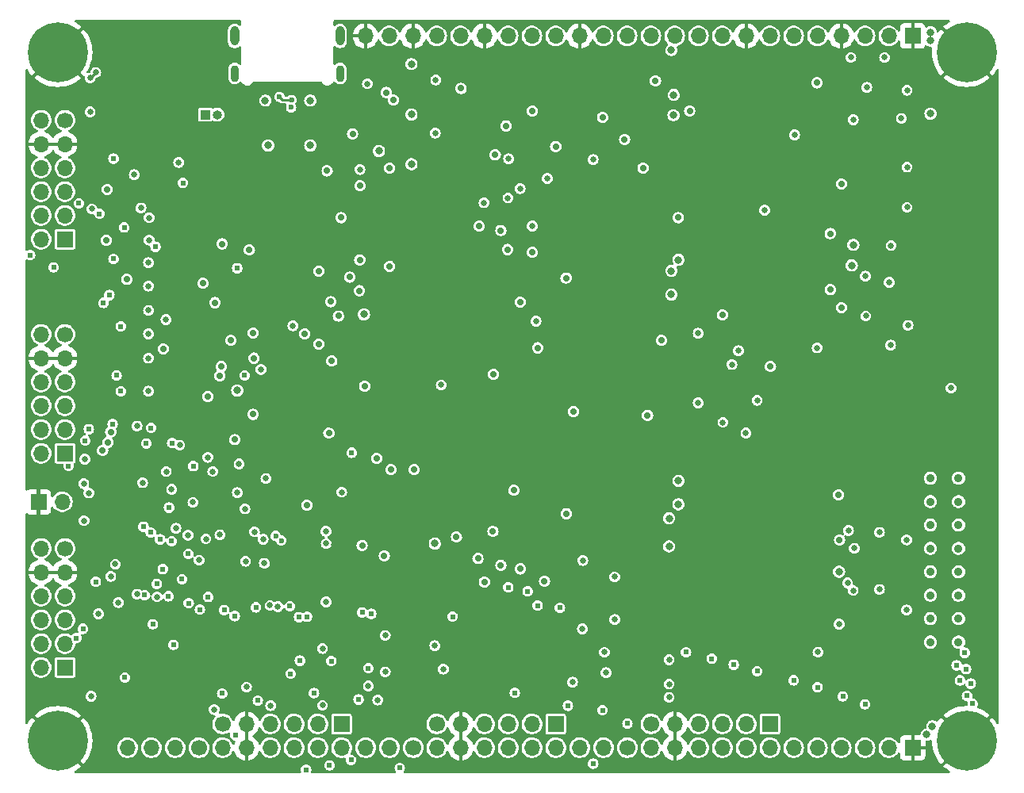
<source format=gbr>
G04 #@! TF.GenerationSoftware,KiCad,Pcbnew,8.0.1-8.0.1-1~ubuntu22.04.1*
G04 #@! TF.CreationDate,2024-04-10T21:28:55-04:00*
G04 #@! TF.ProjectId,tinytapeout-demo,74696e79-7461-4706-956f-75742d64656d,1.1.2*
G04 #@! TF.SameCoordinates,PX35e1f20PY8044ea0*
G04 #@! TF.FileFunction,Copper,L3,Inr*
G04 #@! TF.FilePolarity,Positive*
%FSLAX46Y46*%
G04 Gerber Fmt 4.6, Leading zero omitted, Abs format (unit mm)*
G04 Created by KiCad (PCBNEW 8.0.1-8.0.1-1~ubuntu22.04.1) date 2024-04-10 21:28:55*
%MOMM*%
%LPD*%
G01*
G04 APERTURE LIST*
G04 #@! TA.AperFunction,ComponentPad*
%ADD10C,0.900000*%
G04 #@! TD*
G04 #@! TA.AperFunction,ComponentPad*
%ADD11C,0.620000*%
G04 #@! TD*
G04 #@! TA.AperFunction,ComponentPad*
%ADD12C,6.400000*%
G04 #@! TD*
G04 #@! TA.AperFunction,ComponentPad*
%ADD13O,0.950000X2.100000*%
G04 #@! TD*
G04 #@! TA.AperFunction,ComponentPad*
%ADD14O,0.900000X1.800000*%
G04 #@! TD*
G04 #@! TA.AperFunction,ComponentPad*
%ADD15R,1.700000X1.700000*%
G04 #@! TD*
G04 #@! TA.AperFunction,ComponentPad*
%ADD16O,1.700000X1.700000*%
G04 #@! TD*
G04 #@! TA.AperFunction,ComponentPad*
%ADD17C,1.700000*%
G04 #@! TD*
G04 #@! TA.AperFunction,ComponentPad*
%ADD18R,1.000000X1.000000*%
G04 #@! TD*
G04 #@! TA.AperFunction,ComponentPad*
%ADD19O,1.000000X1.000000*%
G04 #@! TD*
G04 #@! TA.AperFunction,ViaPad*
%ADD20C,0.650000*%
G04 #@! TD*
G04 #@! TA.AperFunction,ViaPad*
%ADD21C,0.800000*%
G04 #@! TD*
G04 #@! TA.AperFunction,ViaPad*
%ADD22C,0.620000*%
G04 #@! TD*
G04 #@! TA.AperFunction,ViaPad*
%ADD23C,0.700000*%
G04 #@! TD*
G04 #@! TA.AperFunction,ViaPad*
%ADD24C,0.600000*%
G04 #@! TD*
G04 #@! TA.AperFunction,Conductor*
%ADD25C,0.250000*%
G04 #@! TD*
G04 #@! TA.AperFunction,Conductor*
%ADD26C,0.230000*%
G04 #@! TD*
G04 APERTURE END LIST*
D10*
G04 #@! TO.N,out6*
G04 #@! TO.C,JP7*
X99900000Y16780000D03*
G04 #@! TO.N,Net-(JP7-B)*
X96900000Y16780000D03*
G04 #@! TD*
D11*
G04 #@! TO.N,GND*
G04 #@! TO.C,STITCH1*
X27900000Y18700000D03*
G04 #@! TD*
G04 #@! TO.N,GND*
G04 #@! TO.C,STITCH1*
X17800000Y24800000D03*
G04 #@! TD*
G04 #@! TO.N,GND*
G04 #@! TO.C,STITCH1*
X95800000Y18000000D03*
G04 #@! TD*
G04 #@! TO.N,GND*
G04 #@! TO.C,STITCH1*
X54900000Y50100000D03*
G04 #@! TD*
G04 #@! TO.N,GND*
G04 #@! TO.C,STITCH1*
X62200000Y55600000D03*
G04 #@! TD*
D10*
G04 #@! TO.N,out0*
G04 #@! TO.C,JP1*
X99900000Y31780000D03*
G04 #@! TO.N,Net-(JP1-B)*
X96900000Y31780000D03*
G04 #@! TD*
D12*
G04 #@! TO.N,GND*
G04 #@! TO.C,MT3*
X3750000Y77250000D03*
G04 #@! TD*
D11*
G04 #@! TO.N,GND*
G04 #@! TO.C,STITCH1*
X87100000Y23000000D03*
G04 #@! TD*
G04 #@! TO.N,GND*
G04 #@! TO.C,STITCH1*
X83600000Y75600000D03*
G04 #@! TD*
G04 #@! TO.N,GND*
G04 #@! TO.C,STITCH1*
X48600000Y40600000D03*
G04 #@! TD*
G04 #@! TO.N,GND*
G04 #@! TO.C,STITCH1*
X30700000Y50650000D03*
G04 #@! TD*
G04 #@! TO.N,GND*
G04 #@! TO.C,STITCH8*
X103700000Y64100000D03*
G04 #@! TD*
G04 #@! TO.N,GND*
G04 #@! TO.C,STITCH1*
X37600000Y38900000D03*
G04 #@! TD*
G04 #@! TO.N,GND*
G04 #@! TO.C,STITCH1*
X700000Y58600000D03*
G04 #@! TD*
D13*
G04 #@! TO.N,Net-(C3-Pad1)*
G04 #@! TO.C,J15*
X33870000Y79000000D03*
D14*
X22630000Y75000000D03*
X33870000Y75000000D03*
D13*
X22630000Y79000000D03*
G04 #@! TD*
D11*
G04 #@! TO.N,GND*
G04 #@! TO.C,STITCH1*
X67400000Y75600000D03*
G04 #@! TD*
G04 #@! TO.N,GND*
G04 #@! TO.C,STITCH1*
X11200000Y54700000D03*
G04 #@! TD*
D15*
G04 #@! TO.N,in0*
G04 #@! TO.C,J13*
X4500000Y34440000D03*
D16*
G04 #@! TO.N,in2*
X4500000Y36980000D03*
G04 #@! TO.N,out3*
X4500000Y39520000D03*
G04 #@! TO.N,in1*
X4500000Y42060000D03*
G04 #@! TO.N,GND*
X4500000Y44600000D03*
D17*
G04 #@! TO.N,+3V3*
X4500000Y47140000D03*
D16*
G04 #@! TO.N,in4*
X1960000Y34440000D03*
G04 #@! TO.N,in6*
X1960000Y36980000D03*
G04 #@! TO.N,out7*
X1960000Y39520000D03*
G04 #@! TO.N,in5*
X1960000Y42060000D03*
G04 #@! TO.N,GND*
X1960000Y44600000D03*
G04 #@! TO.N,+3V3*
X1960000Y47140000D03*
G04 #@! TD*
D11*
G04 #@! TO.N,GND*
G04 #@! TO.C,STITCH1*
X43900000Y36400000D03*
G04 #@! TD*
G04 #@! TO.N,GND*
G04 #@! TO.C,STITCH1*
X31700000Y38900000D03*
G04 #@! TD*
G04 #@! TO.N,GND*
G04 #@! TO.C,STITCH11*
X53060000Y800000D03*
G04 #@! TD*
G04 #@! TO.N,GND*
G04 #@! TO.C,STITCH1*
X20000000Y48800000D03*
G04 #@! TD*
G04 #@! TO.N,GND*
G04 #@! TO.C,STITCH1*
X37600000Y52100000D03*
G04 #@! TD*
G04 #@! TO.N,GND*
G04 #@! TO.C,STITCH1*
X62200000Y45300000D03*
G04 #@! TD*
G04 #@! TO.N,GND*
G04 #@! TO.C,STITCH1*
X26000000Y20500000D03*
G04 #@! TD*
G04 #@! TO.N,GND*
G04 #@! TO.C,STITCH1*
X70900000Y75600000D03*
G04 #@! TD*
G04 #@! TO.N,GND*
G04 #@! TO.C,STITCH1*
X74050000Y65100000D03*
G04 #@! TD*
G04 #@! TO.N,GND*
G04 #@! TO.C,STITCH1*
X29200000Y63100000D03*
G04 #@! TD*
G04 #@! TO.N,GND*
G04 #@! TO.C,STITCH1*
X54700000Y17200000D03*
G04 #@! TD*
G04 #@! TO.N,GND*
G04 #@! TO.C,STITCH1*
X62200000Y65300000D03*
G04 #@! TD*
D17*
G04 #@! TO.N,in0*
G04 #@! TO.C,J2*
X18810000Y3000000D03*
D16*
G04 #@! TO.N,in1*
X16270000Y3000000D03*
G04 #@! TO.N,in2*
X13730000Y3000000D03*
G04 #@! TO.N,in3*
X11190000Y3000000D03*
G04 #@! TD*
D11*
G04 #@! TO.N,GND*
G04 #@! TO.C,STITCH1*
X8900000Y19100000D03*
G04 #@! TD*
G04 #@! TO.N,GND*
G04 #@! TO.C,STITCH1*
X38900000Y5600000D03*
G04 #@! TD*
G04 #@! TO.N,GND*
G04 #@! TO.C,STITCH4*
X103700000Y44100000D03*
G04 #@! TD*
G04 #@! TO.N,GND*
G04 #@! TO.C,STITCH16*
X78460000Y800000D03*
G04 #@! TD*
G04 #@! TO.N,GND*
G04 #@! TO.C,STITCH1*
X71300000Y27400000D03*
G04 #@! TD*
G04 #@! TO.N,GND*
G04 #@! TO.C,STITCH1*
X83500000Y6800000D03*
G04 #@! TD*
G04 #@! TO.N,GND*
G04 #@! TO.C,STITCH1*
X3700000Y9000000D03*
G04 #@! TD*
G04 #@! TO.N,GND*
G04 #@! TO.C,STITCH17*
X83540000Y800000D03*
G04 #@! TD*
G04 #@! TO.N,GND*
G04 #@! TO.C,STITCH1*
X10300000Y29300000D03*
G04 #@! TD*
G04 #@! TO.N,GND*
G04 #@! TO.C,STITCH1*
X29500000Y29950000D03*
G04 #@! TD*
G04 #@! TO.N,GND*
G04 #@! TO.C,STITCH1*
X35700000Y5600000D03*
G04 #@! TD*
G04 #@! TO.N,GND*
G04 #@! TO.C,STITCH1*
X75200000Y9550000D03*
G04 #@! TD*
G04 #@! TO.N,GND*
G04 #@! TO.C,STITCH1*
X48800000Y66000000D03*
G04 #@! TD*
G04 #@! TO.N,GND*
G04 #@! TO.C,STITCH1*
X86000000Y37500000D03*
G04 #@! TD*
G04 #@! TO.N,GND*
G04 #@! TO.C,STITCH1*
X32400000Y29950000D03*
G04 #@! TD*
G04 #@! TO.N,GND*
G04 #@! TO.C,STITCH1*
X66600000Y26500000D03*
G04 #@! TD*
G04 #@! TO.N,GND*
G04 #@! TO.C,STITCH1*
X66600000Y23500000D03*
G04 #@! TD*
G04 #@! TO.N,GND*
G04 #@! TO.C,STITCH1*
X48100000Y75600000D03*
G04 #@! TD*
G04 #@! TO.N,GND*
G04 #@! TO.C,STITCH1*
X35850000Y1200000D03*
G04 #@! TD*
G04 #@! TO.N,GND*
G04 #@! TO.C,STITCH1*
X15850000Y71800000D03*
G04 #@! TD*
G04 #@! TO.N,GND*
G04 #@! TO.C,STITCH1*
X50100000Y17200000D03*
G04 #@! TD*
G04 #@! TO.N,GND*
G04 #@! TO.C,STITCH6*
X42900000Y800000D03*
G04 #@! TD*
G04 #@! TO.N,GND*
G04 #@! TO.C,STITCH1*
X29200000Y57000000D03*
G04 #@! TD*
G04 #@! TO.N,GND*
G04 #@! TO.C,STITCH1*
X3400000Y49500000D03*
G04 #@! TD*
G04 #@! TO.N,GND*
G04 #@! TO.C,STITCH1*
X86000000Y43100000D03*
G04 #@! TD*
G04 #@! TO.N,GND*
G04 #@! TO.C,STITCH1*
X35500000Y19000000D03*
G04 #@! TD*
G04 #@! TO.N,GND*
G04 #@! TO.C,STITCH1*
X31100000Y10300000D03*
G04 #@! TD*
G04 #@! TO.N,GND*
G04 #@! TO.C,STITCH1*
X59950000Y27100000D03*
G04 #@! TD*
G04 #@! TO.N,GND*
G04 #@! TO.C,STITCH1*
X26000000Y63000000D03*
G04 #@! TD*
G04 #@! TO.N,GND*
G04 #@! TO.C,STITCH1*
X63300000Y75600000D03*
G04 #@! TD*
D10*
G04 #@! TO.N,out2*
G04 #@! TO.C,JP3*
X99900000Y26780000D03*
G04 #@! TO.N,Net-(JP3-B)*
X96900000Y26780000D03*
G04 #@! TD*
D11*
G04 #@! TO.N,GND*
G04 #@! TO.C,STITCH1*
X900000Y72300000D03*
G04 #@! TD*
D18*
G04 #@! TO.N,/1v8B*
G04 #@! TO.C,J19*
X19500000Y70600000D03*
D19*
G04 #@! TO.N,/1v8A*
X20770000Y70600000D03*
G04 #@! TD*
D11*
G04 #@! TO.N,GND*
G04 #@! TO.C,STITCH1*
X96800000Y6800000D03*
G04 #@! TD*
G04 #@! TO.N,GND*
G04 #@! TO.C,STITCH1*
X19600000Y9400000D03*
G04 #@! TD*
G04 #@! TO.N,GND*
G04 #@! TO.C,STITCH7*
X103700000Y59100000D03*
G04 #@! TD*
G04 #@! TO.N,GND*
G04 #@! TO.C,STITCH13*
X63220000Y800000D03*
G04 #@! TD*
G04 #@! TO.N,GND*
G04 #@! TO.C,STITCH1*
X12400000Y71800000D03*
G04 #@! TD*
D10*
G04 #@! TO.N,out7*
G04 #@! TO.C,JP8*
X99900000Y14280000D03*
G04 #@! TO.N,Net-(JP8-B)*
X96900000Y14280000D03*
G04 #@! TD*
D11*
G04 #@! TO.N,GND*
G04 #@! TO.C,STITCH1*
X59100000Y9200000D03*
G04 #@! TD*
D17*
G04 #@! TO.N,uio0*
G04 #@! TO.C,J8*
X64545000Y3000000D03*
D16*
G04 #@! TO.N,uio1*
X62005000Y3000000D03*
G04 #@! TO.N,uio2*
X59465000Y3000000D03*
G04 #@! TD*
D11*
G04 #@! TO.N,GND*
G04 #@! TO.C,STITCH1*
X12500000Y5200000D03*
G04 #@! TD*
G04 #@! TO.N,GND*
G04 #@! TO.C,STITCH1*
X72800000Y70250000D03*
G04 #@! TD*
G04 #@! TO.N,GND*
G04 #@! TO.C,STITCH1*
X10700000Y65600000D03*
G04 #@! TD*
G04 #@! TO.N,GND*
G04 #@! TO.C,STITCH1*
X80700000Y14200000D03*
G04 #@! TD*
D15*
G04 #@! TO.N,out4*
G04 #@! TO.C,J12*
X4500000Y11580000D03*
D16*
G04 #@! TO.N,out3*
X4500000Y14120000D03*
G04 #@! TO.N,in2*
X4500000Y16660000D03*
G04 #@! TO.N,out5*
X4500000Y19200000D03*
G04 #@! TO.N,GND*
X4500000Y21740000D03*
D17*
G04 #@! TO.N,+3V3*
X4500000Y24280000D03*
D16*
G04 #@! TO.N,uio0*
X1960000Y11580000D03*
G04 #@! TO.N,out7*
X1960000Y14120000D03*
G04 #@! TO.N,uio2*
X1960000Y16660000D03*
G04 #@! TO.N,uio1*
X1960000Y19200000D03*
G04 #@! TO.N,GND*
X1960000Y21740000D03*
G04 #@! TO.N,+3V3*
X1960000Y24280000D03*
G04 #@! TD*
D11*
G04 #@! TO.N,GND*
G04 #@! TO.C,STITCH1*
X101400000Y26600000D03*
G04 #@! TD*
G04 #@! TO.N,GND*
G04 #@! TO.C,STITCH1*
X22800000Y43300000D03*
G04 #@! TD*
G04 #@! TO.N,GND*
G04 #@! TO.C,STITCH1*
X96200000Y43100000D03*
G04 #@! TD*
G04 #@! TO.N,GND*
G04 #@! TO.C,STITCH1*
X7200000Y34800000D03*
G04 #@! TD*
G04 #@! TO.N,GND*
G04 #@! TO.C,STITCH1*
X35500000Y26400000D03*
G04 #@! TD*
G04 #@! TO.N,GND*
G04 #@! TO.C,STITCH1*
X86200000Y75600000D03*
G04 #@! TD*
G04 #@! TO.N,GND*
G04 #@! TO.C,STITCH1*
X29500000Y45000000D03*
G04 #@! TD*
G04 #@! TO.N,GND*
G04 #@! TO.C,STITCH1*
X90100000Y59200000D03*
G04 #@! TD*
G04 #@! TO.N,GND*
G04 #@! TO.C,STITCH1*
X43900000Y27100000D03*
G04 #@! TD*
G04 #@! TO.N,GND*
G04 #@! TO.C,STITCH1*
X71300000Y32600000D03*
G04 #@! TD*
G04 #@! TO.N,GND*
G04 #@! TO.C,STITCH1*
X37100000Y19000000D03*
G04 #@! TD*
G04 #@! TO.N,GND*
G04 #@! TO.C,STITCH1*
X31250000Y24950000D03*
G04 #@! TD*
G04 #@! TO.N,GND*
G04 #@! TO.C,STITCH1*
X88800000Y6800000D03*
G04 #@! TD*
D15*
G04 #@! TO.N,in0*
G04 #@! TO.C,J3*
X34045000Y5545000D03*
D16*
G04 #@! TO.N,in1*
X31505000Y5545000D03*
G04 #@! TO.N,in2*
X28965000Y5545000D03*
G04 #@! TO.N,in3*
X26425000Y5545000D03*
G04 #@! TO.N,GND*
X23885000Y5545000D03*
D17*
G04 #@! TO.N,+3V3*
X21345000Y5545000D03*
D16*
G04 #@! TO.N,in4*
X34045000Y3005000D03*
G04 #@! TO.N,in5*
X31505000Y3005000D03*
G04 #@! TO.N,in6*
X28965000Y3005000D03*
G04 #@! TO.N,in7*
X26425000Y3005000D03*
G04 #@! TO.N,GND*
X23885000Y3005000D03*
G04 #@! TO.N,+3V3*
X21345000Y3005000D03*
G04 #@! TD*
D11*
G04 #@! TO.N,GND*
G04 #@! TO.C,STITCH1*
X66600000Y31600000D03*
G04 #@! TD*
G04 #@! TO.N,GND*
G04 #@! TO.C,STITCH1*
X19600000Y59900000D03*
G04 #@! TD*
G04 #@! TO.N,GND*
G04 #@! TO.C,STITCH1*
X12500000Y13100000D03*
G04 #@! TD*
G04 #@! TO.N,GND*
G04 #@! TO.C,STITCH1*
X35200000Y72200000D03*
G04 #@! TD*
G04 #@! TO.N,GND*
G04 #@! TO.C,STITCH1*
X34400000Y10300000D03*
G04 #@! TD*
G04 #@! TO.N,GND*
G04 #@! TO.C,STITCH1*
X73600000Y75600000D03*
G04 #@! TD*
D12*
G04 #@! TO.N,GND*
G04 #@! TO.C,MT4*
X100750000Y77250000D03*
G04 #@! TD*
D11*
G04 #@! TO.N,GND*
G04 #@! TO.C,STITCH3*
X103700000Y39100000D03*
G04 #@! TD*
G04 #@! TO.N,GND*
G04 #@! TO.C,STITCH1*
X23600000Y8100000D03*
G04 #@! TD*
G04 #@! TO.N,GND*
G04 #@! TO.C,STITCH1*
X35700000Y32900000D03*
G04 #@! TD*
G04 #@! TO.N,GND*
G04 #@! TO.C,STITCH1*
X12500000Y49700000D03*
G04 #@! TD*
D12*
G04 #@! TO.N,GND*
G04 #@! TO.C,MT2*
X100750000Y3750000D03*
G04 #@! TD*
D11*
G04 #@! TO.N,GND*
G04 #@! TO.C,STITCH6*
X12500000Y700000D03*
G04 #@! TD*
G04 #@! TO.N,GND*
G04 #@! TO.C,STITCH1*
X77650000Y9500000D03*
G04 #@! TD*
G04 #@! TO.N,GND*
G04 #@! TO.C,STITCH1*
X34500000Y14800000D03*
G04 #@! TD*
G04 #@! TO.N,GND*
G04 #@! TO.C,STITCH1*
X71300000Y22100000D03*
G04 #@! TD*
G04 #@! TO.N,GND*
G04 #@! TO.C,STITCH1*
X71200000Y59400000D03*
G04 #@! TD*
G04 #@! TO.N,GND*
G04 #@! TO.C,STITCH1*
X53100000Y75600000D03*
G04 #@! TD*
G04 #@! TO.N,GND*
G04 #@! TO.C,STITCH1*
X12500000Y45700000D03*
G04 #@! TD*
D15*
G04 #@! TO.N,uio0*
G04 #@! TO.C,J5*
X56905000Y5545000D03*
D16*
G04 #@! TO.N,uio1*
X54365000Y5545000D03*
G04 #@! TO.N,uio2*
X51825000Y5545000D03*
G04 #@! TO.N,uio3*
X49285000Y5545000D03*
G04 #@! TO.N,GND*
X46745000Y5545000D03*
D17*
G04 #@! TO.N,+3V3*
X44205000Y5545000D03*
D16*
G04 #@! TO.N,uio4*
X56905000Y3005000D03*
G04 #@! TO.N,uio5*
X54365000Y3005000D03*
G04 #@! TO.N,uio6*
X51825000Y3005000D03*
G04 #@! TO.N,uio7*
X49285000Y3005000D03*
G04 #@! TO.N,GND*
X46745000Y3005000D03*
G04 #@! TO.N,+3V3*
X44205000Y3005000D03*
G04 #@! TD*
D11*
G04 #@! TO.N,GND*
G04 #@! TO.C,STITCH1*
X10300000Y39000000D03*
G04 #@! TD*
G04 #@! TO.N,GND*
G04 #@! TO.C,STITCH1*
X38800000Y17500000D03*
G04 #@! TD*
G04 #@! TO.N,GND*
G04 #@! TO.C,STITCH18*
X88620000Y800000D03*
G04 #@! TD*
G04 #@! TO.N,GND*
G04 #@! TO.C,STITCH9*
X103700000Y69100000D03*
G04 #@! TD*
D10*
G04 #@! TO.N,out1*
G04 #@! TO.C,JP2*
X99900000Y29280000D03*
G04 #@! TO.N,Net-(JP2-B)*
X96900000Y29280000D03*
G04 #@! TD*
D11*
G04 #@! TO.N,GND*
G04 #@! TO.C,STITCH1*
X50200000Y44900000D03*
G04 #@! TD*
G04 #@! TO.N,GND*
G04 #@! TO.C,STITCH1*
X56600000Y55500000D03*
G04 #@! TD*
G04 #@! TO.N,GND*
G04 #@! TO.C,STITCH1*
X71300000Y46300000D03*
G04 #@! TD*
G04 #@! TO.N,GND*
G04 #@! TO.C,STITCH1*
X700000Y12900000D03*
G04 #@! TD*
G04 #@! TO.N,GND*
G04 #@! TO.C,STITCH1*
X81100000Y75600000D03*
G04 #@! TD*
G04 #@! TO.N,GND*
G04 #@! TO.C,STITCH1*
X62200000Y19100000D03*
G04 #@! TD*
G04 #@! TO.N,GND*
G04 #@! TO.C,STITCH1*
X59800000Y39000000D03*
G04 #@! TD*
G04 #@! TO.N,GND*
G04 #@! TO.C,STITCH1*
X8500000Y13100000D03*
G04 #@! TD*
G04 #@! TO.N,GND*
G04 #@! TO.C,STITCH1*
X63200000Y6300000D03*
G04 #@! TD*
G04 #@! TO.N,GND*
G04 #@! TO.C,STITCH14*
X68300000Y800000D03*
G04 #@! TD*
G04 #@! TO.N,GND*
G04 #@! TO.C,STITCH1*
X12300000Y20400000D03*
G04 #@! TD*
D15*
G04 #@! TO.N,GND*
G04 #@! TO.C,J10*
X1690000Y29260000D03*
D16*
G04 #@! TO.N,/RP2040/RUN*
X4230000Y29260000D03*
G04 #@! TD*
D11*
G04 #@! TO.N,GND*
G04 #@! TO.C,STITCH1*
X24400000Y18700000D03*
G04 #@! TD*
G04 #@! TO.N,GND*
G04 #@! TO.C,STITCH1*
X8600000Y58200000D03*
G04 #@! TD*
D17*
G04 #@! TO.N,uio3*
G04 #@! TO.C,J17*
X41700000Y3000000D03*
D16*
G04 #@! TO.N,~{project_rst}*
X39160000Y3000000D03*
G04 #@! TO.N,project_clk*
X36620000Y3000000D03*
G04 #@! TD*
D11*
G04 #@! TO.N,GND*
G04 #@! TO.C,STITCH1*
X92900000Y23000000D03*
G04 #@! TD*
G04 #@! TO.N,GND*
G04 #@! TO.C,STITCH1*
X59600000Y7450000D03*
G04 #@! TD*
G04 #@! TO.N,GND*
G04 #@! TO.C,STITCH1*
X20000000Y44600000D03*
G04 #@! TD*
G04 #@! TO.N,GND*
G04 #@! TO.C,STITCH1*
X73550000Y14200000D03*
G04 #@! TD*
D15*
G04 #@! TO.N,GND*
G04 #@! TO.C,J9*
X95000000Y79000000D03*
D16*
G04 #@! TO.N,+1V8*
X92460000Y79000000D03*
G04 #@! TO.N,+3V3*
X89920000Y79000000D03*
G04 #@! TO.N,GND*
X87380000Y79000000D03*
G04 #@! TO.N,usrclk2*
X84840000Y79000000D03*
G04 #@! TO.N,HK_SCK*
X82300000Y79000000D03*
G04 #@! TO.N,HK_CSB*
X79760000Y79000000D03*
G04 #@! TO.N,GND*
X77220000Y79000000D03*
G04 #@! TO.N,HK_SDI*
X74680000Y79000000D03*
G04 #@! TO.N,HK_SDO*
X72140000Y79000000D03*
G04 #@! TO.N,mprj_io0*
X69600000Y79000000D03*
G04 #@! TO.N,~{ctrl_sel_rst}*
X67060000Y79000000D03*
G04 #@! TO.N,mio37*
X64520000Y79000000D03*
G04 #@! TO.N,ctrl_sel_inc*
X61980000Y79000000D03*
G04 #@! TO.N,GND*
X59440000Y79000000D03*
G04 #@! TO.N,mio35*
X56900000Y79000000D03*
G04 #@! TO.N,ctrl_ena*
X54360000Y79000000D03*
G04 #@! TO.N,mio33*
X51820000Y79000000D03*
G04 #@! TO.N,GND*
X49280000Y79000000D03*
G04 #@! TO.N,RPIO29*
X46740000Y79000000D03*
G04 #@! TO.N,+3V3*
X44200000Y79000000D03*
G04 #@! TO.N,GND*
X41660000Y79000000D03*
G04 #@! TO.N,+5V*
X39120000Y79000000D03*
G04 #@! TO.N,GND*
X36580000Y79000000D03*
G04 #@! TD*
D11*
G04 #@! TO.N,GND*
G04 #@! TO.C,STITCH1*
X85300000Y65100000D03*
G04 #@! TD*
G04 #@! TO.N,GND*
G04 #@! TO.C,STITCH1*
X37200000Y10500000D03*
G04 #@! TD*
G04 #@! TO.N,GND*
G04 #@! TO.C,STITCH1*
X43600000Y41300000D03*
G04 #@! TD*
G04 #@! TO.N,GND*
G04 #@! TO.C,STITCH1*
X62200000Y27100000D03*
G04 #@! TD*
G04 #@! TO.N,GND*
G04 #@! TO.C,STITCH1*
X101400000Y21500000D03*
G04 #@! TD*
G04 #@! TO.N,GND*
G04 #@! TO.C,STITCH1*
X19700000Y5200000D03*
G04 #@! TD*
G04 #@! TO.N,GND*
G04 #@! TO.C,STITCH1*
X19600000Y16700000D03*
G04 #@! TD*
G04 #@! TO.N,GND*
G04 #@! TO.C,STITCH1*
X55700000Y75600000D03*
G04 #@! TD*
G04 #@! TO.N,GND*
G04 #@! TO.C,STITCH1*
X74400000Y73500000D03*
G04 #@! TD*
G04 #@! TO.N,GND*
G04 #@! TO.C,STITCH1*
X8450000Y67550000D03*
G04 #@! TD*
G04 #@! TO.N,GND*
G04 #@! TO.C,STITCH1*
X103800000Y8750000D03*
G04 #@! TD*
G04 #@! TO.N,GND*
G04 #@! TO.C,STITCH6*
X103700000Y54100000D03*
G04 #@! TD*
G04 #@! TO.N,GND*
G04 #@! TO.C,STITCH1*
X93400000Y55100000D03*
G04 #@! TD*
D10*
G04 #@! TO.N,out4*
G04 #@! TO.C,JP5*
X99900000Y21780000D03*
G04 #@! TO.N,Net-(JP5-B)*
X96900000Y21780000D03*
G04 #@! TD*
D11*
G04 #@! TO.N,GND*
G04 #@! TO.C,STITCH1*
X24500000Y22400000D03*
G04 #@! TD*
G04 #@! TO.N,GND*
G04 #@! TO.C,STITCH1*
X26600000Y38900000D03*
G04 #@! TD*
G04 #@! TO.N,GND*
G04 #@! TO.C,STITCH1*
X39400000Y1200000D03*
G04 #@! TD*
G04 #@! TO.N,GND*
G04 #@! TO.C,STITCH1*
X95300000Y73600000D03*
G04 #@! TD*
G04 #@! TO.N,GND*
G04 #@! TO.C,STITCH1*
X62200000Y41100000D03*
G04 #@! TD*
G04 #@! TO.N,GND*
G04 #@! TO.C,STITCH1*
X62200000Y34000000D03*
G04 #@! TD*
G04 #@! TO.N,GND*
G04 #@! TO.C,STITCH1*
X56700000Y19100000D03*
G04 #@! TD*
G04 #@! TO.N,GND*
G04 #@! TO.C,STITCH1*
X24000000Y73300000D03*
G04 #@! TD*
G04 #@! TO.N,GND*
G04 #@! TO.C,STITCH10*
X47980000Y800000D03*
G04 #@! TD*
G04 #@! TO.N,GND*
G04 #@! TO.C,STITCH1*
X24200000Y33300000D03*
G04 #@! TD*
G04 #@! TO.N,GND*
G04 #@! TO.C,STITCH1*
X20200000Y57300000D03*
G04 #@! TD*
G04 #@! TO.N,GND*
G04 #@! TO.C,STITCH1*
X54600000Y8900000D03*
G04 #@! TD*
G04 #@! TO.N,GND*
G04 #@! TO.C,STITCH1*
X71600000Y12000000D03*
G04 #@! TD*
D15*
G04 #@! TO.N,uio4*
G04 #@! TO.C,J14*
X4500000Y57300000D03*
D16*
G04 #@! TO.N,uio6*
X4500000Y59840000D03*
G04 #@! TO.N,uio3*
X4500000Y62380000D03*
G04 #@! TO.N,uio5*
X4500000Y64920000D03*
G04 #@! TO.N,GND*
X4500000Y67460000D03*
D17*
G04 #@! TO.N,+3V3*
X4500000Y70000000D03*
D16*
G04 #@! TO.N,out1*
X1960000Y57300000D03*
G04 #@! TO.N,in7*
X1960000Y59840000D03*
G04 #@! TO.N,out0*
X1960000Y62380000D03*
G04 #@! TO.N,in2*
X1960000Y64920000D03*
G04 #@! TO.N,GND*
X1960000Y67460000D03*
G04 #@! TO.N,+3V3*
X1960000Y70000000D03*
G04 #@! TD*
D11*
G04 #@! TO.N,GND*
G04 #@! TO.C,STITCH1*
X103700000Y29100000D03*
G04 #@! TD*
G04 #@! TO.N,GND*
G04 #@! TO.C,STITCH2*
X103700000Y34100000D03*
G04 #@! TD*
G04 #@! TO.N,GND*
G04 #@! TO.C,STITCH1*
X53000000Y69500000D03*
G04 #@! TD*
G04 #@! TO.N,GND*
G04 #@! TO.C,STITCH1*
X71200000Y50900000D03*
G04 #@! TD*
D10*
G04 #@! TO.N,out5*
G04 #@! TO.C,JP6*
X99900000Y19280000D03*
G04 #@! TO.N,Net-(JP6-B)*
X96900000Y19280000D03*
G04 #@! TD*
D11*
G04 #@! TO.N,GND*
G04 #@! TO.C,STITCH1*
X86000000Y31400000D03*
G04 #@! TD*
G04 #@! TO.N,GND*
G04 #@! TO.C,STITCH1*
X90050000Y23000000D03*
G04 #@! TD*
G04 #@! TO.N,GND*
G04 #@! TO.C,STITCH1*
X92950000Y14200000D03*
G04 #@! TD*
D15*
G04 #@! TO.N,GND*
G04 #@! TO.C,J1*
X95000000Y3000000D03*
D16*
G04 #@! TO.N,+5V*
X92460000Y3000000D03*
G04 #@! TO.N,out0*
X89920000Y3000000D03*
G04 #@! TO.N,out1*
X87380000Y3000000D03*
G04 #@! TO.N,out2*
X84840000Y3000000D03*
G04 #@! TO.N,out3*
X82300000Y3000000D03*
G04 #@! TD*
D11*
G04 #@! TO.N,GND*
G04 #@! TO.C,STITCH1*
X91800000Y75600000D03*
G04 #@! TD*
G04 #@! TO.N,GND*
G04 #@! TO.C,STITCH1*
X12500000Y41900000D03*
G04 #@! TD*
G04 #@! TO.N,GND*
G04 #@! TO.C,STITCH1*
X52000000Y62800000D03*
G04 #@! TD*
G04 #@! TO.N,GND*
G04 #@! TO.C,STITCH1*
X56500000Y30300000D03*
G04 #@! TD*
G04 #@! TO.N,GND*
G04 #@! TO.C,STITCH1*
X71200000Y65200000D03*
G04 #@! TD*
G04 #@! TO.N,GND*
G04 #@! TO.C,STITCH1*
X32800000Y73300000D03*
G04 #@! TD*
G04 #@! TO.N,GND*
G04 #@! TO.C,STITCH5*
X103700000Y49100000D03*
G04 #@! TD*
G04 #@! TO.N,GND*
G04 #@! TO.C,STITCH1*
X78900000Y73500000D03*
G04 #@! TD*
G04 #@! TO.N,GND*
G04 #@! TO.C,STITCH1*
X8100000Y62600000D03*
G04 #@! TD*
G04 #@! TO.N,GND*
G04 #@! TO.C,STITCH1*
X59400000Y75600000D03*
G04 #@! TD*
G04 #@! TO.N,GND*
G04 #@! TO.C,STITCH1*
X37800000Y41500000D03*
G04 #@! TD*
G04 #@! TO.N,GND*
G04 #@! TO.C,STITCH1*
X7150000Y32150000D03*
G04 #@! TD*
G04 #@! TO.N,GND*
G04 #@! TO.C,STITCH1*
X24400000Y59900000D03*
G04 #@! TD*
G04 #@! TO.N,GND*
G04 #@! TO.C,STITCH1*
X8700000Y41900000D03*
G04 #@! TD*
G04 #@! TO.N,GND*
G04 #@! TO.C,STITCH1*
X97700000Y71700000D03*
G04 #@! TD*
G04 #@! TO.N,GND*
G04 #@! TO.C,STITCH1*
X17600000Y13900000D03*
G04 #@! TD*
D15*
G04 #@! TO.N,out0*
G04 #@! TO.C,J6*
X79765000Y5545000D03*
D16*
G04 #@! TO.N,out1*
X77225000Y5545000D03*
G04 #@! TO.N,out2*
X74685000Y5545000D03*
G04 #@! TO.N,out3*
X72145000Y5545000D03*
G04 #@! TO.N,GND*
X69605000Y5545000D03*
D17*
G04 #@! TO.N,+3V3*
X67065000Y5545000D03*
D16*
G04 #@! TO.N,out4*
X79765000Y3005000D03*
G04 #@! TO.N,out5*
X77225000Y3005000D03*
G04 #@! TO.N,out6*
X74685000Y3005000D03*
G04 #@! TO.N,out7*
X72145000Y3005000D03*
G04 #@! TO.N,GND*
X69605000Y3005000D03*
G04 #@! TO.N,+3V3*
X67065000Y3005000D03*
G04 #@! TD*
D10*
G04 #@! TO.N,out3*
G04 #@! TO.C,JP4*
X99900000Y24280000D03*
G04 #@! TO.N,Net-(JP4-B)*
X96900000Y24280000D03*
G04 #@! TD*
D11*
G04 #@! TO.N,GND*
G04 #@! TO.C,STITCH15*
X73380000Y800000D03*
G04 #@! TD*
G04 #@! TO.N,GND*
G04 #@! TO.C,STITCH12*
X58140000Y800000D03*
G04 #@! TD*
G04 #@! TO.N,GND*
G04 #@! TO.C,STITCH1*
X43900000Y31500000D03*
G04 #@! TD*
G04 #@! TO.N,GND*
G04 #@! TO.C,STITCH1*
X700000Y63600000D03*
G04 #@! TD*
G04 #@! TO.N,GND*
G04 #@! TO.C,STITCH1*
X31900000Y67200000D03*
G04 #@! TD*
G04 #@! TO.N,GND*
G04 #@! TO.C,STITCH1*
X8600000Y54800000D03*
G04 #@! TD*
G04 #@! TO.N,GND*
G04 #@! TO.C,STITCH1*
X89550000Y55050000D03*
G04 #@! TD*
G04 #@! TO.N,GND*
G04 #@! TO.C,STITCH1*
X96200000Y37500000D03*
G04 #@! TD*
G04 #@! TO.N,GND*
G04 #@! TO.C,STITCH1*
X66600000Y29000000D03*
G04 #@! TD*
G04 #@! TO.N,GND*
G04 #@! TO.C,STITCH1*
X62200000Y50300000D03*
G04 #@! TD*
G04 #@! TO.N,GND*
G04 #@! TO.C,STITCH1*
X88700000Y49400000D03*
G04 #@! TD*
G04 #@! TO.N,GND*
G04 #@! TO.C,STITCH1*
X101400000Y24100000D03*
G04 #@! TD*
G04 #@! TO.N,GND*
G04 #@! TO.C,STITCH1*
X50300000Y20700000D03*
G04 #@! TD*
G04 #@! TO.N,GND*
G04 #@! TO.C,STITCH1*
X8100000Y73600000D03*
G04 #@! TD*
G04 #@! TO.N,GND*
G04 #@! TO.C,STITCH1*
X95800000Y25600000D03*
G04 #@! TD*
G04 #@! TO.N,GND*
G04 #@! TO.C,STITCH1*
X42600000Y6400000D03*
G04 #@! TD*
G04 #@! TO.N,GND*
G04 #@! TO.C,STITCH1*
X86850000Y14200000D03*
G04 #@! TD*
G04 #@! TO.N,GND*
G04 #@! TO.C,STITCH1*
X31400000Y44500000D03*
G04 #@! TD*
G04 #@! TO.N,GND*
G04 #@! TO.C,STITCH1*
X18200000Y63000000D03*
G04 #@! TD*
D12*
G04 #@! TO.N,GND*
G04 #@! TO.C,MT1*
X3750000Y3750000D03*
G04 #@! TD*
D11*
G04 #@! TO.N,GND*
G04 #@! TO.C,STITCH1*
X37600000Y57000000D03*
G04 #@! TD*
G04 #@! TO.N,GND*
G04 #@! TO.C,STITCH1*
X95900000Y59400000D03*
G04 #@! TD*
G04 #@! TO.N,GND*
G04 #@! TO.C,STITCH1*
X28000000Y22200000D03*
G04 #@! TD*
G04 #@! TO.N,GND*
G04 #@! TO.C,STITCH1*
X11250000Y80200000D03*
G04 #@! TD*
G04 #@! TO.N,GND*
G04 #@! TO.C,STITCH1*
X71300000Y38800000D03*
G04 #@! TD*
D20*
G04 #@! TO.N,GND*
X12180000Y25176684D03*
D21*
X75100000Y41700000D03*
D20*
X8650000Y45300000D03*
X28850000Y14300000D03*
X33263556Y24630665D03*
X90050000Y25900000D03*
X50100000Y12100000D03*
X17100000Y80200000D03*
X95700000Y69600000D03*
D21*
X43600000Y49100000D03*
D20*
X26575000Y27700000D03*
D21*
X43400000Y53900000D03*
X67600000Y54900000D03*
D20*
X20475870Y33495692D03*
X28325000Y69100000D03*
X24636845Y15763155D03*
D21*
X80200000Y23800000D03*
X80100000Y28800000D03*
X48700000Y72000000D03*
X80700000Y50900000D03*
D20*
X18000000Y78200000D03*
G04 #@! TO.N,+3V3*
X35995000Y64746599D03*
D21*
G04 #@! TO.N,GND*
X84700000Y49100000D03*
X46500000Y62800000D03*
D20*
X33370504Y18577500D03*
X22100000Y68350000D03*
X10055000Y25850000D03*
X20100000Y76300000D03*
D21*
X11200000Y69800000D03*
D20*
X47200000Y15100000D03*
X27540923Y10901068D03*
X98600000Y69900000D03*
X28850000Y15195000D03*
X17100000Y7800000D03*
D21*
X80600000Y72000000D03*
D20*
X17850000Y80150000D03*
X90050000Y19900000D03*
X90531110Y69424644D03*
X26505707Y26870895D03*
X32004169Y27006574D03*
X87820000Y68139740D03*
D21*
X79000000Y48300000D03*
X82600000Y43100000D03*
D20*
X21600000Y11900000D03*
D21*
X75400000Y56800000D03*
X67600000Y70500000D03*
X39215000Y61600000D03*
X43850000Y72000000D03*
D20*
X16200000Y7150000D03*
X50100000Y14100000D03*
X32400000Y70600000D03*
D21*
X24850905Y72113922D03*
D20*
X16999990Y17700000D03*
X18444988Y27705001D03*
X25450000Y69750000D03*
D21*
X80200000Y31400000D03*
D20*
X18300000Y67300000D03*
D21*
X13100000Y67300000D03*
D20*
X65400000Y15800000D03*
X31027500Y28166411D03*
D21*
X83500000Y68600000D03*
X82500000Y60400000D03*
X67600000Y73000000D03*
D20*
X19555000Y24289734D03*
X24100000Y70705003D03*
D21*
X80200000Y26300000D03*
D20*
X42720000Y10418243D03*
D21*
X12700000Y68200000D03*
X79400000Y33900000D03*
X31900000Y72100000D03*
D20*
X18400000Y74050000D03*
D22*
X18600000Y19100000D03*
D21*
X48300000Y24600000D03*
G04 #@! TO.N,+5V*
X96900000Y78500000D03*
X96900000Y79400000D03*
X96500000Y4400000D03*
X96900000Y70700000D03*
X97100000Y5300000D03*
X38027500Y66714631D03*
D20*
G04 #@! TO.N,Net-(C1-Pad2)*
X38700000Y15000000D03*
X38700000Y11100000D03*
D23*
G04 #@! TO.N,gpio*
X87400000Y50000000D03*
X87400000Y63200000D03*
G04 #@! TO.N,Caravel_SCK*
X86200000Y57900000D03*
X86200000Y51900000D03*
D20*
G04 #@! TO.N,Caravel_D1*
X92500000Y52700000D03*
X92650000Y45980000D03*
X92702750Y56625000D03*
G04 #@! TO.N,Caravel_D0*
X90000000Y49100000D03*
X89949998Y53350000D03*
D23*
G04 #@! TO.N,xclk*
X50444327Y66300000D03*
X48740570Y58685000D03*
D21*
G04 #@! TO.N,+3V3*
X69000000Y27500000D03*
D20*
X13500000Y57200000D03*
X69000000Y9800000D03*
X13430000Y49700000D03*
D21*
X69470000Y70537534D03*
D20*
X12625680Y60629996D03*
X13430000Y54800000D03*
X32370955Y26106049D03*
D21*
X69500000Y72700000D03*
D20*
X7800000Y75100000D03*
X32389808Y18577500D03*
D21*
X69250000Y51388959D03*
D20*
X94400000Y73200000D03*
X13430000Y44600000D03*
D23*
X35999996Y63002500D03*
D20*
X93800000Y70200000D03*
X19762436Y34010878D03*
D21*
X36434879Y49270000D03*
D20*
X6525000Y31200000D03*
X44900000Y11400000D03*
D22*
X19800000Y19100000D03*
D20*
X19555000Y25300000D03*
X44000000Y13900000D03*
D21*
X22900000Y41150000D03*
D20*
X69000000Y12400000D03*
X13430000Y52300000D03*
X6550000Y27250000D03*
D21*
X69000000Y24500000D03*
D20*
X32400000Y24800000D03*
X94400000Y65000000D03*
X7382427Y60530000D03*
X44100000Y74300000D03*
X36800000Y73900000D03*
X90100000Y73500000D03*
X23100000Y33300000D03*
D21*
X69250000Y77480000D03*
D20*
X13430000Y41077500D03*
X22912443Y30237906D03*
X6632500Y33818554D03*
X7200000Y70900000D03*
X13505972Y59594028D03*
D21*
X44000000Y24800000D03*
D20*
X13430000Y47185715D03*
X31999996Y13600000D03*
D21*
X69250000Y53915069D03*
D20*
X69000000Y8400000D03*
X31999996Y7527500D03*
X94500000Y48100000D03*
X94400000Y60700000D03*
X20436373Y7085826D03*
X7200000Y74500000D03*
D23*
G04 #@! TO.N,~{project_rst}*
X37775000Y33900000D03*
X8535000Y34733152D03*
D20*
X8100004Y17300000D03*
X37900000Y8100000D03*
D21*
G04 #@! TO.N,+1V8*
X70000000Y55104992D03*
X41500000Y70619502D03*
X88500000Y54500000D03*
X41500000Y76000000D03*
D20*
X88669022Y70061420D03*
D21*
X70000000Y31500000D03*
X70000000Y29000000D03*
X88669022Y56690000D03*
D20*
X92000000Y76700000D03*
D21*
X41500000Y65300000D03*
D20*
X88400000Y76700000D03*
D21*
G04 #@! TO.N,VBUS*
X30700000Y67300000D03*
X25900826Y72100826D03*
X30700000Y72100000D03*
X26200000Y67300000D03*
D20*
G04 #@! TO.N,/RP2040/DVDD*
X25800000Y22700000D03*
X26407407Y18196891D03*
G04 #@! TO.N,project_clk*
X58700000Y10000000D03*
X36900000Y9600000D03*
D23*
X58800000Y38900000D03*
G04 #@! TO.N,usrclk2*
X66700000Y38500000D03*
X84800000Y74000000D03*
X67550000Y74200000D03*
G04 #@! TO.N,mprj_io0*
X68200000Y46500000D03*
G04 #@! TO.N,HK_SCK*
X19770240Y40505000D03*
D20*
X18829861Y23025000D03*
X44670042Y41734705D03*
X82400000Y68435498D03*
X44046215Y68625000D03*
D23*
G04 #@! TO.N,HK_CSB*
X9402786Y36731990D03*
D20*
X10225002Y18500000D03*
D23*
X33000000Y44300000D03*
D20*
X9900000Y22600000D03*
D23*
X79825000Y43700000D03*
X32688303Y36582500D03*
G04 #@! TO.N,HK_SDI*
X15000000Y45600000D03*
D20*
X76400000Y45400000D03*
X14349104Y19120000D03*
D23*
G04 #@! TO.N,HK_SDO*
X22618968Y35895000D03*
D20*
X9400000Y21300000D03*
D23*
X9099994Y35600000D03*
D20*
X72100000Y47250000D03*
D23*
X22227500Y46500000D03*
G04 #@! TO.N,uio1*
X54400000Y55900000D03*
D20*
X54400000Y58705000D03*
D22*
X61900000Y7000000D03*
D23*
X35950000Y51800000D03*
D22*
X53900000Y19700000D03*
D23*
X35986425Y55098159D03*
D22*
X7807899Y20719025D03*
X9252500Y51332500D03*
G04 #@! TO.N,uio0*
X57350000Y17950000D03*
D23*
X31600000Y53900000D03*
D22*
X64550000Y5600000D03*
D23*
X11102500Y53002498D03*
D22*
X54967500Y18183611D03*
D23*
X31600000Y46100000D03*
D22*
X10900000Y10500000D03*
D20*
X54800000Y48545000D03*
D23*
X54967500Y45700000D03*
G04 #@! TO.N,uio3*
X49284996Y20700000D03*
D20*
X49247500Y61196712D03*
D23*
G04 #@! TO.N,uio2*
X51755000Y56200000D03*
D22*
X51835085Y20132500D03*
D23*
X21200000Y43700000D03*
X21300000Y56800000D03*
D20*
X51800000Y61700000D03*
D23*
G04 #@! TO.N,uio5*
X53140000Y22100000D03*
X32888703Y50627500D03*
X53100000Y50600000D03*
X32500000Y64600000D03*
D20*
X53100000Y62700000D03*
G04 #@! TO.N,uio4*
X55999081Y63785000D03*
D23*
X55700000Y20800000D03*
X9035000Y62617202D03*
X8927500Y57179527D03*
D22*
G04 #@! TO.N,uio7*
X60900000Y1300000D03*
D20*
X60900000Y65800000D03*
D23*
X48600000Y23200000D03*
D20*
G04 #@! TO.N,uio6*
X51866731Y65880000D03*
D23*
X51041709Y58240000D03*
X51041709Y22500000D03*
D22*
G04 #@! TO.N,in0*
X35113846Y34500000D03*
X8200000Y60015000D03*
D23*
X34000000Y59600000D03*
D22*
X18914099Y17767500D03*
X35050000Y1700000D03*
X6677500Y35792035D03*
D23*
G04 #@! TO.N,mio33*
X51600000Y69400000D03*
D22*
G04 #@! TO.N,in2*
X9700000Y55200000D03*
D23*
X39300000Y32700000D03*
D22*
X30249994Y659506D03*
D23*
X39175619Y54413151D03*
D22*
X40249997Y850003D03*
X9606568Y37567500D03*
X13899998Y16200000D03*
D23*
X41800000Y32700000D03*
D22*
X9700000Y65900000D03*
G04 #@! TO.N,in1*
X21300000Y8800000D03*
X10832500Y58555197D03*
X21500000Y17712500D03*
X31100000Y8837500D03*
D23*
X52427500Y30500000D03*
D22*
X32751635Y1132500D03*
X52528613Y8867500D03*
D23*
X21056706Y42699998D03*
D22*
X10025199Y42765000D03*
D23*
G04 #@! TO.N,in4*
X33700000Y49099998D03*
D22*
X32950000Y12250000D03*
D20*
X34050000Y30300000D03*
D22*
X7067348Y37014594D03*
X8620000Y50500000D03*
X29600000Y12300000D03*
X29500000Y16950000D03*
D23*
G04 #@! TO.N,in3*
X58037500Y28000000D03*
D22*
X22637500Y17062500D03*
D23*
X58000000Y53160000D03*
D22*
X22700000Y4342500D03*
X58200000Y7490000D03*
D23*
G04 #@! TO.N,in6*
X50267500Y42867500D03*
X46299998Y25500000D03*
D22*
X36900000Y11500000D03*
X45900000Y17000000D03*
X37200000Y17300000D03*
D23*
X24600000Y38600000D03*
X50200000Y26100000D03*
D22*
X28600000Y10900000D03*
D23*
X24700000Y44600000D03*
G04 #@! TO.N,in5*
X24199997Y56158021D03*
D22*
X800000Y55600000D03*
D23*
X30350000Y28900000D03*
X30110000Y47190000D03*
D22*
X30350000Y16987500D03*
D23*
X24600000Y47300000D03*
D22*
G04 #@! TO.N,out0*
X89920000Y7650000D03*
D20*
X16761708Y35319925D03*
D22*
X17100000Y63300000D03*
X101400000Y7700000D03*
X17000000Y21000000D03*
G04 #@! TO.N,in7*
X25100000Y8049996D03*
X36233849Y17455839D03*
X22900000Y54200000D03*
D23*
X36233849Y24600000D03*
D22*
X35850000Y8150000D03*
D23*
X36500000Y41600000D03*
D22*
X3300000Y54300000D03*
X23700000Y42750000D03*
G04 #@! TO.N,out2*
X84850000Y9450000D03*
D20*
X12200000Y37350000D03*
X74750002Y37750000D03*
D22*
X13028555Y19296431D03*
X101200000Y9850000D03*
G04 #@! TO.N,out1*
X14177500Y56500000D03*
X100800000Y8550000D03*
X13700000Y37155000D03*
X13675000Y26000000D03*
D20*
X77200000Y36600000D03*
D22*
X87550000Y8500000D03*
D20*
G04 #@! TO.N,out4*
X79200000Y60400000D03*
X78397500Y40097500D03*
D22*
X5998400Y61119996D03*
X100700000Y11400000D03*
X6432500Y15702009D03*
X78397500Y11167500D03*
D20*
G04 #@! TO.N,out3*
X72100000Y39832500D03*
D22*
X82300000Y10200000D03*
X15891857Y25052594D03*
X16100000Y14000000D03*
X100050000Y10200000D03*
G04 #@! TO.N,out6*
X24898272Y17987258D03*
D20*
X99100000Y41400000D03*
X25437416Y43397500D03*
D22*
X73550000Y12500000D03*
X100552754Y13147246D03*
G04 #@! TO.N,out5*
X5724027Y14711613D03*
X99700000Y11800000D03*
X4900000Y33080498D03*
D23*
X20527500Y50527500D03*
D22*
X75900000Y11867500D03*
D20*
X75700000Y43915000D03*
D22*
X18220875Y33067998D03*
D23*
X74700000Y49222500D03*
D22*
G04 #@! TO.N,ctrl_ena*
X12900000Y26600000D03*
D23*
X39172500Y64887119D03*
X54400000Y70985000D03*
X39572500Y72173904D03*
D22*
X13200002Y35500000D03*
D20*
X16650000Y65500000D03*
D22*
X15954880Y35535000D03*
D20*
G04 #@! TO.N,out7*
X84900000Y13207500D03*
D22*
X10470402Y41060522D03*
D20*
X84800000Y45700000D03*
X28850000Y48050000D03*
D22*
X10470000Y47994297D03*
X70807500Y13207500D03*
X28526514Y18117949D03*
D23*
G04 #@! TO.N,mio35*
X56900000Y67200000D03*
G04 #@! TO.N,ctrl_sel_inc*
X34900000Y53250000D03*
X35220040Y68560000D03*
D20*
X17650000Y25700000D03*
D23*
X19249502Y52600000D03*
X61900006Y70312500D03*
G04 #@! TO.N,mio37*
X64250000Y67950000D03*
D20*
G04 #@! TO.N,~{ctrl_sel_rst}*
X12200000Y19400000D03*
D23*
X66220000Y64900000D03*
D20*
X11902611Y64183009D03*
G04 #@! TO.N,/RP2040/SWDIO*
X63190000Y21245000D03*
X63200000Y16700000D03*
G04 #@! TO.N,/RP2040/SWCLK*
X59800000Y23000000D03*
X59747500Y15700000D03*
D23*
G04 #@! TO.N,RPIO29*
X46800000Y73400000D03*
X38800000Y72970000D03*
X38600000Y23500000D03*
D20*
G04 #@! TO.N,/RP2040/RUN*
X27246916Y18063739D03*
X7299999Y8500001D03*
X7055000Y30204934D03*
X26472662Y7505000D03*
G04 #@! TO.N,boot_mode*
X20300000Y32500000D03*
X15300000Y48710000D03*
X21052500Y25737836D03*
X15325000Y32493554D03*
G04 #@! TO.N,/RP2040/QSPI_CLK*
X24735000Y26063774D03*
X23730929Y28514301D03*
X18175000Y29200000D03*
D22*
G04 #@! TO.N,/RP2040/QSPI_SD0*
X15626135Y28637098D03*
D20*
G04 #@! TO.N,/RP2040/QSPI_SD1*
X12800000Y31300000D03*
X15900000Y30600002D03*
X16355002Y26425000D03*
G04 #@! TO.N,RP_proj_clk*
X23788553Y22911473D03*
X23900012Y9474133D03*
D24*
G04 #@! TO.N,usb_d+*
X27010000Y25615895D03*
X28697162Y72166905D03*
X27400000Y72500000D03*
G04 #@! TO.N,usb_d-*
X28665196Y71367541D03*
X27615000Y25133961D03*
D20*
G04 #@! TO.N,Net-(U1-C)*
X91450000Y26000000D03*
X91450000Y19900000D03*
G04 #@! TO.N,Net-(U1-D)*
X88650000Y19800000D03*
X88775000Y24298097D03*
G04 #@! TO.N,Net-(U1-E)*
X87150000Y16200000D03*
D21*
X87150000Y21800000D03*
D20*
G04 #@! TO.N,Net-(U1-F)*
X88150000Y26200000D03*
X88050000Y20600000D03*
D23*
G04 #@! TO.N,Net-(U1-G)*
X87100000Y30000000D03*
X87200000Y25200000D03*
D20*
X94350000Y17700000D03*
X94350000Y25200000D03*
G04 #@! TO.N,/RP2040/QSPI_SD3*
X25675000Y25260904D03*
X25965000Y31750000D03*
G04 #@! TO.N,Net-(R13-Pad1)*
X62100000Y13200000D03*
X62275000Y11026371D03*
D22*
G04 #@! TO.N,cinc{slash}out3*
X17725274Y18435579D03*
X17677270Y23702316D03*
D23*
G04 #@! TO.N,/~{CRVRST}*
X70000000Y59600000D03*
X71199999Y70999998D03*
D22*
G04 #@! TO.N,SDI{slash}~{p_rst}*
X14955000Y22067500D03*
X15557635Y19174581D03*
G04 #@! TO.N,ctrl_ena{slash}out1*
X14322500Y20500000D03*
X14671857Y25248846D03*
G04 #@! TD*
D25*
G04 #@! TO.N,+3V3*
X7800000Y75100000D02*
X7200000Y74500000D01*
D26*
G04 #@! TO.N,usb_d+*
X27733095Y72166905D02*
X28697162Y72166905D01*
X27400000Y72500000D02*
X27733095Y72166905D01*
G04 #@! TD*
G04 #@! TA.AperFunction,Conductor*
G04 #@! TO.N,GND*
G36*
X24060000Y3475747D02*
G01*
X23950826Y3505000D01*
X23819174Y3505000D01*
X23710000Y3475747D01*
X23710000Y5074254D01*
X23819174Y5045000D01*
X23950826Y5045000D01*
X24060000Y5074254D01*
X24060000Y3475747D01*
G37*
G04 #@! TD.AperFunction*
G04 #@! TA.AperFunction,Conductor*
G36*
X46920000Y3475747D02*
G01*
X46810826Y3505000D01*
X46679174Y3505000D01*
X46570000Y3475747D01*
X46570000Y5074254D01*
X46679174Y5045000D01*
X46810826Y5045000D01*
X46920000Y5074254D01*
X46920000Y3475747D01*
G37*
G04 #@! TD.AperFunction*
G04 #@! TA.AperFunction,Conductor*
G36*
X69780000Y3475747D02*
G01*
X69670826Y3505000D01*
X69539174Y3505000D01*
X69430000Y3475747D01*
X69430000Y5074254D01*
X69539174Y5045000D01*
X69670826Y5045000D01*
X69780000Y5074254D01*
X69780000Y3475747D01*
G37*
G04 #@! TD.AperFunction*
G04 #@! TA.AperFunction,Conductor*
G36*
X4000000Y21805826D02*
G01*
X4000000Y21674174D01*
X4029254Y21565000D01*
X2430746Y21565000D01*
X2460000Y21674174D01*
X2460000Y21805826D01*
X2430746Y21915000D01*
X4029254Y21915000D01*
X4000000Y21805826D01*
G37*
G04 #@! TD.AperFunction*
G04 #@! TA.AperFunction,Conductor*
G36*
X4000000Y44665826D02*
G01*
X4000000Y44534174D01*
X4029254Y44425000D01*
X2430746Y44425000D01*
X2460000Y44534174D01*
X2460000Y44665826D01*
X2430746Y44775000D01*
X4029254Y44775000D01*
X4000000Y44665826D01*
G37*
G04 #@! TD.AperFunction*
G04 #@! TA.AperFunction,Conductor*
G36*
X4000000Y67525826D02*
G01*
X4000000Y67394174D01*
X4029254Y67285000D01*
X2430746Y67285000D01*
X2460000Y67394174D01*
X2460000Y67525826D01*
X2430746Y67635000D01*
X4029254Y67635000D01*
X4000000Y67525826D01*
G37*
G04 #@! TD.AperFunction*
G04 #@! TA.AperFunction,Conductor*
G36*
X23272539Y80679815D02*
G01*
X23318294Y80627011D01*
X23329500Y80575500D01*
X23329500Y80200874D01*
X23309815Y80133835D01*
X23257011Y80088080D01*
X23187853Y80078136D01*
X23124297Y80107161D01*
X23117819Y80113193D01*
X23092482Y80138530D01*
X23092478Y80138533D01*
X22973659Y80217926D01*
X22973650Y80217931D01*
X22841620Y80272619D01*
X22841614Y80272621D01*
X22701457Y80300500D01*
X22701455Y80300500D01*
X22558545Y80300500D01*
X22558543Y80300500D01*
X22418385Y80272621D01*
X22418379Y80272619D01*
X22286349Y80217931D01*
X22286340Y80217926D01*
X22167521Y80138533D01*
X22167517Y80138530D01*
X22066470Y80037483D01*
X22066467Y80037479D01*
X21987074Y79918660D01*
X21987069Y79918651D01*
X21932381Y79786621D01*
X21932379Y79786615D01*
X21904500Y79646458D01*
X21904500Y79646455D01*
X21904500Y78353545D01*
X21904500Y78353543D01*
X21904499Y78353543D01*
X21932379Y78213386D01*
X21932381Y78213380D01*
X21987069Y78081350D01*
X21987074Y78081341D01*
X22066467Y77962522D01*
X22066470Y77962518D01*
X22167517Y77861471D01*
X22167521Y77861468D01*
X22286340Y77782075D01*
X22286346Y77782072D01*
X22286347Y77782071D01*
X22418380Y77727381D01*
X22418384Y77727381D01*
X22418385Y77727380D01*
X22558542Y77699500D01*
X22558545Y77699500D01*
X22701457Y77699500D01*
X22795751Y77718258D01*
X22841620Y77727381D01*
X22973653Y77782071D01*
X23092479Y77861468D01*
X23104447Y77873436D01*
X23117819Y77886807D01*
X23179142Y77920292D01*
X23248834Y77915308D01*
X23304767Y77873436D01*
X23329184Y77807972D01*
X23329500Y77799126D01*
X23329500Y76040519D01*
X23309815Y75973480D01*
X23257011Y75927725D01*
X23187853Y75917781D01*
X23124297Y75946806D01*
X23117819Y75952838D01*
X23076545Y75994112D01*
X23076541Y75994115D01*
X22961817Y76070772D01*
X22961804Y76070779D01*
X22834332Y76123579D01*
X22834322Y76123582D01*
X22698995Y76150500D01*
X22698993Y76150500D01*
X22561007Y76150500D01*
X22561005Y76150500D01*
X22425677Y76123582D01*
X22425667Y76123579D01*
X22298195Y76070779D01*
X22298182Y76070772D01*
X22183458Y75994115D01*
X22183454Y75994112D01*
X22085888Y75896546D01*
X22085885Y75896542D01*
X22009228Y75781818D01*
X22009221Y75781805D01*
X21956421Y75654333D01*
X21956418Y75654323D01*
X21929500Y75518996D01*
X21929500Y75518993D01*
X21929500Y74481007D01*
X21929500Y74481005D01*
X21929499Y74481005D01*
X21956418Y74345678D01*
X21956421Y74345668D01*
X22009221Y74218196D01*
X22009228Y74218183D01*
X22085885Y74103459D01*
X22085888Y74103455D01*
X22183454Y74005889D01*
X22183458Y74005886D01*
X22298182Y73929229D01*
X22298195Y73929222D01*
X22425667Y73876422D01*
X22425672Y73876420D01*
X22425676Y73876420D01*
X22425677Y73876419D01*
X22561004Y73849500D01*
X22561007Y73849500D01*
X22698995Y73849500D01*
X22790041Y73867611D01*
X22834328Y73876420D01*
X22961811Y73929225D01*
X23076542Y74005886D01*
X23174114Y74103458D01*
X23174116Y74103462D01*
X23177978Y74108166D01*
X23180362Y74106210D01*
X23223354Y74142804D01*
X23292597Y74152138D01*
X23355895Y74122554D01*
X23390532Y74071583D01*
X23392294Y74066690D01*
X23402844Y74050235D01*
X23473170Y73940545D01*
X23580085Y73835562D01*
X23707680Y73757003D01*
X23849557Y73708805D01*
X23867840Y73706914D01*
X23883520Y73704267D01*
X23885238Y73703863D01*
X23885247Y73703859D01*
X23926570Y73700786D01*
X23930112Y73700472D01*
X23971421Y73696197D01*
X23971435Y73696201D01*
X23973222Y73696296D01*
X23989113Y73696136D01*
X24000558Y73695284D01*
X24135098Y73715639D01*
X24261736Y73765421D01*
X24374120Y73842135D01*
X24466617Y73941934D01*
X24491475Y73985045D01*
X24521688Y74037441D01*
X24572228Y74085684D01*
X24629109Y74099500D01*
X31870889Y74099500D01*
X31937928Y74079815D01*
X31978310Y74037441D01*
X32033378Y73941938D01*
X32033380Y73941936D01*
X32033381Y73941934D01*
X32125877Y73842135D01*
X32238263Y73765420D01*
X32304674Y73739313D01*
X32364895Y73715639D01*
X32364901Y73715637D01*
X32499441Y73695282D01*
X32510895Y73696135D01*
X32526786Y73696295D01*
X32528571Y73696199D01*
X32528579Y73696197D01*
X32569881Y73700472D01*
X32573338Y73700779D01*
X32614753Y73703858D01*
X32614760Y73703861D01*
X32616504Y73704271D01*
X32632174Y73706917D01*
X32650443Y73708806D01*
X32792320Y73757004D01*
X32919915Y73835563D01*
X33026829Y73940545D01*
X33107702Y74066686D01*
X33109464Y74071581D01*
X33150700Y74127982D01*
X33215884Y74153138D01*
X33284320Y74139059D01*
X33320149Y74106630D01*
X33322022Y74108166D01*
X33325888Y74103455D01*
X33423454Y74005889D01*
X33423458Y74005886D01*
X33538182Y73929229D01*
X33538195Y73929222D01*
X33665667Y73876422D01*
X33665672Y73876420D01*
X33665676Y73876420D01*
X33665677Y73876419D01*
X33801004Y73849500D01*
X33801007Y73849500D01*
X33938995Y73849500D01*
X34030041Y73867611D01*
X34074328Y73876420D01*
X34131255Y73900000D01*
X36219534Y73900000D01*
X36239312Y73749766D01*
X36239313Y73749764D01*
X36297018Y73610451D01*
X36297302Y73609767D01*
X36389549Y73489549D01*
X36509767Y73397302D01*
X36649764Y73339313D01*
X36724882Y73329424D01*
X36799999Y73319534D01*
X36800000Y73319534D01*
X36800001Y73319534D01*
X36850078Y73326127D01*
X36950236Y73339313D01*
X37090233Y73397302D01*
X37210451Y73489549D01*
X37302698Y73609767D01*
X37360687Y73749764D01*
X37380466Y73900000D01*
X37376618Y73929225D01*
X37367300Y74000002D01*
X37360687Y74050236D01*
X37302698Y74190233D01*
X37218470Y74300000D01*
X43519534Y74300000D01*
X43539312Y74149766D01*
X43539313Y74149764D01*
X43580539Y74050235D01*
X43597302Y74009767D01*
X43689549Y73889549D01*
X43809767Y73797302D01*
X43949764Y73739313D01*
X44024882Y73729424D01*
X44099999Y73719534D01*
X44100000Y73719534D01*
X44100001Y73719534D01*
X44151112Y73726263D01*
X44250236Y73739313D01*
X44390233Y73797302D01*
X44510451Y73889549D01*
X44602698Y74009767D01*
X44660687Y74149764D01*
X44667301Y74199999D01*
X66944318Y74199999D01*
X66964955Y74043240D01*
X66964956Y74043238D01*
X67006917Y73941934D01*
X67025464Y73897159D01*
X67121718Y73771718D01*
X67247159Y73675464D01*
X67393238Y73614956D01*
X67432653Y73609767D01*
X67549999Y73594318D01*
X67550000Y73594318D01*
X67550001Y73594318D01*
X67602254Y73601198D01*
X67706762Y73614956D01*
X67852841Y73675464D01*
X67978282Y73771718D01*
X68074536Y73897159D01*
X68117134Y73999999D01*
X84194318Y73999999D01*
X84214955Y73843240D01*
X84214956Y73843238D01*
X84274094Y73700465D01*
X84275464Y73697159D01*
X84371718Y73571718D01*
X84497159Y73475464D01*
X84643238Y73414956D01*
X84721619Y73404637D01*
X84799999Y73394318D01*
X84800000Y73394318D01*
X84800001Y73394318D01*
X84852254Y73401198D01*
X84956762Y73414956D01*
X85102841Y73475464D01*
X85134817Y73500000D01*
X89519534Y73500000D01*
X89539312Y73349766D01*
X89539313Y73349764D01*
X89597302Y73209767D01*
X89689549Y73089549D01*
X89809767Y72997302D01*
X89949764Y72939313D01*
X90024882Y72929424D01*
X90099999Y72919534D01*
X90100000Y72919534D01*
X90100001Y72919534D01*
X90150078Y72926127D01*
X90250236Y72939313D01*
X90390233Y72997302D01*
X90510451Y73089549D01*
X90595203Y73200000D01*
X93819534Y73200000D01*
X93839312Y73049766D01*
X93839313Y73049764D01*
X93885063Y72939313D01*
X93897302Y72909767D01*
X93989549Y72789549D01*
X94109767Y72697302D01*
X94249764Y72639313D01*
X94324882Y72629424D01*
X94399999Y72619534D01*
X94400000Y72619534D01*
X94400001Y72619534D01*
X94450078Y72626127D01*
X94550236Y72639313D01*
X94690233Y72697302D01*
X94810451Y72789549D01*
X94902698Y72909767D01*
X94960687Y73049764D01*
X94980466Y73200000D01*
X94960687Y73350236D01*
X94902698Y73490233D01*
X94810451Y73610451D01*
X94690233Y73702698D01*
X94690229Y73702700D01*
X94550236Y73760687D01*
X94550234Y73760688D01*
X94400001Y73780466D01*
X94399999Y73780466D01*
X94249765Y73760688D01*
X94249763Y73760687D01*
X94109770Y73702700D01*
X94109767Y73702699D01*
X94109767Y73702698D01*
X93989549Y73610451D01*
X93904798Y73500001D01*
X93897300Y73490230D01*
X93839313Y73350237D01*
X93839312Y73350235D01*
X93819534Y73200001D01*
X93819534Y73200000D01*
X90595203Y73200000D01*
X90602698Y73209767D01*
X90660687Y73349764D01*
X90680466Y73500000D01*
X90660687Y73650236D01*
X90602698Y73790233D01*
X90510451Y73910451D01*
X90390233Y74002698D01*
X90390229Y74002700D01*
X90250236Y74060687D01*
X90250234Y74060688D01*
X90100001Y74080466D01*
X90099999Y74080466D01*
X89949765Y74060688D01*
X89949763Y74060687D01*
X89809770Y74002700D01*
X89809767Y74002699D01*
X89809767Y74002698D01*
X89689549Y73910451D01*
X89602726Y73797301D01*
X89597300Y73790230D01*
X89539313Y73650237D01*
X89539312Y73650235D01*
X89519534Y73500001D01*
X89519534Y73500000D01*
X85134817Y73500000D01*
X85228282Y73571718D01*
X85324536Y73697159D01*
X85385044Y73843238D01*
X85405682Y74000000D01*
X85399989Y74043240D01*
X85391442Y74108166D01*
X85385044Y74156762D01*
X85324536Y74302841D01*
X85228282Y74428282D01*
X85102841Y74524536D01*
X85067166Y74539313D01*
X84956762Y74585044D01*
X84956760Y74585045D01*
X84800001Y74605682D01*
X84799999Y74605682D01*
X84643239Y74585045D01*
X84643237Y74585044D01*
X84497160Y74524537D01*
X84371718Y74428282D01*
X84275463Y74302840D01*
X84214956Y74156763D01*
X84214955Y74156761D01*
X84194318Y74000002D01*
X84194318Y73999999D01*
X68117134Y73999999D01*
X68135044Y74043238D01*
X68155682Y74200000D01*
X68153287Y74218189D01*
X68137725Y74336400D01*
X68135044Y74356762D01*
X68074536Y74502841D01*
X67978282Y74628282D01*
X67852841Y74724536D01*
X67820908Y74737763D01*
X67706762Y74785044D01*
X67706760Y74785045D01*
X67550001Y74805682D01*
X67549999Y74805682D01*
X67393239Y74785045D01*
X67393237Y74785044D01*
X67247160Y74724537D01*
X67121718Y74628282D01*
X67025463Y74502840D01*
X66964956Y74356763D01*
X66964955Y74356761D01*
X66944318Y74200002D01*
X66944318Y74199999D01*
X44667301Y74199999D01*
X44680466Y74300000D01*
X44660687Y74450236D01*
X44602698Y74590233D01*
X44510451Y74710451D01*
X44390233Y74802698D01*
X44390229Y74802700D01*
X44250236Y74860687D01*
X44250234Y74860688D01*
X44100001Y74880466D01*
X44099999Y74880466D01*
X43949765Y74860688D01*
X43949763Y74860687D01*
X43809770Y74802700D01*
X43809767Y74802699D01*
X43809767Y74802698D01*
X43689549Y74710451D01*
X43602726Y74597301D01*
X43597300Y74590230D01*
X43539313Y74450237D01*
X43539312Y74450235D01*
X43519534Y74300001D01*
X43519534Y74300000D01*
X37218470Y74300000D01*
X37210451Y74310451D01*
X37090233Y74402698D01*
X37090229Y74402700D01*
X36950236Y74460687D01*
X36950234Y74460688D01*
X36800001Y74480466D01*
X36799999Y74480466D01*
X36649765Y74460688D01*
X36649763Y74460687D01*
X36509770Y74402700D01*
X36509767Y74402699D01*
X36509767Y74402698D01*
X36389549Y74310451D01*
X36310675Y74207660D01*
X36297300Y74190230D01*
X36239313Y74050237D01*
X36239312Y74050235D01*
X36219534Y73900001D01*
X36219534Y73900000D01*
X34131255Y73900000D01*
X34201811Y73929225D01*
X34316542Y74005886D01*
X34414114Y74103458D01*
X34490775Y74218189D01*
X34543580Y74345672D01*
X34564379Y74450236D01*
X34570500Y74481005D01*
X34570500Y75518996D01*
X34543581Y75654323D01*
X34543580Y75654324D01*
X34543580Y75654328D01*
X34506849Y75743006D01*
X34490778Y75781805D01*
X34490771Y75781818D01*
X34414114Y75896542D01*
X34414111Y75896546D01*
X34316545Y75994112D01*
X34316541Y75994115D01*
X34307734Y76000000D01*
X40844722Y76000000D01*
X40863762Y75843182D01*
X40919780Y75695477D01*
X41009517Y75565470D01*
X41127760Y75460717D01*
X41127762Y75460716D01*
X41267634Y75387304D01*
X41421014Y75349500D01*
X41421015Y75349500D01*
X41578985Y75349500D01*
X41732365Y75387304D01*
X41846655Y75447289D01*
X41872240Y75460717D01*
X41990483Y75565470D01*
X42080220Y75695477D01*
X42136237Y75843182D01*
X42155278Y76000000D01*
X42151686Y76029588D01*
X42136237Y76156819D01*
X42114992Y76212836D01*
X42080220Y76304523D01*
X41990483Y76434530D01*
X41872240Y76539283D01*
X41872238Y76539284D01*
X41872237Y76539285D01*
X41732365Y76612697D01*
X41578986Y76650500D01*
X41578985Y76650500D01*
X41421015Y76650500D01*
X41421014Y76650500D01*
X41267634Y76612697D01*
X41127762Y76539285D01*
X41009516Y76434529D01*
X40919781Y76304525D01*
X40919780Y76304524D01*
X40863762Y76156819D01*
X40844722Y76000001D01*
X40844722Y76000000D01*
X34307734Y76000000D01*
X34201817Y76070772D01*
X34201804Y76070779D01*
X34074332Y76123579D01*
X34074322Y76123582D01*
X33938995Y76150500D01*
X33938993Y76150500D01*
X33801007Y76150500D01*
X33801005Y76150500D01*
X33665677Y76123582D01*
X33665667Y76123579D01*
X33538195Y76070779D01*
X33538182Y76070772D01*
X33423458Y75994115D01*
X33423454Y75994112D01*
X33382181Y75952838D01*
X33320858Y75919353D01*
X33251166Y75924337D01*
X33195233Y75966209D01*
X33170816Y76031673D01*
X33170500Y76040519D01*
X33170500Y76700000D01*
X87819534Y76700000D01*
X87839312Y76549766D01*
X87839313Y76549764D01*
X87896618Y76411417D01*
X87897302Y76409767D01*
X87989549Y76289549D01*
X88109767Y76197302D01*
X88249764Y76139313D01*
X88324882Y76129424D01*
X88399999Y76119534D01*
X88400000Y76119534D01*
X88400001Y76119534D01*
X88450078Y76126127D01*
X88550236Y76139313D01*
X88690233Y76197302D01*
X88810451Y76289549D01*
X88902698Y76409767D01*
X88960687Y76549764D01*
X88980466Y76700000D01*
X91419534Y76700000D01*
X91439312Y76549766D01*
X91439313Y76549764D01*
X91496618Y76411417D01*
X91497302Y76409767D01*
X91589549Y76289549D01*
X91709767Y76197302D01*
X91849764Y76139313D01*
X91924882Y76129424D01*
X91999999Y76119534D01*
X92000000Y76119534D01*
X92000001Y76119534D01*
X92050078Y76126127D01*
X92150236Y76139313D01*
X92290233Y76197302D01*
X92410451Y76289549D01*
X92502698Y76409767D01*
X92560687Y76549764D01*
X92580466Y76700000D01*
X92560687Y76850236D01*
X92502698Y76990233D01*
X92410451Y77110451D01*
X92290233Y77202698D01*
X92290229Y77202700D01*
X92150236Y77260687D01*
X92150234Y77260688D01*
X92000001Y77280466D01*
X91999999Y77280466D01*
X91849765Y77260688D01*
X91849763Y77260687D01*
X91709770Y77202700D01*
X91589549Y77110451D01*
X91497300Y76990230D01*
X91439313Y76850237D01*
X91439312Y76850235D01*
X91419534Y76700001D01*
X91419534Y76700000D01*
X88980466Y76700000D01*
X88960687Y76850236D01*
X88902698Y76990233D01*
X88810451Y77110451D01*
X88690233Y77202698D01*
X88690229Y77202700D01*
X88550236Y77260687D01*
X88550234Y77260688D01*
X88400001Y77280466D01*
X88399999Y77280466D01*
X88249765Y77260688D01*
X88249763Y77260687D01*
X88109770Y77202700D01*
X87989549Y77110451D01*
X87897300Y76990230D01*
X87839313Y76850237D01*
X87839312Y76850235D01*
X87819534Y76700001D01*
X87819534Y76700000D01*
X33170500Y76700000D01*
X33170500Y77799126D01*
X33190185Y77866165D01*
X33242989Y77911920D01*
X33312147Y77921864D01*
X33375703Y77892839D01*
X33382181Y77886807D01*
X33407517Y77861471D01*
X33407521Y77861468D01*
X33526340Y77782075D01*
X33526346Y77782072D01*
X33526347Y77782071D01*
X33658380Y77727381D01*
X33658384Y77727381D01*
X33658385Y77727380D01*
X33798542Y77699500D01*
X33798545Y77699500D01*
X33941457Y77699500D01*
X34035751Y77718258D01*
X34081620Y77727381D01*
X34213653Y77782071D01*
X34332479Y77861468D01*
X34433532Y77962521D01*
X34512929Y78081347D01*
X34567619Y78213380D01*
X34576742Y78259249D01*
X34595500Y78353543D01*
X34595500Y78825000D01*
X35240154Y78825000D01*
X35245431Y78764681D01*
X35245431Y78764677D01*
X35306566Y78536517D01*
X35306570Y78536508D01*
X35406399Y78322422D01*
X35541894Y78128918D01*
X35708917Y77961895D01*
X35902421Y77826400D01*
X36116507Y77726571D01*
X36116516Y77726567D01*
X36344678Y77665432D01*
X36405000Y77660155D01*
X36405000Y78529254D01*
X36514174Y78500000D01*
X36645826Y78500000D01*
X36755000Y78529254D01*
X36755000Y77660155D01*
X36815319Y77665432D01*
X36815323Y77665432D01*
X37043483Y77726567D01*
X37043492Y77726571D01*
X37257578Y77826400D01*
X37451082Y77961895D01*
X37618105Y78128918D01*
X37753600Y78322422D01*
X37853429Y78536508D01*
X37853431Y78536511D01*
X37862406Y78570008D01*
X37898770Y78629669D01*
X37961616Y78660200D01*
X38030992Y78651906D01*
X38084871Y78607422D01*
X38093182Y78593189D01*
X38180327Y78418179D01*
X38303237Y78255419D01*
X38453958Y78118020D01*
X38453960Y78118018D01*
X38538829Y78065470D01*
X38627363Y78010652D01*
X38817544Y77936976D01*
X39018024Y77899500D01*
X39018026Y77899500D01*
X39221974Y77899500D01*
X39221976Y77899500D01*
X39422456Y77936976D01*
X39612637Y78010652D01*
X39786041Y78118019D01*
X39936764Y78255421D01*
X40059673Y78418179D01*
X40121598Y78542544D01*
X40146817Y78593188D01*
X40194319Y78644425D01*
X40261982Y78661847D01*
X40328323Y78639922D01*
X40372278Y78585611D01*
X40377592Y78570011D01*
X40386567Y78536515D01*
X40386570Y78536508D01*
X40486399Y78322422D01*
X40621894Y78128918D01*
X40788917Y77961895D01*
X40982421Y77826400D01*
X41196507Y77726571D01*
X41196516Y77726567D01*
X41424678Y77665432D01*
X41485000Y77660155D01*
X41485000Y78529254D01*
X41594174Y78500000D01*
X41725826Y78500000D01*
X41835000Y78529254D01*
X41835000Y77660155D01*
X41895319Y77665432D01*
X41895323Y77665432D01*
X42123483Y77726567D01*
X42123492Y77726571D01*
X42337578Y77826400D01*
X42531082Y77961895D01*
X42698105Y78128918D01*
X42833600Y78322422D01*
X42933429Y78536508D01*
X42933431Y78536511D01*
X42942406Y78570008D01*
X42978770Y78629669D01*
X43041616Y78660200D01*
X43110992Y78651906D01*
X43164871Y78607422D01*
X43173182Y78593189D01*
X43260327Y78418179D01*
X43383237Y78255419D01*
X43533958Y78118020D01*
X43533960Y78118018D01*
X43618829Y78065470D01*
X43707363Y78010652D01*
X43897544Y77936976D01*
X44098024Y77899500D01*
X44098026Y77899500D01*
X44301974Y77899500D01*
X44301976Y77899500D01*
X44502456Y77936976D01*
X44692637Y78010652D01*
X44866041Y78118019D01*
X45016764Y78255421D01*
X45139673Y78418179D01*
X45230582Y78600750D01*
X45286397Y78796917D01*
X45305215Y79000000D01*
X45634785Y79000000D01*
X45653602Y78796918D01*
X45709417Y78600753D01*
X45709422Y78600740D01*
X45800327Y78418179D01*
X45923237Y78255419D01*
X46073958Y78118020D01*
X46073960Y78118018D01*
X46158829Y78065470D01*
X46247363Y78010652D01*
X46437544Y77936976D01*
X46638024Y77899500D01*
X46638026Y77899500D01*
X46841974Y77899500D01*
X46841976Y77899500D01*
X47042456Y77936976D01*
X47232637Y78010652D01*
X47406041Y78118019D01*
X47556764Y78255421D01*
X47679673Y78418179D01*
X47741598Y78542544D01*
X47766817Y78593188D01*
X47814319Y78644425D01*
X47881982Y78661847D01*
X47948323Y78639922D01*
X47992278Y78585611D01*
X47997592Y78570011D01*
X48006567Y78536515D01*
X48006570Y78536508D01*
X48106399Y78322422D01*
X48241894Y78128918D01*
X48408917Y77961895D01*
X48602421Y77826400D01*
X48816507Y77726571D01*
X48816516Y77726567D01*
X49044678Y77665432D01*
X49105000Y77660155D01*
X49105000Y78529254D01*
X49214174Y78500000D01*
X49345826Y78500000D01*
X49455000Y78529254D01*
X49455000Y77660155D01*
X49515319Y77665432D01*
X49515323Y77665432D01*
X49743483Y77726567D01*
X49743492Y77726571D01*
X49957578Y77826400D01*
X50151082Y77961895D01*
X50318105Y78128918D01*
X50453600Y78322422D01*
X50553429Y78536508D01*
X50553431Y78536511D01*
X50562406Y78570008D01*
X50598770Y78629669D01*
X50661616Y78660200D01*
X50730992Y78651906D01*
X50784871Y78607422D01*
X50793182Y78593189D01*
X50880327Y78418179D01*
X51003237Y78255419D01*
X51153958Y78118020D01*
X51153960Y78118018D01*
X51238829Y78065470D01*
X51327363Y78010652D01*
X51517544Y77936976D01*
X51718024Y77899500D01*
X51718026Y77899500D01*
X51921974Y77899500D01*
X51921976Y77899500D01*
X52122456Y77936976D01*
X52312637Y78010652D01*
X52486041Y78118019D01*
X52636764Y78255421D01*
X52759673Y78418179D01*
X52850582Y78600750D01*
X52906397Y78796917D01*
X52925215Y79000000D01*
X53254785Y79000000D01*
X53273602Y78796918D01*
X53329417Y78600753D01*
X53329422Y78600740D01*
X53420327Y78418179D01*
X53543237Y78255419D01*
X53693958Y78118020D01*
X53693960Y78118018D01*
X53778829Y78065470D01*
X53867363Y78010652D01*
X54057544Y77936976D01*
X54258024Y77899500D01*
X54258026Y77899500D01*
X54461974Y77899500D01*
X54461976Y77899500D01*
X54662456Y77936976D01*
X54852637Y78010652D01*
X55026041Y78118019D01*
X55176764Y78255421D01*
X55299673Y78418179D01*
X55390582Y78600750D01*
X55446397Y78796917D01*
X55465215Y79000000D01*
X55794785Y79000000D01*
X55813602Y78796918D01*
X55869417Y78600753D01*
X55869422Y78600740D01*
X55960327Y78418179D01*
X56083237Y78255419D01*
X56233958Y78118020D01*
X56233960Y78118018D01*
X56318829Y78065470D01*
X56407363Y78010652D01*
X56597544Y77936976D01*
X56798024Y77899500D01*
X56798026Y77899500D01*
X57001974Y77899500D01*
X57001976Y77899500D01*
X57202456Y77936976D01*
X57392637Y78010652D01*
X57566041Y78118019D01*
X57716764Y78255421D01*
X57839673Y78418179D01*
X57901598Y78542544D01*
X57926817Y78593188D01*
X57974319Y78644425D01*
X58041982Y78661847D01*
X58108323Y78639922D01*
X58152278Y78585611D01*
X58157592Y78570011D01*
X58166567Y78536515D01*
X58166570Y78536508D01*
X58266399Y78322422D01*
X58401894Y78128918D01*
X58568917Y77961895D01*
X58762421Y77826400D01*
X58976507Y77726571D01*
X58976516Y77726567D01*
X59204678Y77665432D01*
X59265000Y77660155D01*
X59265000Y78529254D01*
X59374174Y78500000D01*
X59505826Y78500000D01*
X59615000Y78529254D01*
X59615000Y77660155D01*
X59675319Y77665432D01*
X59675323Y77665432D01*
X59903483Y77726567D01*
X59903492Y77726571D01*
X60117578Y77826400D01*
X60311082Y77961895D01*
X60478105Y78128918D01*
X60613600Y78322422D01*
X60713429Y78536508D01*
X60713431Y78536511D01*
X60722406Y78570008D01*
X60758770Y78629669D01*
X60821616Y78660200D01*
X60890992Y78651906D01*
X60944871Y78607422D01*
X60953182Y78593189D01*
X61040327Y78418179D01*
X61163237Y78255419D01*
X61313958Y78118020D01*
X61313960Y78118018D01*
X61398829Y78065470D01*
X61487363Y78010652D01*
X61677544Y77936976D01*
X61878024Y77899500D01*
X61878026Y77899500D01*
X62081974Y77899500D01*
X62081976Y77899500D01*
X62282456Y77936976D01*
X62472637Y78010652D01*
X62646041Y78118019D01*
X62796764Y78255421D01*
X62919673Y78418179D01*
X63010582Y78600750D01*
X63066397Y78796917D01*
X63085215Y79000000D01*
X63414785Y79000000D01*
X63433602Y78796918D01*
X63489417Y78600753D01*
X63489422Y78600740D01*
X63580327Y78418179D01*
X63703237Y78255419D01*
X63853958Y78118020D01*
X63853960Y78118018D01*
X63938829Y78065470D01*
X64027363Y78010652D01*
X64217544Y77936976D01*
X64418024Y77899500D01*
X64418026Y77899500D01*
X64621974Y77899500D01*
X64621976Y77899500D01*
X64822456Y77936976D01*
X65012637Y78010652D01*
X65186041Y78118019D01*
X65336764Y78255421D01*
X65459673Y78418179D01*
X65550582Y78600750D01*
X65606397Y78796917D01*
X65625215Y79000000D01*
X65954785Y79000000D01*
X65973602Y78796918D01*
X66029417Y78600753D01*
X66029422Y78600740D01*
X66120327Y78418179D01*
X66243237Y78255419D01*
X66393958Y78118020D01*
X66393960Y78118018D01*
X66478829Y78065470D01*
X66567363Y78010652D01*
X66757544Y77936976D01*
X66958024Y77899500D01*
X66958026Y77899500D01*
X67161974Y77899500D01*
X67161976Y77899500D01*
X67362456Y77936976D01*
X67552637Y78010652D01*
X67726041Y78118019D01*
X67876764Y78255421D01*
X67999673Y78418179D01*
X68090582Y78600750D01*
X68146397Y78796917D01*
X68165215Y79000000D01*
X68494785Y79000000D01*
X68513602Y78796918D01*
X68569417Y78600753D01*
X68569422Y78600740D01*
X68660327Y78418179D01*
X68783237Y78255419D01*
X68859221Y78186151D01*
X68895503Y78126440D01*
X68893742Y78056592D01*
X68857910Y78001699D01*
X68759518Y77914532D01*
X68669781Y77784525D01*
X68669780Y77784524D01*
X68613762Y77636819D01*
X68594722Y77480001D01*
X68594722Y77480000D01*
X68613762Y77323182D01*
X68641517Y77250000D01*
X68669780Y77175477D01*
X68759517Y77045470D01*
X68877760Y76940717D01*
X68877762Y76940716D01*
X69017634Y76867304D01*
X69171014Y76829500D01*
X69171015Y76829500D01*
X69328985Y76829500D01*
X69482365Y76867304D01*
X69497661Y76875332D01*
X69622240Y76940717D01*
X69740483Y77045470D01*
X69830220Y77175477D01*
X69886237Y77323182D01*
X69905278Y77480000D01*
X69886237Y77636818D01*
X69832720Y77777930D01*
X69827354Y77847588D01*
X69860501Y77909095D01*
X69903866Y77937523D01*
X70092637Y78010652D01*
X70266041Y78118019D01*
X70416764Y78255421D01*
X70539673Y78418179D01*
X70630582Y78600750D01*
X70686397Y78796917D01*
X70705215Y79000000D01*
X71034785Y79000000D01*
X71053602Y78796918D01*
X71109417Y78600753D01*
X71109422Y78600740D01*
X71200327Y78418179D01*
X71323237Y78255419D01*
X71473958Y78118020D01*
X71473960Y78118018D01*
X71558829Y78065470D01*
X71647363Y78010652D01*
X71837544Y77936976D01*
X72038024Y77899500D01*
X72038026Y77899500D01*
X72241974Y77899500D01*
X72241976Y77899500D01*
X72442456Y77936976D01*
X72632637Y78010652D01*
X72806041Y78118019D01*
X72956764Y78255421D01*
X73079673Y78418179D01*
X73170582Y78600750D01*
X73226397Y78796917D01*
X73245215Y79000000D01*
X73574785Y79000000D01*
X73593602Y78796918D01*
X73649417Y78600753D01*
X73649422Y78600740D01*
X73740327Y78418179D01*
X73863237Y78255419D01*
X74013958Y78118020D01*
X74013960Y78118018D01*
X74098829Y78065470D01*
X74187363Y78010652D01*
X74377544Y77936976D01*
X74578024Y77899500D01*
X74578026Y77899500D01*
X74781974Y77899500D01*
X74781976Y77899500D01*
X74982456Y77936976D01*
X75172637Y78010652D01*
X75346041Y78118019D01*
X75496764Y78255421D01*
X75619673Y78418179D01*
X75681598Y78542544D01*
X75706817Y78593188D01*
X75754319Y78644425D01*
X75821982Y78661847D01*
X75888323Y78639922D01*
X75932278Y78585611D01*
X75937592Y78570011D01*
X75946567Y78536515D01*
X75946570Y78536508D01*
X76046399Y78322422D01*
X76181894Y78128918D01*
X76348917Y77961895D01*
X76542421Y77826400D01*
X76756507Y77726571D01*
X76756516Y77726567D01*
X76984678Y77665432D01*
X77045000Y77660155D01*
X77045000Y78529254D01*
X77154174Y78500000D01*
X77285826Y78500000D01*
X77395000Y78529254D01*
X77395000Y77660155D01*
X77455319Y77665432D01*
X77455323Y77665432D01*
X77683483Y77726567D01*
X77683492Y77726571D01*
X77897578Y77826400D01*
X78091082Y77961895D01*
X78258105Y78128918D01*
X78393600Y78322422D01*
X78493429Y78536508D01*
X78493431Y78536511D01*
X78502406Y78570008D01*
X78538770Y78629669D01*
X78601616Y78660200D01*
X78670992Y78651906D01*
X78724871Y78607422D01*
X78733182Y78593189D01*
X78820327Y78418179D01*
X78943237Y78255419D01*
X79093958Y78118020D01*
X79093960Y78118018D01*
X79178829Y78065470D01*
X79267363Y78010652D01*
X79457544Y77936976D01*
X79658024Y77899500D01*
X79658026Y77899500D01*
X79861974Y77899500D01*
X79861976Y77899500D01*
X80062456Y77936976D01*
X80252637Y78010652D01*
X80426041Y78118019D01*
X80576764Y78255421D01*
X80699673Y78418179D01*
X80790582Y78600750D01*
X80846397Y78796917D01*
X80865215Y79000000D01*
X81194785Y79000000D01*
X81213602Y78796918D01*
X81269417Y78600753D01*
X81269422Y78600740D01*
X81360327Y78418179D01*
X81483237Y78255419D01*
X81633958Y78118020D01*
X81633960Y78118018D01*
X81718829Y78065470D01*
X81807363Y78010652D01*
X81997544Y77936976D01*
X82198024Y77899500D01*
X82198026Y77899500D01*
X82401974Y77899500D01*
X82401976Y77899500D01*
X82602456Y77936976D01*
X82792637Y78010652D01*
X82966041Y78118019D01*
X83116764Y78255421D01*
X83239673Y78418179D01*
X83330582Y78600750D01*
X83386397Y78796917D01*
X83405215Y79000000D01*
X83734785Y79000000D01*
X83753602Y78796918D01*
X83809417Y78600753D01*
X83809422Y78600740D01*
X83900327Y78418179D01*
X84023237Y78255419D01*
X84173958Y78118020D01*
X84173960Y78118018D01*
X84258829Y78065470D01*
X84347363Y78010652D01*
X84537544Y77936976D01*
X84738024Y77899500D01*
X84738026Y77899500D01*
X84941974Y77899500D01*
X84941976Y77899500D01*
X85142456Y77936976D01*
X85332637Y78010652D01*
X85506041Y78118019D01*
X85656764Y78255421D01*
X85779673Y78418179D01*
X85841598Y78542544D01*
X85866817Y78593188D01*
X85914319Y78644425D01*
X85981982Y78661847D01*
X86048323Y78639922D01*
X86092278Y78585611D01*
X86097592Y78570011D01*
X86106567Y78536515D01*
X86106570Y78536508D01*
X86206399Y78322422D01*
X86341894Y78128918D01*
X86508917Y77961895D01*
X86702421Y77826400D01*
X86916507Y77726571D01*
X86916516Y77726567D01*
X87144678Y77665432D01*
X87205000Y77660155D01*
X87205000Y78529254D01*
X87314174Y78500000D01*
X87445826Y78500000D01*
X87555000Y78529254D01*
X87555000Y77660155D01*
X87615319Y77665432D01*
X87615323Y77665432D01*
X87843483Y77726567D01*
X87843492Y77726571D01*
X88057578Y77826400D01*
X88251082Y77961895D01*
X88418105Y78128918D01*
X88553600Y78322422D01*
X88653429Y78536508D01*
X88653431Y78536511D01*
X88662406Y78570008D01*
X88698770Y78629669D01*
X88761616Y78660200D01*
X88830992Y78651906D01*
X88884871Y78607422D01*
X88893182Y78593189D01*
X88980327Y78418179D01*
X89103237Y78255419D01*
X89253958Y78118020D01*
X89253960Y78118018D01*
X89338829Y78065470D01*
X89427363Y78010652D01*
X89617544Y77936976D01*
X89818024Y77899500D01*
X89818026Y77899500D01*
X90021974Y77899500D01*
X90021976Y77899500D01*
X90222456Y77936976D01*
X90412637Y78010652D01*
X90586041Y78118019D01*
X90736764Y78255421D01*
X90859673Y78418179D01*
X90950582Y78600750D01*
X91006397Y78796917D01*
X91025215Y79000000D01*
X91019115Y79065826D01*
X91006397Y79203083D01*
X90997225Y79235320D01*
X90950582Y79399250D01*
X90950159Y79400099D01*
X90894141Y79512600D01*
X90859673Y79581821D01*
X90787359Y79677580D01*
X90736762Y79744582D01*
X90586041Y79881981D01*
X90586039Y79881983D01*
X90412642Y79989345D01*
X90412635Y79989349D01*
X90286769Y80038109D01*
X90222456Y80063024D01*
X90021976Y80100500D01*
X89818024Y80100500D01*
X89617544Y80063024D01*
X89617541Y80063024D01*
X89617541Y80063023D01*
X89427364Y79989349D01*
X89427357Y79989345D01*
X89253960Y79881983D01*
X89253958Y79881981D01*
X89103237Y79744582D01*
X88980327Y79581822D01*
X88893182Y79406812D01*
X88845679Y79355575D01*
X88778016Y79338154D01*
X88711676Y79360080D01*
X88667721Y79414391D01*
X88662407Y79429992D01*
X88653434Y79463482D01*
X88653429Y79463493D01*
X88553600Y79677578D01*
X88553599Y79677580D01*
X88418113Y79871074D01*
X88418108Y79871080D01*
X88251082Y80038106D01*
X88057578Y80173601D01*
X87843492Y80273430D01*
X87843483Y80273434D01*
X87615321Y80334569D01*
X87555000Y80339848D01*
X87555000Y79470747D01*
X87445826Y79500000D01*
X87314174Y79500000D01*
X87205000Y79470747D01*
X87205000Y80339848D01*
X87144678Y80334569D01*
X86916516Y80273434D01*
X86916507Y80273430D01*
X86702422Y80173601D01*
X86702420Y80173600D01*
X86508926Y80038114D01*
X86508920Y80038109D01*
X86341891Y79871080D01*
X86341886Y79871074D01*
X86206400Y79677580D01*
X86206399Y79677578D01*
X86106570Y79463493D01*
X86106568Y79463489D01*
X86097592Y79429989D01*
X86061226Y79370329D01*
X85998379Y79339801D01*
X85929003Y79348096D01*
X85875126Y79392582D01*
X85866817Y79406812D01*
X85814141Y79512600D01*
X85779673Y79581821D01*
X85707359Y79677580D01*
X85656762Y79744582D01*
X85506041Y79881981D01*
X85506039Y79881983D01*
X85332642Y79989345D01*
X85332635Y79989349D01*
X85206769Y80038109D01*
X85142456Y80063024D01*
X84941976Y80100500D01*
X84738024Y80100500D01*
X84537544Y80063024D01*
X84537541Y80063024D01*
X84537541Y80063023D01*
X84347364Y79989349D01*
X84347357Y79989345D01*
X84173960Y79881983D01*
X84173958Y79881981D01*
X84023237Y79744582D01*
X83900327Y79581822D01*
X83809422Y79399261D01*
X83809417Y79399248D01*
X83753602Y79203083D01*
X83734785Y79000001D01*
X83734785Y79000000D01*
X83405215Y79000000D01*
X83399115Y79065826D01*
X83386397Y79203083D01*
X83377225Y79235320D01*
X83330582Y79399250D01*
X83330159Y79400099D01*
X83274141Y79512600D01*
X83239673Y79581821D01*
X83167359Y79677580D01*
X83116762Y79744582D01*
X82966041Y79881981D01*
X82966039Y79881983D01*
X82792642Y79989345D01*
X82792635Y79989349D01*
X82666769Y80038109D01*
X82602456Y80063024D01*
X82401976Y80100500D01*
X82198024Y80100500D01*
X81997544Y80063024D01*
X81997541Y80063024D01*
X81997541Y80063023D01*
X81807364Y79989349D01*
X81807357Y79989345D01*
X81633960Y79881983D01*
X81633958Y79881981D01*
X81483237Y79744582D01*
X81360327Y79581822D01*
X81269422Y79399261D01*
X81269417Y79399248D01*
X81213602Y79203083D01*
X81194785Y79000001D01*
X81194785Y79000000D01*
X80865215Y79000000D01*
X80859115Y79065826D01*
X80846397Y79203083D01*
X80837225Y79235320D01*
X80790582Y79399250D01*
X80790159Y79400099D01*
X80734141Y79512600D01*
X80699673Y79581821D01*
X80627359Y79677580D01*
X80576762Y79744582D01*
X80426041Y79881981D01*
X80426039Y79881983D01*
X80252642Y79989345D01*
X80252635Y79989349D01*
X80126769Y80038109D01*
X80062456Y80063024D01*
X79861976Y80100500D01*
X79658024Y80100500D01*
X79457544Y80063024D01*
X79457541Y80063024D01*
X79457541Y80063023D01*
X79267364Y79989349D01*
X79267357Y79989345D01*
X79093960Y79881983D01*
X79093958Y79881981D01*
X78943237Y79744582D01*
X78820327Y79581822D01*
X78733182Y79406812D01*
X78685679Y79355575D01*
X78618016Y79338154D01*
X78551676Y79360080D01*
X78507721Y79414391D01*
X78502407Y79429992D01*
X78493434Y79463482D01*
X78493429Y79463493D01*
X78393600Y79677578D01*
X78393599Y79677580D01*
X78258113Y79871074D01*
X78258108Y79871080D01*
X78091082Y80038106D01*
X77897578Y80173601D01*
X77683492Y80273430D01*
X77683483Y80273434D01*
X77455321Y80334569D01*
X77395000Y80339848D01*
X77395000Y79470747D01*
X77285826Y79500000D01*
X77154174Y79500000D01*
X77045000Y79470747D01*
X77045000Y80339848D01*
X76984678Y80334569D01*
X76756516Y80273434D01*
X76756507Y80273430D01*
X76542422Y80173601D01*
X76542420Y80173600D01*
X76348926Y80038114D01*
X76348920Y80038109D01*
X76181891Y79871080D01*
X76181886Y79871074D01*
X76046400Y79677580D01*
X76046399Y79677578D01*
X75946570Y79463493D01*
X75946568Y79463489D01*
X75937592Y79429989D01*
X75901226Y79370329D01*
X75838379Y79339801D01*
X75769003Y79348096D01*
X75715126Y79392582D01*
X75706817Y79406812D01*
X75654141Y79512600D01*
X75619673Y79581821D01*
X75547359Y79677580D01*
X75496762Y79744582D01*
X75346041Y79881981D01*
X75346039Y79881983D01*
X75172642Y79989345D01*
X75172635Y79989349D01*
X75046769Y80038109D01*
X74982456Y80063024D01*
X74781976Y80100500D01*
X74578024Y80100500D01*
X74377544Y80063024D01*
X74377541Y80063024D01*
X74377541Y80063023D01*
X74187364Y79989349D01*
X74187357Y79989345D01*
X74013960Y79881983D01*
X74013958Y79881981D01*
X73863237Y79744582D01*
X73740327Y79581822D01*
X73649422Y79399261D01*
X73649417Y79399248D01*
X73593602Y79203083D01*
X73574785Y79000001D01*
X73574785Y79000000D01*
X73245215Y79000000D01*
X73239115Y79065826D01*
X73226397Y79203083D01*
X73217225Y79235320D01*
X73170582Y79399250D01*
X73170159Y79400099D01*
X73114141Y79512600D01*
X73079673Y79581821D01*
X73007359Y79677580D01*
X72956762Y79744582D01*
X72806041Y79881981D01*
X72806039Y79881983D01*
X72632642Y79989345D01*
X72632635Y79989349D01*
X72506769Y80038109D01*
X72442456Y80063024D01*
X72241976Y80100500D01*
X72038024Y80100500D01*
X71837544Y80063024D01*
X71837541Y80063024D01*
X71837541Y80063023D01*
X71647364Y79989349D01*
X71647357Y79989345D01*
X71473960Y79881983D01*
X71473958Y79881981D01*
X71323237Y79744582D01*
X71200327Y79581822D01*
X71109422Y79399261D01*
X71109417Y79399248D01*
X71053602Y79203083D01*
X71034785Y79000001D01*
X71034785Y79000000D01*
X70705215Y79000000D01*
X70699115Y79065826D01*
X70686397Y79203083D01*
X70677225Y79235320D01*
X70630582Y79399250D01*
X70630159Y79400099D01*
X70574141Y79512600D01*
X70539673Y79581821D01*
X70467359Y79677580D01*
X70416762Y79744582D01*
X70266041Y79881981D01*
X70266039Y79881983D01*
X70092642Y79989345D01*
X70092635Y79989349D01*
X69966769Y80038109D01*
X69902456Y80063024D01*
X69701976Y80100500D01*
X69498024Y80100500D01*
X69297544Y80063024D01*
X69297541Y80063024D01*
X69297541Y80063023D01*
X69107364Y79989349D01*
X69107357Y79989345D01*
X68933960Y79881983D01*
X68933958Y79881981D01*
X68783237Y79744582D01*
X68660327Y79581822D01*
X68569422Y79399261D01*
X68569417Y79399248D01*
X68513602Y79203083D01*
X68494785Y79000001D01*
X68494785Y79000000D01*
X68165215Y79000000D01*
X68159115Y79065826D01*
X68146397Y79203083D01*
X68137225Y79235320D01*
X68090582Y79399250D01*
X68090159Y79400099D01*
X68034141Y79512600D01*
X67999673Y79581821D01*
X67927359Y79677580D01*
X67876762Y79744582D01*
X67726041Y79881981D01*
X67726039Y79881983D01*
X67552642Y79989345D01*
X67552635Y79989349D01*
X67426769Y80038109D01*
X67362456Y80063024D01*
X67161976Y80100500D01*
X66958024Y80100500D01*
X66757544Y80063024D01*
X66757541Y80063024D01*
X66757541Y80063023D01*
X66567364Y79989349D01*
X66567357Y79989345D01*
X66393960Y79881983D01*
X66393958Y79881981D01*
X66243237Y79744582D01*
X66120327Y79581822D01*
X66029422Y79399261D01*
X66029417Y79399248D01*
X65973602Y79203083D01*
X65954785Y79000001D01*
X65954785Y79000000D01*
X65625215Y79000000D01*
X65619115Y79065826D01*
X65606397Y79203083D01*
X65597225Y79235320D01*
X65550582Y79399250D01*
X65550159Y79400099D01*
X65494141Y79512600D01*
X65459673Y79581821D01*
X65387359Y79677580D01*
X65336762Y79744582D01*
X65186041Y79881981D01*
X65186039Y79881983D01*
X65012642Y79989345D01*
X65012635Y79989349D01*
X64886769Y80038109D01*
X64822456Y80063024D01*
X64621976Y80100500D01*
X64418024Y80100500D01*
X64217544Y80063024D01*
X64217541Y80063024D01*
X64217541Y80063023D01*
X64027364Y79989349D01*
X64027357Y79989345D01*
X63853960Y79881983D01*
X63853958Y79881981D01*
X63703237Y79744582D01*
X63580327Y79581822D01*
X63489422Y79399261D01*
X63489417Y79399248D01*
X63433602Y79203083D01*
X63414785Y79000001D01*
X63414785Y79000000D01*
X63085215Y79000000D01*
X63079115Y79065826D01*
X63066397Y79203083D01*
X63057225Y79235320D01*
X63010582Y79399250D01*
X63010159Y79400099D01*
X62954141Y79512600D01*
X62919673Y79581821D01*
X62847359Y79677580D01*
X62796762Y79744582D01*
X62646041Y79881981D01*
X62646039Y79881983D01*
X62472642Y79989345D01*
X62472635Y79989349D01*
X62346769Y80038109D01*
X62282456Y80063024D01*
X62081976Y80100500D01*
X61878024Y80100500D01*
X61677544Y80063024D01*
X61677541Y80063024D01*
X61677541Y80063023D01*
X61487364Y79989349D01*
X61487357Y79989345D01*
X61313960Y79881983D01*
X61313958Y79881981D01*
X61163237Y79744582D01*
X61040327Y79581822D01*
X60953182Y79406812D01*
X60905679Y79355575D01*
X60838016Y79338154D01*
X60771676Y79360080D01*
X60727721Y79414391D01*
X60722407Y79429992D01*
X60713434Y79463482D01*
X60713429Y79463493D01*
X60613600Y79677578D01*
X60613599Y79677580D01*
X60478113Y79871074D01*
X60478108Y79871080D01*
X60311082Y80038106D01*
X60117578Y80173601D01*
X59903492Y80273430D01*
X59903483Y80273434D01*
X59675321Y80334569D01*
X59615000Y80339848D01*
X59615000Y79470747D01*
X59505826Y79500000D01*
X59374174Y79500000D01*
X59265000Y79470747D01*
X59265000Y80339848D01*
X59204678Y80334569D01*
X58976516Y80273434D01*
X58976507Y80273430D01*
X58762422Y80173601D01*
X58762420Y80173600D01*
X58568926Y80038114D01*
X58568920Y80038109D01*
X58401891Y79871080D01*
X58401886Y79871074D01*
X58266400Y79677580D01*
X58266399Y79677578D01*
X58166570Y79463493D01*
X58166568Y79463489D01*
X58157592Y79429989D01*
X58121226Y79370329D01*
X58058379Y79339801D01*
X57989003Y79348096D01*
X57935126Y79392582D01*
X57926817Y79406812D01*
X57874141Y79512600D01*
X57839673Y79581821D01*
X57767359Y79677580D01*
X57716762Y79744582D01*
X57566041Y79881981D01*
X57566039Y79881983D01*
X57392642Y79989345D01*
X57392635Y79989349D01*
X57266769Y80038109D01*
X57202456Y80063024D01*
X57001976Y80100500D01*
X56798024Y80100500D01*
X56597544Y80063024D01*
X56597541Y80063024D01*
X56597541Y80063023D01*
X56407364Y79989349D01*
X56407357Y79989345D01*
X56233960Y79881983D01*
X56233958Y79881981D01*
X56083237Y79744582D01*
X55960327Y79581822D01*
X55869422Y79399261D01*
X55869417Y79399248D01*
X55813602Y79203083D01*
X55794785Y79000001D01*
X55794785Y79000000D01*
X55465215Y79000000D01*
X55459115Y79065826D01*
X55446397Y79203083D01*
X55437225Y79235320D01*
X55390582Y79399250D01*
X55390159Y79400099D01*
X55334141Y79512600D01*
X55299673Y79581821D01*
X55227359Y79677580D01*
X55176762Y79744582D01*
X55026041Y79881981D01*
X55026039Y79881983D01*
X54852642Y79989345D01*
X54852635Y79989349D01*
X54726769Y80038109D01*
X54662456Y80063024D01*
X54461976Y80100500D01*
X54258024Y80100500D01*
X54057544Y80063024D01*
X54057541Y80063024D01*
X54057541Y80063023D01*
X53867364Y79989349D01*
X53867357Y79989345D01*
X53693960Y79881983D01*
X53693958Y79881981D01*
X53543237Y79744582D01*
X53420327Y79581822D01*
X53329422Y79399261D01*
X53329417Y79399248D01*
X53273602Y79203083D01*
X53254785Y79000001D01*
X53254785Y79000000D01*
X52925215Y79000000D01*
X52919115Y79065826D01*
X52906397Y79203083D01*
X52897225Y79235320D01*
X52850582Y79399250D01*
X52850159Y79400099D01*
X52794141Y79512600D01*
X52759673Y79581821D01*
X52687359Y79677580D01*
X52636762Y79744582D01*
X52486041Y79881981D01*
X52486039Y79881983D01*
X52312642Y79989345D01*
X52312635Y79989349D01*
X52186769Y80038109D01*
X52122456Y80063024D01*
X51921976Y80100500D01*
X51718024Y80100500D01*
X51517544Y80063024D01*
X51517541Y80063024D01*
X51517541Y80063023D01*
X51327364Y79989349D01*
X51327357Y79989345D01*
X51153960Y79881983D01*
X51153958Y79881981D01*
X51003237Y79744582D01*
X50880327Y79581822D01*
X50793182Y79406812D01*
X50745679Y79355575D01*
X50678016Y79338154D01*
X50611676Y79360080D01*
X50567721Y79414391D01*
X50562407Y79429992D01*
X50553434Y79463482D01*
X50553429Y79463493D01*
X50453600Y79677578D01*
X50453599Y79677580D01*
X50318113Y79871074D01*
X50318108Y79871080D01*
X50151082Y80038106D01*
X49957578Y80173601D01*
X49743492Y80273430D01*
X49743483Y80273434D01*
X49515321Y80334569D01*
X49455000Y80339848D01*
X49455000Y79470747D01*
X49345826Y79500000D01*
X49214174Y79500000D01*
X49105000Y79470747D01*
X49105000Y80339848D01*
X49044678Y80334569D01*
X48816516Y80273434D01*
X48816507Y80273430D01*
X48602422Y80173601D01*
X48602420Y80173600D01*
X48408926Y80038114D01*
X48408920Y80038109D01*
X48241891Y79871080D01*
X48241886Y79871074D01*
X48106400Y79677580D01*
X48106399Y79677578D01*
X48006570Y79463493D01*
X48006568Y79463489D01*
X47997592Y79429989D01*
X47961226Y79370329D01*
X47898379Y79339801D01*
X47829003Y79348096D01*
X47775126Y79392582D01*
X47766817Y79406812D01*
X47714141Y79512600D01*
X47679673Y79581821D01*
X47607359Y79677580D01*
X47556762Y79744582D01*
X47406041Y79881981D01*
X47406039Y79881983D01*
X47232642Y79989345D01*
X47232635Y79989349D01*
X47106769Y80038109D01*
X47042456Y80063024D01*
X46841976Y80100500D01*
X46638024Y80100500D01*
X46437544Y80063024D01*
X46437541Y80063024D01*
X46437541Y80063023D01*
X46247364Y79989349D01*
X46247357Y79989345D01*
X46073960Y79881983D01*
X46073958Y79881981D01*
X45923237Y79744582D01*
X45800327Y79581822D01*
X45709422Y79399261D01*
X45709417Y79399248D01*
X45653602Y79203083D01*
X45634785Y79000001D01*
X45634785Y79000000D01*
X45305215Y79000000D01*
X45299115Y79065826D01*
X45286397Y79203083D01*
X45277225Y79235320D01*
X45230582Y79399250D01*
X45230159Y79400099D01*
X45174141Y79512600D01*
X45139673Y79581821D01*
X45067359Y79677580D01*
X45016762Y79744582D01*
X44866041Y79881981D01*
X44866039Y79881983D01*
X44692642Y79989345D01*
X44692635Y79989349D01*
X44566769Y80038109D01*
X44502456Y80063024D01*
X44301976Y80100500D01*
X44098024Y80100500D01*
X43897544Y80063024D01*
X43897541Y80063024D01*
X43897541Y80063023D01*
X43707364Y79989349D01*
X43707357Y79989345D01*
X43533960Y79881983D01*
X43533958Y79881981D01*
X43383237Y79744582D01*
X43260327Y79581822D01*
X43173182Y79406812D01*
X43125679Y79355575D01*
X43058016Y79338154D01*
X42991676Y79360080D01*
X42947721Y79414391D01*
X42942407Y79429992D01*
X42933434Y79463482D01*
X42933429Y79463493D01*
X42833600Y79677578D01*
X42833599Y79677580D01*
X42698113Y79871074D01*
X42698108Y79871080D01*
X42531082Y80038106D01*
X42337578Y80173601D01*
X42123492Y80273430D01*
X42123483Y80273434D01*
X41895321Y80334569D01*
X41835000Y80339848D01*
X41835000Y79470747D01*
X41725826Y79500000D01*
X41594174Y79500000D01*
X41485000Y79470747D01*
X41485000Y80339848D01*
X41424678Y80334569D01*
X41196516Y80273434D01*
X41196507Y80273430D01*
X40982422Y80173601D01*
X40982420Y80173600D01*
X40788926Y80038114D01*
X40788920Y80038109D01*
X40621891Y79871080D01*
X40621886Y79871074D01*
X40486400Y79677580D01*
X40486399Y79677578D01*
X40386570Y79463493D01*
X40386568Y79463489D01*
X40377592Y79429989D01*
X40341226Y79370329D01*
X40278379Y79339801D01*
X40209003Y79348096D01*
X40155126Y79392582D01*
X40146817Y79406812D01*
X40094141Y79512600D01*
X40059673Y79581821D01*
X39987359Y79677580D01*
X39936762Y79744582D01*
X39786041Y79881981D01*
X39786039Y79881983D01*
X39612642Y79989345D01*
X39612635Y79989349D01*
X39486769Y80038109D01*
X39422456Y80063024D01*
X39221976Y80100500D01*
X39018024Y80100500D01*
X38817544Y80063024D01*
X38817541Y80063024D01*
X38817541Y80063023D01*
X38627364Y79989349D01*
X38627357Y79989345D01*
X38453960Y79881983D01*
X38453958Y79881981D01*
X38303237Y79744582D01*
X38180327Y79581822D01*
X38093182Y79406812D01*
X38045679Y79355575D01*
X37978016Y79338154D01*
X37911676Y79360080D01*
X37867721Y79414391D01*
X37862407Y79429992D01*
X37853434Y79463482D01*
X37853429Y79463493D01*
X37753600Y79677578D01*
X37753599Y79677580D01*
X37618113Y79871074D01*
X37618108Y79871080D01*
X37451082Y80038106D01*
X37257578Y80173601D01*
X37043492Y80273430D01*
X37043483Y80273434D01*
X36815321Y80334569D01*
X36755000Y80339848D01*
X36755000Y79470747D01*
X36645826Y79500000D01*
X36514174Y79500000D01*
X36405000Y79470747D01*
X36405000Y80339848D01*
X36344678Y80334569D01*
X36116516Y80273434D01*
X36116507Y80273430D01*
X35902422Y80173601D01*
X35902420Y80173600D01*
X35708926Y80038114D01*
X35708920Y80038109D01*
X35541891Y79871080D01*
X35541886Y79871074D01*
X35406400Y79677580D01*
X35406399Y79677578D01*
X35306570Y79463493D01*
X35306566Y79463484D01*
X35245431Y79235324D01*
X35245431Y79235320D01*
X35240154Y79175000D01*
X36109254Y79175000D01*
X36080000Y79065826D01*
X36080000Y78934174D01*
X36109254Y78825000D01*
X35240154Y78825000D01*
X34595500Y78825000D01*
X34595500Y79646458D01*
X34567620Y79786615D01*
X34567619Y79786616D01*
X34567619Y79786620D01*
X34516996Y79908835D01*
X34512930Y79918651D01*
X34512925Y79918660D01*
X34433532Y80037479D01*
X34433529Y80037483D01*
X34332482Y80138530D01*
X34332478Y80138533D01*
X34213659Y80217926D01*
X34213650Y80217931D01*
X34081620Y80272619D01*
X34081614Y80272621D01*
X33941457Y80300500D01*
X33941455Y80300500D01*
X33798545Y80300500D01*
X33798543Y80300500D01*
X33658385Y80272621D01*
X33658379Y80272619D01*
X33526349Y80217931D01*
X33526340Y80217926D01*
X33407521Y80138533D01*
X33407517Y80138530D01*
X33382181Y80113193D01*
X33320858Y80079708D01*
X33251166Y80084692D01*
X33195233Y80126564D01*
X33170816Y80192028D01*
X33170500Y80200874D01*
X33170500Y80575500D01*
X33190185Y80642539D01*
X33242989Y80688294D01*
X33294500Y80699500D01*
X33317595Y80699500D01*
X98853576Y80699500D01*
X98920615Y80679815D01*
X98966370Y80627011D01*
X98976314Y80557853D01*
X98947289Y80494297D01*
X98909869Y80465014D01*
X98897456Y80458690D01*
X98572216Y80247477D01*
X98572214Y80247475D01*
X98270823Y80003414D01*
X98270815Y80003407D01*
X98257448Y79990039D01*
X99747868Y78499619D01*
X99707670Y78470412D01*
X99529588Y78292330D01*
X99500381Y78252132D01*
X98009961Y79742552D01*
X97996593Y79729185D01*
X97996586Y79729177D01*
X97762248Y79439793D01*
X97704761Y79400082D01*
X97634930Y79397754D01*
X97574926Y79433549D01*
X97543800Y79496103D01*
X97542786Y79502882D01*
X97538367Y79539274D01*
X97536237Y79556818D01*
X97480220Y79704523D01*
X97390483Y79834530D01*
X97272240Y79939283D01*
X97272238Y79939284D01*
X97272237Y79939285D01*
X97132365Y80012697D01*
X96978986Y80050500D01*
X96978985Y80050500D01*
X96821015Y80050500D01*
X96821014Y80050500D01*
X96667634Y80012697D01*
X96527761Y79939285D01*
X96521588Y79935023D01*
X96520468Y79936646D01*
X96466412Y79911250D01*
X96397151Y79920446D01*
X96343856Y79965628D01*
X96331259Y79990458D01*
X96293355Y80092085D01*
X96293350Y80092094D01*
X96207190Y80207188D01*
X96207187Y80207191D01*
X96092093Y80293351D01*
X96092086Y80293355D01*
X95957379Y80343597D01*
X95957372Y80343599D01*
X95897844Y80350000D01*
X95175000Y80350000D01*
X95175000Y79470747D01*
X95065826Y79500000D01*
X94934174Y79500000D01*
X94825000Y79470747D01*
X94825000Y80350000D01*
X94102155Y80350000D01*
X94042627Y80343599D01*
X94042620Y80343597D01*
X93907913Y80293355D01*
X93907906Y80293351D01*
X93792812Y80207191D01*
X93792809Y80207188D01*
X93706649Y80092094D01*
X93706645Y80092087D01*
X93656403Y79957380D01*
X93656401Y79957373D01*
X93650000Y79897845D01*
X93650000Y79606313D01*
X93630315Y79539274D01*
X93577511Y79493519D01*
X93508353Y79483575D01*
X93444797Y79512600D01*
X93415000Y79551040D01*
X93412122Y79556820D01*
X93399673Y79581821D01*
X93350862Y79646458D01*
X93276762Y79744582D01*
X93126041Y79881981D01*
X93126039Y79881983D01*
X92952642Y79989345D01*
X92952635Y79989349D01*
X92826769Y80038109D01*
X92762456Y80063024D01*
X92561976Y80100500D01*
X92358024Y80100500D01*
X92157544Y80063024D01*
X92157541Y80063024D01*
X92157541Y80063023D01*
X91967364Y79989349D01*
X91967357Y79989345D01*
X91793960Y79881983D01*
X91793958Y79881981D01*
X91643237Y79744582D01*
X91520327Y79581822D01*
X91429422Y79399261D01*
X91429417Y79399248D01*
X91373602Y79203083D01*
X91354785Y79000001D01*
X91354785Y79000000D01*
X91373602Y78796918D01*
X91429417Y78600753D01*
X91429422Y78600740D01*
X91520327Y78418179D01*
X91643237Y78255419D01*
X91793958Y78118020D01*
X91793960Y78118018D01*
X91878829Y78065470D01*
X91967363Y78010652D01*
X92157544Y77936976D01*
X92358024Y77899500D01*
X92358026Y77899500D01*
X92561974Y77899500D01*
X92561976Y77899500D01*
X92762456Y77936976D01*
X92952637Y78010652D01*
X93126041Y78118019D01*
X93276764Y78255421D01*
X93399673Y78418179D01*
X93399674Y78418181D01*
X93415000Y78448959D01*
X93462503Y78500197D01*
X93530165Y78517618D01*
X93596506Y78495693D01*
X93640461Y78441381D01*
X93650000Y78393688D01*
X93650000Y78102156D01*
X93656401Y78042628D01*
X93656403Y78042621D01*
X93706645Y77907914D01*
X93706649Y77907907D01*
X93792809Y77792813D01*
X93792812Y77792810D01*
X93907906Y77706650D01*
X93907913Y77706646D01*
X94042620Y77656404D01*
X94042627Y77656402D01*
X94102155Y77650001D01*
X94102172Y77650000D01*
X94825000Y77650000D01*
X94825000Y78529254D01*
X94934174Y78500000D01*
X95065826Y78500000D01*
X95175000Y78529254D01*
X95175000Y77650000D01*
X95897828Y77650000D01*
X95897844Y77650001D01*
X95957372Y77656402D01*
X95957379Y77656404D01*
X96092086Y77706646D01*
X96092093Y77706650D01*
X96207187Y77792810D01*
X96207190Y77792813D01*
X96293350Y77907907D01*
X96293353Y77907912D01*
X96303224Y77934378D01*
X96345094Y77990312D01*
X96410558Y78014731D01*
X96478831Y77999881D01*
X96501630Y77983866D01*
X96520889Y77966804D01*
X96527762Y77960715D01*
X96667634Y77887304D01*
X96821014Y77849500D01*
X96953645Y77849500D01*
X97020684Y77829815D01*
X97066439Y77777011D01*
X97076383Y77707853D01*
X97076118Y77706103D01*
X97065219Y77637289D01*
X97065219Y77637288D01*
X97044922Y77250001D01*
X97044922Y77250000D01*
X97065219Y76862713D01*
X97125886Y76479677D01*
X97125887Y76479670D01*
X97226262Y76105064D01*
X97365244Y75743006D01*
X97541310Y75397457D01*
X97752523Y75072217D01*
X97752525Y75072215D01*
X97996586Y74770824D01*
X97996593Y74770816D01*
X98009961Y74757448D01*
X99500381Y76247869D01*
X99529588Y76207670D01*
X99707670Y76029588D01*
X99747868Y76000382D01*
X98257448Y74509961D01*
X98270815Y74496594D01*
X98270823Y74496587D01*
X98572214Y74252526D01*
X98572216Y74252524D01*
X98897456Y74041311D01*
X99243005Y73865245D01*
X99605063Y73726263D01*
X99979669Y73625888D01*
X99979676Y73625887D01*
X100362712Y73565220D01*
X100749999Y73544922D01*
X100750001Y73544922D01*
X101137287Y73565220D01*
X101520323Y73625887D01*
X101520330Y73625888D01*
X101894936Y73726263D01*
X102256994Y73865245D01*
X102602543Y74041311D01*
X102927783Y74252524D01*
X102927785Y74252526D01*
X103229176Y74496587D01*
X103229184Y74496594D01*
X103242552Y74509961D01*
X101752131Y76000382D01*
X101792330Y76029588D01*
X101970412Y76207670D01*
X101999618Y76247869D01*
X103490039Y74757448D01*
X103503406Y74770816D01*
X103503413Y74770824D01*
X103747474Y75072215D01*
X103747476Y75072217D01*
X103958689Y75397457D01*
X103965014Y75409869D01*
X104012988Y75460666D01*
X104080809Y75477462D01*
X104146944Y75454926D01*
X104190396Y75400211D01*
X104199500Y75353576D01*
X104199500Y5646425D01*
X104179815Y5579386D01*
X104127011Y5533631D01*
X104057853Y5523687D01*
X103994297Y5552712D01*
X103965016Y5590129D01*
X103958693Y5602538D01*
X103958691Y5602542D01*
X103747476Y5927784D01*
X103747474Y5927786D01*
X103503413Y6229177D01*
X103503406Y6229185D01*
X103490039Y6242552D01*
X101999618Y4752132D01*
X101970412Y4792330D01*
X101792330Y4970412D01*
X101752131Y4999619D01*
X103242552Y6490039D01*
X103229184Y6503407D01*
X103229176Y6503414D01*
X102927785Y6747475D01*
X102927783Y6747477D01*
X102602543Y6958690D01*
X102256994Y7134756D01*
X101957844Y7249589D01*
X101902312Y7291991D01*
X101878519Y7357685D01*
X101887721Y7412806D01*
X101889594Y7417330D01*
X101889596Y7417331D01*
X101946074Y7553680D01*
X101965337Y7700000D01*
X101946074Y7846320D01*
X101907554Y7939315D01*
X101889596Y7982669D01*
X101799756Y8099753D01*
X101682668Y8189597D01*
X101573868Y8234663D01*
X101546320Y8246074D01*
X101518276Y8249766D01*
X101452027Y8258488D01*
X101388131Y8286755D01*
X101349660Y8345079D01*
X101345274Y8397613D01*
X101346072Y8403676D01*
X101346074Y8403680D01*
X101365337Y8550000D01*
X101360751Y8584832D01*
X101346074Y8696319D01*
X101346074Y8696320D01*
X101289596Y8832668D01*
X101289596Y8832669D01*
X101199756Y8949753D01*
X101082668Y9039597D01*
X101030873Y9061051D01*
X100976470Y9104892D01*
X100973805Y9112897D01*
X100908419Y9101099D01*
X100905488Y9101450D01*
X100800001Y9115337D01*
X100799999Y9115337D01*
X100653681Y9096075D01*
X100653679Y9096074D01*
X100517332Y9039597D01*
X100400246Y8949754D01*
X100310403Y8832668D01*
X100253926Y8696321D01*
X100253925Y8696319D01*
X100234663Y8550002D01*
X100234663Y8549999D01*
X100253925Y8403682D01*
X100253926Y8403680D01*
X100310403Y8267332D01*
X100324511Y8248946D01*
X100400246Y8150246D01*
X100517331Y8060404D01*
X100653680Y8003926D01*
X100747972Y7991513D01*
X100811867Y7963247D01*
X100850339Y7904923D01*
X100854725Y7852389D01*
X100834663Y7700002D01*
X100834663Y7699999D01*
X100848597Y7594158D01*
X100837831Y7525123D01*
X100791451Y7472867D01*
X100732148Y7454143D01*
X100362712Y7434781D01*
X99979676Y7374114D01*
X99979669Y7374113D01*
X99605063Y7273738D01*
X99243005Y7134756D01*
X98897456Y6958690D01*
X98572216Y6747477D01*
X98572214Y6747475D01*
X98270823Y6503414D01*
X98270815Y6503407D01*
X98257448Y6490039D01*
X99747868Y4999619D01*
X99707670Y4970412D01*
X99529588Y4792330D01*
X99500381Y4752132D01*
X98009961Y6242552D01*
X97996593Y6229185D01*
X97996586Y6229177D01*
X97752532Y5927795D01*
X97752523Y5927782D01*
X97692109Y5834754D01*
X97639088Y5789251D01*
X97569883Y5779638D01*
X97506466Y5808965D01*
X97505889Y5809473D01*
X97472237Y5839286D01*
X97332365Y5912697D01*
X97178986Y5950500D01*
X97178985Y5950500D01*
X97021015Y5950500D01*
X97021014Y5950500D01*
X96867634Y5912697D01*
X96727762Y5839285D01*
X96727760Y5839283D01*
X96622827Y5746321D01*
X96609516Y5734529D01*
X96519781Y5604525D01*
X96519780Y5604524D01*
X96463762Y5456819D01*
X96444722Y5300001D01*
X96444722Y5300000D01*
X96460205Y5172477D01*
X96448744Y5103553D01*
X96401840Y5051768D01*
X96366784Y5037134D01*
X96267633Y5012696D01*
X96127762Y4939285D01*
X96009516Y4834529D01*
X95919781Y4704525D01*
X95919780Y4704524D01*
X95863763Y4556820D01*
X95851892Y4459053D01*
X95824270Y4394875D01*
X95766336Y4355819D01*
X95728796Y4350000D01*
X95175000Y4350000D01*
X95175000Y3470747D01*
X95065826Y3500000D01*
X94934174Y3500000D01*
X94825000Y3470747D01*
X94825000Y4350000D01*
X94102155Y4350000D01*
X94042627Y4343599D01*
X94042620Y4343597D01*
X93907913Y4293355D01*
X93907906Y4293351D01*
X93792812Y4207191D01*
X93792809Y4207188D01*
X93706649Y4092094D01*
X93706645Y4092087D01*
X93656403Y3957380D01*
X93656401Y3957373D01*
X93650000Y3897845D01*
X93650000Y3606313D01*
X93630315Y3539274D01*
X93577511Y3493519D01*
X93508353Y3483575D01*
X93444797Y3512600D01*
X93415000Y3551040D01*
X93399673Y3581821D01*
X93395897Y3586822D01*
X93276762Y3744582D01*
X93126041Y3881981D01*
X93126039Y3881983D01*
X92952642Y3989345D01*
X92952635Y3989349D01*
X92857546Y4026186D01*
X92762456Y4063024D01*
X92561976Y4100500D01*
X92358024Y4100500D01*
X92157544Y4063024D01*
X92157541Y4063024D01*
X92157541Y4063023D01*
X91967364Y3989349D01*
X91967357Y3989345D01*
X91793960Y3881983D01*
X91793958Y3881981D01*
X91643237Y3744582D01*
X91520327Y3581822D01*
X91429422Y3399261D01*
X91429417Y3399248D01*
X91373602Y3203083D01*
X91354785Y3000001D01*
X91354785Y3000000D01*
X91373602Y2796918D01*
X91429417Y2600753D01*
X91429422Y2600740D01*
X91520327Y2418179D01*
X91643237Y2255419D01*
X91793958Y2118020D01*
X91793960Y2118018D01*
X91867696Y2072363D01*
X91967363Y2010652D01*
X92157544Y1936976D01*
X92358024Y1899500D01*
X92358026Y1899500D01*
X92561974Y1899500D01*
X92561976Y1899500D01*
X92762456Y1936976D01*
X92952637Y2010652D01*
X93126041Y2118019D01*
X93276764Y2255421D01*
X93399673Y2418179D01*
X93402164Y2423181D01*
X93415000Y2448959D01*
X93462503Y2500197D01*
X93530165Y2517618D01*
X93596506Y2495693D01*
X93640461Y2441381D01*
X93650000Y2393688D01*
X93650000Y2102156D01*
X93656401Y2042628D01*
X93656403Y2042621D01*
X93706645Y1907914D01*
X93706649Y1907907D01*
X93792809Y1792813D01*
X93792812Y1792810D01*
X93907906Y1706650D01*
X93907913Y1706646D01*
X94042620Y1656404D01*
X94042627Y1656402D01*
X94102155Y1650001D01*
X94102172Y1650000D01*
X94825000Y1650000D01*
X94825000Y2529254D01*
X94934174Y2500000D01*
X95065826Y2500000D01*
X95175000Y2529254D01*
X95175000Y1650000D01*
X95897828Y1650000D01*
X95897844Y1650001D01*
X95957372Y1656402D01*
X95957379Y1656404D01*
X96092086Y1706646D01*
X96092093Y1706650D01*
X96207187Y1792810D01*
X96207190Y1792813D01*
X96293350Y1907907D01*
X96293354Y1907914D01*
X96343596Y2042621D01*
X96343598Y2042628D01*
X96349999Y2102156D01*
X96350000Y2102173D01*
X96350000Y2825000D01*
X95470746Y2825000D01*
X95500000Y2934174D01*
X95500000Y3065826D01*
X95470746Y3175000D01*
X96350000Y3175000D01*
X96350000Y3625500D01*
X96369685Y3692539D01*
X96422489Y3738294D01*
X96474000Y3749500D01*
X96578985Y3749500D01*
X96732365Y3787304D01*
X96863324Y3856038D01*
X96931829Y3869763D01*
X96996883Y3844271D01*
X97037827Y3787656D01*
X97044778Y3752731D01*
X97065219Y3362713D01*
X97125886Y2979677D01*
X97125887Y2979670D01*
X97226262Y2605064D01*
X97365244Y2243006D01*
X97541310Y1897457D01*
X97752523Y1572217D01*
X97752525Y1572215D01*
X97996586Y1270824D01*
X97996593Y1270816D01*
X98009961Y1257448D01*
X99500381Y2747869D01*
X99529588Y2707670D01*
X99707670Y2529588D01*
X99747868Y2500382D01*
X98257448Y1009961D01*
X98270815Y996594D01*
X98270823Y996587D01*
X98572214Y752526D01*
X98572216Y752524D01*
X98897456Y541311D01*
X98909869Y534986D01*
X98960666Y487012D01*
X98977462Y419191D01*
X98954926Y353056D01*
X98900211Y309604D01*
X98853576Y300500D01*
X40786291Y300500D01*
X40719252Y320185D01*
X40673497Y372989D01*
X40663553Y442147D01*
X40687913Y499984D01*
X40739593Y567334D01*
X40796071Y703683D01*
X40815311Y849831D01*
X40815334Y850002D01*
X40815334Y850005D01*
X40796071Y996322D01*
X40796071Y996323D01*
X40756786Y1091165D01*
X40739593Y1132672D01*
X40649753Y1249756D01*
X40584274Y1299999D01*
X60334663Y1299999D01*
X60353925Y1153682D01*
X60353926Y1153680D01*
X60410403Y1017332D01*
X60410404Y1017331D01*
X60500246Y900246D01*
X60617331Y810404D01*
X60753680Y753926D01*
X60826840Y744295D01*
X60899999Y734663D01*
X60900000Y734663D01*
X60900001Y734663D01*
X60948773Y741084D01*
X61046320Y753926D01*
X61182669Y810404D01*
X61299754Y900246D01*
X61389596Y1017331D01*
X61446074Y1153680D01*
X61465337Y1300000D01*
X61465304Y1300247D01*
X61450175Y1415169D01*
X61446074Y1446320D01*
X61410479Y1532253D01*
X61389596Y1582669D01*
X61299756Y1699753D01*
X61182668Y1789597D01*
X61046320Y1846074D01*
X61046318Y1846075D01*
X60900001Y1865337D01*
X60899999Y1865337D01*
X60753681Y1846075D01*
X60753679Y1846074D01*
X60617332Y1789597D01*
X60500246Y1699754D01*
X60410403Y1582668D01*
X60353926Y1446321D01*
X60353925Y1446319D01*
X60334663Y1300002D01*
X60334663Y1299999D01*
X40584274Y1299999D01*
X40532665Y1339600D01*
X40396317Y1396077D01*
X40396315Y1396078D01*
X40249998Y1415340D01*
X40249996Y1415340D01*
X40103678Y1396078D01*
X40103676Y1396077D01*
X39967329Y1339600D01*
X39850243Y1249757D01*
X39760400Y1132671D01*
X39703923Y996324D01*
X39703922Y996322D01*
X39684660Y850005D01*
X39684660Y850002D01*
X39703922Y703685D01*
X39703923Y703683D01*
X39760399Y567337D01*
X39760400Y567335D01*
X39760401Y567334D01*
X39812080Y499985D01*
X39837273Y434818D01*
X39823235Y366373D01*
X39774421Y316383D01*
X39713703Y300500D01*
X30893549Y300500D01*
X30826510Y320185D01*
X30780755Y372989D01*
X30770811Y442147D01*
X30778985Y471947D01*
X30796068Y513186D01*
X30815331Y659506D01*
X30802900Y753927D01*
X30796068Y805825D01*
X30796068Y805826D01*
X30761431Y889446D01*
X30739590Y942175D01*
X30649750Y1059259D01*
X30554301Y1132499D01*
X32186298Y1132499D01*
X32205560Y986182D01*
X32205561Y986180D01*
X32262038Y849832D01*
X32262039Y849831D01*
X32351881Y732746D01*
X32468966Y642904D01*
X32605315Y586426D01*
X32678475Y576795D01*
X32751634Y567163D01*
X32751635Y567163D01*
X32751636Y567163D01*
X32800408Y573584D01*
X32897955Y586426D01*
X33034304Y642904D01*
X33151389Y732746D01*
X33241231Y849831D01*
X33297709Y986180D01*
X33316972Y1132500D01*
X33316949Y1132671D01*
X33297709Y1278819D01*
X33297709Y1278820D01*
X33249139Y1396077D01*
X33241231Y1415169D01*
X33151391Y1532253D01*
X33034303Y1622097D01*
X32897955Y1678574D01*
X32897953Y1678575D01*
X32751636Y1697837D01*
X32751634Y1697837D01*
X32605316Y1678575D01*
X32605314Y1678574D01*
X32468967Y1622097D01*
X32351881Y1532254D01*
X32262038Y1415168D01*
X32205561Y1278821D01*
X32205560Y1278819D01*
X32186298Y1132502D01*
X32186298Y1132499D01*
X30554301Y1132499D01*
X30532662Y1149103D01*
X30396314Y1205580D01*
X30396312Y1205581D01*
X30249995Y1224843D01*
X30249993Y1224843D01*
X30103675Y1205581D01*
X30103673Y1205580D01*
X29967326Y1149103D01*
X29850240Y1059260D01*
X29760397Y942174D01*
X29703920Y805827D01*
X29703919Y805825D01*
X29684657Y659508D01*
X29684657Y659505D01*
X29703919Y513189D01*
X29703919Y513187D01*
X29703920Y513186D01*
X29721000Y471951D01*
X29728469Y402484D01*
X29697195Y340005D01*
X29637106Y304352D01*
X29606439Y300500D01*
X5646424Y300500D01*
X5579385Y320185D01*
X5533630Y372989D01*
X5523686Y442147D01*
X5552711Y505703D01*
X5590131Y534986D01*
X5602543Y541311D01*
X5927783Y752524D01*
X5927785Y752526D01*
X6229176Y996587D01*
X6229184Y996594D01*
X6242552Y1009961D01*
X4752131Y2500382D01*
X4792330Y2529588D01*
X4970412Y2707670D01*
X4999618Y2747869D01*
X6490039Y1257448D01*
X6503406Y1270816D01*
X6503413Y1270824D01*
X6747474Y1572215D01*
X6747476Y1572217D01*
X6958689Y1897457D01*
X7134755Y2243006D01*
X7273737Y2605064D01*
X7374112Y2979670D01*
X7374113Y2979677D01*
X7377332Y3000000D01*
X10084785Y3000000D01*
X10103602Y2796918D01*
X10159417Y2600753D01*
X10159422Y2600740D01*
X10250327Y2418179D01*
X10373237Y2255419D01*
X10523958Y2118020D01*
X10523960Y2118018D01*
X10597696Y2072363D01*
X10697363Y2010652D01*
X10887544Y1936976D01*
X11088024Y1899500D01*
X11088026Y1899500D01*
X11291974Y1899500D01*
X11291976Y1899500D01*
X11492456Y1936976D01*
X11682637Y2010652D01*
X11856041Y2118019D01*
X12006764Y2255421D01*
X12129673Y2418179D01*
X12220582Y2600750D01*
X12276397Y2796917D01*
X12295215Y3000000D01*
X12624785Y3000000D01*
X12643602Y2796918D01*
X12699417Y2600753D01*
X12699422Y2600740D01*
X12790327Y2418179D01*
X12913237Y2255419D01*
X13063958Y2118020D01*
X13063960Y2118018D01*
X13137696Y2072363D01*
X13237363Y2010652D01*
X13427544Y1936976D01*
X13628024Y1899500D01*
X13628026Y1899500D01*
X13831974Y1899500D01*
X13831976Y1899500D01*
X14032456Y1936976D01*
X14222637Y2010652D01*
X14396041Y2118019D01*
X14546764Y2255421D01*
X14669673Y2418179D01*
X14760582Y2600750D01*
X14816397Y2796917D01*
X14835215Y3000000D01*
X15164785Y3000000D01*
X15183602Y2796918D01*
X15239417Y2600753D01*
X15239422Y2600740D01*
X15330327Y2418179D01*
X15453237Y2255419D01*
X15603958Y2118020D01*
X15603960Y2118018D01*
X15677696Y2072363D01*
X15777363Y2010652D01*
X15967544Y1936976D01*
X16168024Y1899500D01*
X16168026Y1899500D01*
X16371974Y1899500D01*
X16371976Y1899500D01*
X16572456Y1936976D01*
X16762637Y2010652D01*
X16936041Y2118019D01*
X17086764Y2255421D01*
X17209673Y2418179D01*
X17300582Y2600750D01*
X17356397Y2796917D01*
X17375215Y3000000D01*
X17704785Y3000000D01*
X17723602Y2796918D01*
X17779417Y2600753D01*
X17779422Y2600740D01*
X17870327Y2418179D01*
X17993237Y2255419D01*
X18143958Y2118020D01*
X18143960Y2118018D01*
X18217696Y2072363D01*
X18317363Y2010652D01*
X18507544Y1936976D01*
X18708024Y1899500D01*
X18708026Y1899500D01*
X18911974Y1899500D01*
X18911976Y1899500D01*
X19112456Y1936976D01*
X19302637Y2010652D01*
X19476041Y2118019D01*
X19626764Y2255421D01*
X19749673Y2418179D01*
X19840582Y2600750D01*
X19896397Y2796917D01*
X19915215Y3000000D01*
X19909115Y3065826D01*
X19896397Y3203083D01*
X19894974Y3208083D01*
X19840582Y3399250D01*
X19840159Y3400099D01*
X19784141Y3512600D01*
X19749673Y3581821D01*
X19626764Y3744579D01*
X19626762Y3744582D01*
X19476041Y3881981D01*
X19476039Y3881983D01*
X19302642Y3989345D01*
X19302635Y3989349D01*
X19207546Y4026186D01*
X19112456Y4063024D01*
X18911976Y4100500D01*
X18708024Y4100500D01*
X18507544Y4063024D01*
X18507541Y4063024D01*
X18507541Y4063023D01*
X18317364Y3989349D01*
X18317357Y3989345D01*
X18143960Y3881983D01*
X18143958Y3881981D01*
X17993237Y3744582D01*
X17870327Y3581822D01*
X17779422Y3399261D01*
X17779417Y3399248D01*
X17723602Y3203083D01*
X17704785Y3000001D01*
X17704785Y3000000D01*
X17375215Y3000000D01*
X17369115Y3065826D01*
X17356397Y3203083D01*
X17354974Y3208083D01*
X17300582Y3399250D01*
X17300159Y3400099D01*
X17244141Y3512600D01*
X17209673Y3581821D01*
X17086764Y3744579D01*
X17086762Y3744582D01*
X16936041Y3881981D01*
X16936039Y3881983D01*
X16762642Y3989345D01*
X16762635Y3989349D01*
X16667546Y4026186D01*
X16572456Y4063024D01*
X16371976Y4100500D01*
X16168024Y4100500D01*
X15967544Y4063024D01*
X15967541Y4063024D01*
X15967541Y4063023D01*
X15777364Y3989349D01*
X15777357Y3989345D01*
X15603960Y3881983D01*
X15603958Y3881981D01*
X15453237Y3744582D01*
X15330327Y3581822D01*
X15239422Y3399261D01*
X15239417Y3399248D01*
X15183602Y3203083D01*
X15164785Y3000001D01*
X15164785Y3000000D01*
X14835215Y3000000D01*
X14829115Y3065826D01*
X14816397Y3203083D01*
X14814974Y3208083D01*
X14760582Y3399250D01*
X14760159Y3400099D01*
X14704141Y3512600D01*
X14669673Y3581821D01*
X14546764Y3744579D01*
X14546762Y3744582D01*
X14396041Y3881981D01*
X14396039Y3881983D01*
X14222642Y3989345D01*
X14222635Y3989349D01*
X14127546Y4026186D01*
X14032456Y4063024D01*
X13831976Y4100500D01*
X13628024Y4100500D01*
X13427544Y4063024D01*
X13427541Y4063024D01*
X13427541Y4063023D01*
X13237364Y3989349D01*
X13237357Y3989345D01*
X13063960Y3881983D01*
X13063958Y3881981D01*
X12913237Y3744582D01*
X12790327Y3581822D01*
X12699422Y3399261D01*
X12699417Y3399248D01*
X12643602Y3203083D01*
X12624785Y3000001D01*
X12624785Y3000000D01*
X12295215Y3000000D01*
X12289115Y3065826D01*
X12276397Y3203083D01*
X12274974Y3208083D01*
X12220582Y3399250D01*
X12220159Y3400099D01*
X12164141Y3512600D01*
X12129673Y3581821D01*
X12006764Y3744579D01*
X12006762Y3744582D01*
X11856041Y3881981D01*
X11856039Y3881983D01*
X11682642Y3989345D01*
X11682635Y3989349D01*
X11587546Y4026186D01*
X11492456Y4063024D01*
X11291976Y4100500D01*
X11088024Y4100500D01*
X10887544Y4063024D01*
X10887541Y4063024D01*
X10887541Y4063023D01*
X10697364Y3989349D01*
X10697357Y3989345D01*
X10523960Y3881983D01*
X10523958Y3881981D01*
X10373237Y3744582D01*
X10250327Y3581822D01*
X10159422Y3399261D01*
X10159417Y3399248D01*
X10103602Y3203083D01*
X10084785Y3000001D01*
X10084785Y3000000D01*
X7377332Y3000000D01*
X7434780Y3362713D01*
X7455078Y3750000D01*
X7455078Y3750001D01*
X7434780Y4137288D01*
X7374113Y4520324D01*
X7374112Y4520331D01*
X7273737Y4894937D01*
X7134755Y5256995D01*
X6958689Y5602544D01*
X6747476Y5927784D01*
X6747474Y5927786D01*
X6503413Y6229177D01*
X6503406Y6229185D01*
X6490039Y6242552D01*
X4999618Y4752132D01*
X4970412Y4792330D01*
X4792330Y4970412D01*
X4752131Y4999619D01*
X6242552Y6490039D01*
X6229184Y6503407D01*
X6229176Y6503414D01*
X5927785Y6747475D01*
X5927783Y6747477D01*
X5602543Y6958690D01*
X5353025Y7085826D01*
X19855907Y7085826D01*
X19875685Y6935592D01*
X19875686Y6935590D01*
X19924215Y6818430D01*
X19933675Y6795593D01*
X20025922Y6675375D01*
X20146140Y6583128D01*
X20286137Y6525139D01*
X20361255Y6515250D01*
X20436372Y6505360D01*
X20444500Y6505360D01*
X20444500Y6501879D01*
X20497668Y6493634D01*
X20549964Y6447299D01*
X20568907Y6380046D01*
X20548484Y6313228D01*
X20531989Y6293917D01*
X20532099Y6293817D01*
X20529017Y6290437D01*
X20528460Y6289784D01*
X20528238Y6289582D01*
X20405327Y6126822D01*
X20314422Y5944261D01*
X20314417Y5944248D01*
X20258602Y5748083D01*
X20239785Y5545001D01*
X20239785Y5545000D01*
X20258602Y5341918D01*
X20314417Y5145753D01*
X20314422Y5145740D01*
X20405327Y4963179D01*
X20528237Y4800419D01*
X20678958Y4663020D01*
X20678960Y4663018D01*
X20778141Y4601608D01*
X20852363Y4555652D01*
X21042544Y4481976D01*
X21243024Y4444500D01*
X21243026Y4444500D01*
X21446974Y4444500D01*
X21446976Y4444500D01*
X21647456Y4481976D01*
X21837637Y4555652D01*
X21973218Y4639601D01*
X22040578Y4658156D01*
X22107277Y4637347D01*
X22152139Y4583782D01*
X22160919Y4514467D01*
X22155887Y4496710D01*
X22156030Y4496671D01*
X22153925Y4488819D01*
X22134663Y4342502D01*
X22134663Y4342499D01*
X22153925Y4196182D01*
X22153926Y4196180D01*
X22210403Y4059831D01*
X22265645Y3987838D01*
X22288850Y3927813D01*
X22348127Y3905986D01*
X22349697Y3904801D01*
X22368712Y3890211D01*
X22417330Y3852904D01*
X22473808Y3829511D01*
X22553680Y3796426D01*
X22584627Y3792352D01*
X22648524Y3764086D01*
X22686995Y3705761D01*
X22687827Y3635897D01*
X22680824Y3617008D01*
X22611570Y3468493D01*
X22611568Y3468489D01*
X22602592Y3434989D01*
X22566226Y3375329D01*
X22503379Y3344801D01*
X22434003Y3353096D01*
X22380126Y3397582D01*
X22371817Y3411812D01*
X22308348Y3539274D01*
X22284673Y3586821D01*
X22175280Y3731681D01*
X22152829Y3791111D01*
X22094144Y3812208D01*
X22083743Y3820704D01*
X22011041Y3886981D01*
X22011038Y3886983D01*
X22011037Y3886984D01*
X21837642Y3994345D01*
X21837635Y3994349D01*
X21711767Y4043110D01*
X21647456Y4068024D01*
X21446976Y4105500D01*
X21243024Y4105500D01*
X21042544Y4068024D01*
X21042541Y4068024D01*
X21042541Y4068023D01*
X20852364Y3994349D01*
X20852357Y3994345D01*
X20678960Y3886983D01*
X20678958Y3886981D01*
X20528237Y3749582D01*
X20405327Y3586822D01*
X20314422Y3404261D01*
X20314417Y3404248D01*
X20258602Y3208083D01*
X20239785Y3005001D01*
X20239785Y3005000D01*
X20258602Y2801918D01*
X20314417Y2605753D01*
X20314422Y2605740D01*
X20405327Y2423179D01*
X20528237Y2260419D01*
X20678958Y2123020D01*
X20678960Y2123018D01*
X20712654Y2102156D01*
X20852363Y2015652D01*
X21042544Y1941976D01*
X21243024Y1904500D01*
X21243026Y1904500D01*
X21446974Y1904500D01*
X21446976Y1904500D01*
X21647456Y1941976D01*
X21837637Y2015652D01*
X22011041Y2123019D01*
X22161764Y2260421D01*
X22284673Y2423179D01*
X22346598Y2547544D01*
X22371817Y2598188D01*
X22419319Y2649425D01*
X22486982Y2666847D01*
X22553323Y2644922D01*
X22597278Y2590611D01*
X22602592Y2575011D01*
X22611567Y2541515D01*
X22611570Y2541508D01*
X22711399Y2327422D01*
X22846894Y2133918D01*
X23013917Y1966895D01*
X23207421Y1831400D01*
X23421507Y1731571D01*
X23421516Y1731567D01*
X23649678Y1670432D01*
X23710000Y1665155D01*
X23710000Y2534254D01*
X23819174Y2505000D01*
X23950826Y2505000D01*
X24060000Y2534254D01*
X24060000Y1665155D01*
X24120319Y1670432D01*
X24120323Y1670432D01*
X24348483Y1731567D01*
X24348492Y1731571D01*
X24562578Y1831400D01*
X24756082Y1966895D01*
X24923105Y2133918D01*
X25058600Y2327422D01*
X25158429Y2541508D01*
X25158431Y2541511D01*
X25167406Y2575008D01*
X25203770Y2634669D01*
X25266616Y2665200D01*
X25335992Y2656906D01*
X25389871Y2612422D01*
X25398182Y2598189D01*
X25485327Y2423179D01*
X25608237Y2260419D01*
X25758958Y2123020D01*
X25758960Y2123018D01*
X25792654Y2102156D01*
X25932363Y2015652D01*
X26122544Y1941976D01*
X26323024Y1904500D01*
X26323026Y1904500D01*
X26526974Y1904500D01*
X26526976Y1904500D01*
X26727456Y1941976D01*
X26917637Y2015652D01*
X27091041Y2123019D01*
X27241764Y2260421D01*
X27364673Y2423179D01*
X27455582Y2605750D01*
X27511397Y2801917D01*
X27530215Y3005000D01*
X27859785Y3005000D01*
X27878602Y2801918D01*
X27934417Y2605753D01*
X27934422Y2605740D01*
X28025327Y2423179D01*
X28148237Y2260419D01*
X28298958Y2123020D01*
X28298960Y2123018D01*
X28332654Y2102156D01*
X28472363Y2015652D01*
X28662544Y1941976D01*
X28863024Y1904500D01*
X28863026Y1904500D01*
X29066974Y1904500D01*
X29066976Y1904500D01*
X29267456Y1941976D01*
X29457637Y2015652D01*
X29631041Y2123019D01*
X29781764Y2260421D01*
X29904673Y2423179D01*
X29995582Y2605750D01*
X30051397Y2801917D01*
X30070215Y3005000D01*
X30399785Y3005000D01*
X30418602Y2801918D01*
X30474417Y2605753D01*
X30474422Y2605740D01*
X30565327Y2423179D01*
X30688237Y2260419D01*
X30838958Y2123020D01*
X30838960Y2123018D01*
X30872654Y2102156D01*
X31012363Y2015652D01*
X31202544Y1941976D01*
X31403024Y1904500D01*
X31403026Y1904500D01*
X31606974Y1904500D01*
X31606976Y1904500D01*
X31807456Y1941976D01*
X31997637Y2015652D01*
X32171041Y2123019D01*
X32321764Y2260421D01*
X32444673Y2423179D01*
X32535582Y2605750D01*
X32591397Y2801917D01*
X32610215Y3005000D01*
X32939785Y3005000D01*
X32958602Y2801918D01*
X33014417Y2605753D01*
X33014422Y2605740D01*
X33105327Y2423179D01*
X33228237Y2260419D01*
X33378958Y2123020D01*
X33378960Y2123018D01*
X33412654Y2102156D01*
X33552363Y2015652D01*
X33742544Y1941976D01*
X33943024Y1904500D01*
X33943026Y1904500D01*
X34146974Y1904500D01*
X34146976Y1904500D01*
X34347456Y1941976D01*
X34347459Y1941978D01*
X34352748Y1942966D01*
X34422263Y1935935D01*
X34476942Y1892437D01*
X34499424Y1826284D01*
X34498472Y1804892D01*
X34484663Y1700002D01*
X34484663Y1699999D01*
X34503925Y1553682D01*
X34503926Y1553680D01*
X34560403Y1417332D01*
X34560404Y1417331D01*
X34650246Y1300246D01*
X34767331Y1210404D01*
X34903680Y1153926D01*
X34940323Y1149102D01*
X35049999Y1134663D01*
X35050000Y1134663D01*
X35050001Y1134663D01*
X35098773Y1141084D01*
X35196320Y1153926D01*
X35332669Y1210404D01*
X35449754Y1300246D01*
X35539596Y1417331D01*
X35596074Y1553680D01*
X35615052Y1697837D01*
X35615337Y1699999D01*
X35615337Y1700002D01*
X35596074Y1846319D01*
X35596074Y1846320D01*
X35558522Y1936978D01*
X35539596Y1982669D01*
X35449756Y2099753D01*
X35332668Y2189597D01*
X35196320Y2246074D01*
X35196318Y2246075D01*
X35087192Y2260441D01*
X35023295Y2288708D01*
X34984824Y2347032D01*
X34983993Y2416897D01*
X34992374Y2438647D01*
X35075582Y2605750D01*
X35131397Y2801917D01*
X35149752Y3000000D01*
X35514785Y3000000D01*
X35533602Y2796918D01*
X35589417Y2600753D01*
X35589422Y2600740D01*
X35680327Y2418179D01*
X35803237Y2255419D01*
X35953958Y2118020D01*
X35953960Y2118018D01*
X36027696Y2072363D01*
X36127363Y2010652D01*
X36317544Y1936976D01*
X36518024Y1899500D01*
X36518026Y1899500D01*
X36721974Y1899500D01*
X36721976Y1899500D01*
X36922456Y1936976D01*
X37112637Y2010652D01*
X37286041Y2118019D01*
X37436764Y2255421D01*
X37559673Y2418179D01*
X37650582Y2600750D01*
X37706397Y2796917D01*
X37725215Y3000000D01*
X38054785Y3000000D01*
X38073602Y2796918D01*
X38129417Y2600753D01*
X38129422Y2600740D01*
X38220327Y2418179D01*
X38343237Y2255419D01*
X38493958Y2118020D01*
X38493960Y2118018D01*
X38567696Y2072363D01*
X38667363Y2010652D01*
X38857544Y1936976D01*
X39058024Y1899500D01*
X39058026Y1899500D01*
X39261974Y1899500D01*
X39261976Y1899500D01*
X39462456Y1936976D01*
X39652637Y2010652D01*
X39826041Y2118019D01*
X39976764Y2255421D01*
X40099673Y2418179D01*
X40190582Y2600750D01*
X40246397Y2796917D01*
X40265215Y3000000D01*
X40594785Y3000000D01*
X40613602Y2796918D01*
X40669417Y2600753D01*
X40669422Y2600740D01*
X40760327Y2418179D01*
X40883237Y2255419D01*
X41033958Y2118020D01*
X41033960Y2118018D01*
X41107696Y2072363D01*
X41207363Y2010652D01*
X41397544Y1936976D01*
X41598024Y1899500D01*
X41598026Y1899500D01*
X41801974Y1899500D01*
X41801976Y1899500D01*
X42002456Y1936976D01*
X42192637Y2010652D01*
X42366041Y2118019D01*
X42516764Y2255421D01*
X42639673Y2418179D01*
X42730582Y2600750D01*
X42786397Y2796917D01*
X42805215Y3000000D01*
X42804752Y3005000D01*
X43099785Y3005000D01*
X43118602Y2801918D01*
X43174417Y2605753D01*
X43174422Y2605740D01*
X43265327Y2423179D01*
X43388237Y2260419D01*
X43538958Y2123020D01*
X43538960Y2123018D01*
X43572654Y2102156D01*
X43712363Y2015652D01*
X43902544Y1941976D01*
X44103024Y1904500D01*
X44103026Y1904500D01*
X44306974Y1904500D01*
X44306976Y1904500D01*
X44507456Y1941976D01*
X44697637Y2015652D01*
X44871041Y2123019D01*
X45021764Y2260421D01*
X45144673Y2423179D01*
X45206598Y2547544D01*
X45231817Y2598188D01*
X45279319Y2649425D01*
X45346982Y2666847D01*
X45413323Y2644922D01*
X45457278Y2590611D01*
X45462592Y2575011D01*
X45471567Y2541515D01*
X45471570Y2541508D01*
X45571399Y2327422D01*
X45706894Y2133918D01*
X45873917Y1966895D01*
X46067421Y1831400D01*
X46281507Y1731571D01*
X46281516Y1731567D01*
X46509678Y1670432D01*
X46570000Y1665155D01*
X46570000Y2534254D01*
X46679174Y2505000D01*
X46810826Y2505000D01*
X46920000Y2534254D01*
X46920000Y1665155D01*
X46980319Y1670432D01*
X46980323Y1670432D01*
X47208483Y1731567D01*
X47208492Y1731571D01*
X47422578Y1831400D01*
X47616082Y1966895D01*
X47783105Y2133918D01*
X47918600Y2327422D01*
X48018429Y2541508D01*
X48018431Y2541511D01*
X48027406Y2575008D01*
X48063770Y2634669D01*
X48126616Y2665200D01*
X48195992Y2656906D01*
X48249871Y2612422D01*
X48258182Y2598189D01*
X48345327Y2423179D01*
X48468237Y2260419D01*
X48618958Y2123020D01*
X48618960Y2123018D01*
X48652654Y2102156D01*
X48792363Y2015652D01*
X48982544Y1941976D01*
X49183024Y1904500D01*
X49183026Y1904500D01*
X49386974Y1904500D01*
X49386976Y1904500D01*
X49587456Y1941976D01*
X49777637Y2015652D01*
X49951041Y2123019D01*
X50101764Y2260421D01*
X50224673Y2423179D01*
X50315582Y2605750D01*
X50371397Y2801917D01*
X50390215Y3005000D01*
X50719785Y3005000D01*
X50738602Y2801918D01*
X50794417Y2605753D01*
X50794422Y2605740D01*
X50885327Y2423179D01*
X51008237Y2260419D01*
X51158958Y2123020D01*
X51158960Y2123018D01*
X51192654Y2102156D01*
X51332363Y2015652D01*
X51522544Y1941976D01*
X51723024Y1904500D01*
X51723026Y1904500D01*
X51926974Y1904500D01*
X51926976Y1904500D01*
X52127456Y1941976D01*
X52317637Y2015652D01*
X52491041Y2123019D01*
X52641764Y2260421D01*
X52764673Y2423179D01*
X52855582Y2605750D01*
X52911397Y2801917D01*
X52930215Y3005000D01*
X53259785Y3005000D01*
X53278602Y2801918D01*
X53334417Y2605753D01*
X53334422Y2605740D01*
X53425327Y2423179D01*
X53548237Y2260419D01*
X53698958Y2123020D01*
X53698960Y2123018D01*
X53732654Y2102156D01*
X53872363Y2015652D01*
X54062544Y1941976D01*
X54263024Y1904500D01*
X54263026Y1904500D01*
X54466974Y1904500D01*
X54466976Y1904500D01*
X54667456Y1941976D01*
X54857637Y2015652D01*
X55031041Y2123019D01*
X55181764Y2260421D01*
X55304673Y2423179D01*
X55395582Y2605750D01*
X55451397Y2801917D01*
X55470215Y3005000D01*
X55799785Y3005000D01*
X55818602Y2801918D01*
X55874417Y2605753D01*
X55874422Y2605740D01*
X55965327Y2423179D01*
X56088237Y2260419D01*
X56238958Y2123020D01*
X56238960Y2123018D01*
X56272654Y2102156D01*
X56412363Y2015652D01*
X56602544Y1941976D01*
X56803024Y1904500D01*
X56803026Y1904500D01*
X57006974Y1904500D01*
X57006976Y1904500D01*
X57207456Y1941976D01*
X57397637Y2015652D01*
X57571041Y2123019D01*
X57721764Y2260421D01*
X57844673Y2423179D01*
X57935582Y2605750D01*
X57991397Y2801917D01*
X58009752Y3000000D01*
X58359785Y3000000D01*
X58378602Y2796918D01*
X58434417Y2600753D01*
X58434422Y2600740D01*
X58525327Y2418179D01*
X58648237Y2255419D01*
X58798958Y2118020D01*
X58798960Y2118018D01*
X58872696Y2072363D01*
X58972363Y2010652D01*
X59162544Y1936976D01*
X59363024Y1899500D01*
X59363026Y1899500D01*
X59566974Y1899500D01*
X59566976Y1899500D01*
X59767456Y1936976D01*
X59957637Y2010652D01*
X60131041Y2118019D01*
X60281764Y2255421D01*
X60404673Y2418179D01*
X60495582Y2600750D01*
X60551397Y2796917D01*
X60570215Y3000000D01*
X60899785Y3000000D01*
X60918602Y2796918D01*
X60974417Y2600753D01*
X60974422Y2600740D01*
X61065327Y2418179D01*
X61188237Y2255419D01*
X61338958Y2118020D01*
X61338960Y2118018D01*
X61412696Y2072363D01*
X61512363Y2010652D01*
X61702544Y1936976D01*
X61903024Y1899500D01*
X61903026Y1899500D01*
X62106974Y1899500D01*
X62106976Y1899500D01*
X62307456Y1936976D01*
X62497637Y2010652D01*
X62671041Y2118019D01*
X62821764Y2255421D01*
X62944673Y2418179D01*
X63035582Y2600750D01*
X63091397Y2796917D01*
X63110215Y3000000D01*
X63439785Y3000000D01*
X63458602Y2796918D01*
X63514417Y2600753D01*
X63514422Y2600740D01*
X63605327Y2418179D01*
X63728237Y2255419D01*
X63878958Y2118020D01*
X63878960Y2118018D01*
X63952696Y2072363D01*
X64052363Y2010652D01*
X64242544Y1936976D01*
X64443024Y1899500D01*
X64443026Y1899500D01*
X64646974Y1899500D01*
X64646976Y1899500D01*
X64847456Y1936976D01*
X65037637Y2010652D01*
X65211041Y2118019D01*
X65361764Y2255421D01*
X65484673Y2418179D01*
X65575582Y2600750D01*
X65631397Y2796917D01*
X65650215Y3000000D01*
X65649752Y3005000D01*
X65959785Y3005000D01*
X65978602Y2801918D01*
X66034417Y2605753D01*
X66034422Y2605740D01*
X66125327Y2423179D01*
X66248237Y2260419D01*
X66398958Y2123020D01*
X66398960Y2123018D01*
X66432654Y2102156D01*
X66572363Y2015652D01*
X66762544Y1941976D01*
X66963024Y1904500D01*
X66963026Y1904500D01*
X67166974Y1904500D01*
X67166976Y1904500D01*
X67367456Y1941976D01*
X67557637Y2015652D01*
X67731041Y2123019D01*
X67881764Y2260421D01*
X68004673Y2423179D01*
X68066598Y2547544D01*
X68091817Y2598188D01*
X68139319Y2649425D01*
X68206982Y2666847D01*
X68273323Y2644922D01*
X68317278Y2590611D01*
X68322592Y2575011D01*
X68331567Y2541515D01*
X68331570Y2541508D01*
X68431399Y2327422D01*
X68566894Y2133918D01*
X68733917Y1966895D01*
X68927421Y1831400D01*
X69141507Y1731571D01*
X69141516Y1731567D01*
X69369678Y1670432D01*
X69430000Y1665155D01*
X69430000Y2534254D01*
X69539174Y2505000D01*
X69670826Y2505000D01*
X69780000Y2534254D01*
X69780000Y1665155D01*
X69840319Y1670432D01*
X69840323Y1670432D01*
X70068483Y1731567D01*
X70068492Y1731571D01*
X70282578Y1831400D01*
X70476082Y1966895D01*
X70643105Y2133918D01*
X70778600Y2327422D01*
X70878429Y2541508D01*
X70878431Y2541511D01*
X70887406Y2575008D01*
X70923770Y2634669D01*
X70986616Y2665200D01*
X71055992Y2656906D01*
X71109871Y2612422D01*
X71118182Y2598189D01*
X71205327Y2423179D01*
X71328237Y2260419D01*
X71478958Y2123020D01*
X71478960Y2123018D01*
X71512654Y2102156D01*
X71652363Y2015652D01*
X71842544Y1941976D01*
X72043024Y1904500D01*
X72043026Y1904500D01*
X72246974Y1904500D01*
X72246976Y1904500D01*
X72447456Y1941976D01*
X72637637Y2015652D01*
X72811041Y2123019D01*
X72961764Y2260421D01*
X73084673Y2423179D01*
X73175582Y2605750D01*
X73231397Y2801917D01*
X73250215Y3005000D01*
X73579785Y3005000D01*
X73598602Y2801918D01*
X73654417Y2605753D01*
X73654422Y2605740D01*
X73745327Y2423179D01*
X73868237Y2260419D01*
X74018958Y2123020D01*
X74018960Y2123018D01*
X74052654Y2102156D01*
X74192363Y2015652D01*
X74382544Y1941976D01*
X74583024Y1904500D01*
X74583026Y1904500D01*
X74786974Y1904500D01*
X74786976Y1904500D01*
X74987456Y1941976D01*
X75177637Y2015652D01*
X75351041Y2123019D01*
X75501764Y2260421D01*
X75624673Y2423179D01*
X75715582Y2605750D01*
X75771397Y2801917D01*
X75790215Y3005000D01*
X76119785Y3005000D01*
X76138602Y2801918D01*
X76194417Y2605753D01*
X76194422Y2605740D01*
X76285327Y2423179D01*
X76408237Y2260419D01*
X76558958Y2123020D01*
X76558960Y2123018D01*
X76592654Y2102156D01*
X76732363Y2015652D01*
X76922544Y1941976D01*
X77123024Y1904500D01*
X77123026Y1904500D01*
X77326974Y1904500D01*
X77326976Y1904500D01*
X77527456Y1941976D01*
X77717637Y2015652D01*
X77891041Y2123019D01*
X78041764Y2260421D01*
X78164673Y2423179D01*
X78255582Y2605750D01*
X78311397Y2801917D01*
X78330215Y3005000D01*
X78659785Y3005000D01*
X78678602Y2801918D01*
X78734417Y2605753D01*
X78734422Y2605740D01*
X78825327Y2423179D01*
X78948237Y2260419D01*
X79098958Y2123020D01*
X79098960Y2123018D01*
X79132654Y2102156D01*
X79272363Y2015652D01*
X79462544Y1941976D01*
X79663024Y1904500D01*
X79663026Y1904500D01*
X79866974Y1904500D01*
X79866976Y1904500D01*
X80067456Y1941976D01*
X80257637Y2015652D01*
X80431041Y2123019D01*
X80581764Y2260421D01*
X80704673Y2423179D01*
X80795582Y2605750D01*
X80851397Y2801917D01*
X80869752Y3000000D01*
X81194785Y3000000D01*
X81213602Y2796918D01*
X81269417Y2600753D01*
X81269422Y2600740D01*
X81360327Y2418179D01*
X81483237Y2255419D01*
X81633958Y2118020D01*
X81633960Y2118018D01*
X81707696Y2072363D01*
X81807363Y2010652D01*
X81997544Y1936976D01*
X82198024Y1899500D01*
X82198026Y1899500D01*
X82401974Y1899500D01*
X82401976Y1899500D01*
X82602456Y1936976D01*
X82792637Y2010652D01*
X82966041Y2118019D01*
X83116764Y2255421D01*
X83239673Y2418179D01*
X83330582Y2600750D01*
X83386397Y2796917D01*
X83405215Y3000000D01*
X83734785Y3000000D01*
X83753602Y2796918D01*
X83809417Y2600753D01*
X83809422Y2600740D01*
X83900327Y2418179D01*
X84023237Y2255419D01*
X84173958Y2118020D01*
X84173960Y2118018D01*
X84247696Y2072363D01*
X84347363Y2010652D01*
X84537544Y1936976D01*
X84738024Y1899500D01*
X84738026Y1899500D01*
X84941974Y1899500D01*
X84941976Y1899500D01*
X85142456Y1936976D01*
X85332637Y2010652D01*
X85506041Y2118019D01*
X85656764Y2255421D01*
X85779673Y2418179D01*
X85870582Y2600750D01*
X85926397Y2796917D01*
X85945215Y3000000D01*
X86274785Y3000000D01*
X86293602Y2796918D01*
X86349417Y2600753D01*
X86349422Y2600740D01*
X86440327Y2418179D01*
X86563237Y2255419D01*
X86713958Y2118020D01*
X86713960Y2118018D01*
X86787696Y2072363D01*
X86887363Y2010652D01*
X87077544Y1936976D01*
X87278024Y1899500D01*
X87278026Y1899500D01*
X87481974Y1899500D01*
X87481976Y1899500D01*
X87682456Y1936976D01*
X87872637Y2010652D01*
X88046041Y2118019D01*
X88196764Y2255421D01*
X88319673Y2418179D01*
X88410582Y2600750D01*
X88466397Y2796917D01*
X88485215Y3000000D01*
X88814785Y3000000D01*
X88833602Y2796918D01*
X88889417Y2600753D01*
X88889422Y2600740D01*
X88980327Y2418179D01*
X89103237Y2255419D01*
X89253958Y2118020D01*
X89253960Y2118018D01*
X89327696Y2072363D01*
X89427363Y2010652D01*
X89617544Y1936976D01*
X89818024Y1899500D01*
X89818026Y1899500D01*
X90021974Y1899500D01*
X90021976Y1899500D01*
X90222456Y1936976D01*
X90412637Y2010652D01*
X90586041Y2118019D01*
X90736764Y2255421D01*
X90859673Y2418179D01*
X90950582Y2600750D01*
X91006397Y2796917D01*
X91025215Y3000000D01*
X91019115Y3065826D01*
X91006397Y3203083D01*
X91004974Y3208083D01*
X90950582Y3399250D01*
X90950159Y3400099D01*
X90894141Y3512600D01*
X90859673Y3581821D01*
X90736764Y3744579D01*
X90736762Y3744582D01*
X90586041Y3881981D01*
X90586039Y3881983D01*
X90412642Y3989345D01*
X90412635Y3989349D01*
X90317546Y4026186D01*
X90222456Y4063024D01*
X90021976Y4100500D01*
X89818024Y4100500D01*
X89617544Y4063024D01*
X89617541Y4063024D01*
X89617541Y4063023D01*
X89427364Y3989349D01*
X89427357Y3989345D01*
X89253960Y3881983D01*
X89253958Y3881981D01*
X89103237Y3744582D01*
X88980327Y3581822D01*
X88889422Y3399261D01*
X88889417Y3399248D01*
X88833602Y3203083D01*
X88814785Y3000001D01*
X88814785Y3000000D01*
X88485215Y3000000D01*
X88479115Y3065826D01*
X88466397Y3203083D01*
X88464974Y3208083D01*
X88410582Y3399250D01*
X88410159Y3400099D01*
X88354141Y3512600D01*
X88319673Y3581821D01*
X88196764Y3744579D01*
X88196762Y3744582D01*
X88046041Y3881981D01*
X88046039Y3881983D01*
X87872642Y3989345D01*
X87872635Y3989349D01*
X87777546Y4026186D01*
X87682456Y4063024D01*
X87481976Y4100500D01*
X87278024Y4100500D01*
X87077544Y4063024D01*
X87077541Y4063024D01*
X87077541Y4063023D01*
X86887364Y3989349D01*
X86887357Y3989345D01*
X86713960Y3881983D01*
X86713958Y3881981D01*
X86563237Y3744582D01*
X86440327Y3581822D01*
X86349422Y3399261D01*
X86349417Y3399248D01*
X86293602Y3203083D01*
X86274785Y3000001D01*
X86274785Y3000000D01*
X85945215Y3000000D01*
X85939115Y3065826D01*
X85926397Y3203083D01*
X85924974Y3208083D01*
X85870582Y3399250D01*
X85870159Y3400099D01*
X85814141Y3512600D01*
X85779673Y3581821D01*
X85656764Y3744579D01*
X85656762Y3744582D01*
X85506041Y3881981D01*
X85506039Y3881983D01*
X85332642Y3989345D01*
X85332635Y3989349D01*
X85237546Y4026186D01*
X85142456Y4063024D01*
X84941976Y4100500D01*
X84738024Y4100500D01*
X84537544Y4063024D01*
X84537541Y4063024D01*
X84537541Y4063023D01*
X84347364Y3989349D01*
X84347357Y3989345D01*
X84173960Y3881983D01*
X84173958Y3881981D01*
X84023237Y3744582D01*
X83900327Y3581822D01*
X83809422Y3399261D01*
X83809417Y3399248D01*
X83753602Y3203083D01*
X83734785Y3000001D01*
X83734785Y3000000D01*
X83405215Y3000000D01*
X83399115Y3065826D01*
X83386397Y3203083D01*
X83384974Y3208083D01*
X83330582Y3399250D01*
X83330159Y3400099D01*
X83274141Y3512600D01*
X83239673Y3581821D01*
X83116764Y3744579D01*
X83116762Y3744582D01*
X82966041Y3881981D01*
X82966039Y3881983D01*
X82792642Y3989345D01*
X82792635Y3989349D01*
X82697546Y4026186D01*
X82602456Y4063024D01*
X82401976Y4100500D01*
X82198024Y4100500D01*
X81997544Y4063024D01*
X81997541Y4063024D01*
X81997541Y4063023D01*
X81807364Y3989349D01*
X81807357Y3989345D01*
X81633960Y3881983D01*
X81633958Y3881981D01*
X81483237Y3744582D01*
X81360327Y3581822D01*
X81269422Y3399261D01*
X81269417Y3399248D01*
X81213602Y3203083D01*
X81194785Y3000001D01*
X81194785Y3000000D01*
X80869752Y3000000D01*
X80870215Y3005000D01*
X80864115Y3070826D01*
X80851397Y3208083D01*
X80823250Y3307007D01*
X80795582Y3404250D01*
X80795159Y3405099D01*
X80728348Y3539274D01*
X80704673Y3586821D01*
X80581764Y3749579D01*
X80581762Y3749582D01*
X80431041Y3886981D01*
X80431039Y3886983D01*
X80257642Y3994345D01*
X80257635Y3994349D01*
X80131767Y4043110D01*
X80067456Y4068024D01*
X79866976Y4105500D01*
X79663024Y4105500D01*
X79462544Y4068024D01*
X79462541Y4068024D01*
X79462541Y4068023D01*
X79272364Y3994349D01*
X79272357Y3994345D01*
X79098960Y3886983D01*
X79098958Y3886981D01*
X78948237Y3749582D01*
X78825327Y3586822D01*
X78734422Y3404261D01*
X78734417Y3404248D01*
X78678602Y3208083D01*
X78659785Y3005001D01*
X78659785Y3005000D01*
X78330215Y3005000D01*
X78324115Y3070826D01*
X78311397Y3208083D01*
X78283250Y3307007D01*
X78255582Y3404250D01*
X78255159Y3405099D01*
X78188348Y3539274D01*
X78164673Y3586821D01*
X78041764Y3749579D01*
X78041762Y3749582D01*
X77891041Y3886981D01*
X77891039Y3886983D01*
X77717642Y3994345D01*
X77717635Y3994349D01*
X77591767Y4043110D01*
X77527456Y4068024D01*
X77326976Y4105500D01*
X77123024Y4105500D01*
X76922544Y4068024D01*
X76922541Y4068024D01*
X76922541Y4068023D01*
X76732364Y3994349D01*
X76732357Y3994345D01*
X76558960Y3886983D01*
X76558958Y3886981D01*
X76408237Y3749582D01*
X76285327Y3586822D01*
X76194422Y3404261D01*
X76194417Y3404248D01*
X76138602Y3208083D01*
X76119785Y3005001D01*
X76119785Y3005000D01*
X75790215Y3005000D01*
X75784115Y3070826D01*
X75771397Y3208083D01*
X75743250Y3307007D01*
X75715582Y3404250D01*
X75715159Y3405099D01*
X75648348Y3539274D01*
X75624673Y3586821D01*
X75501764Y3749579D01*
X75501762Y3749582D01*
X75351041Y3886981D01*
X75351039Y3886983D01*
X75177642Y3994345D01*
X75177635Y3994349D01*
X75051767Y4043110D01*
X74987456Y4068024D01*
X74786976Y4105500D01*
X74583024Y4105500D01*
X74382544Y4068024D01*
X74382541Y4068024D01*
X74382541Y4068023D01*
X74192364Y3994349D01*
X74192357Y3994345D01*
X74018960Y3886983D01*
X74018958Y3886981D01*
X73868237Y3749582D01*
X73745327Y3586822D01*
X73654422Y3404261D01*
X73654417Y3404248D01*
X73598602Y3208083D01*
X73579785Y3005001D01*
X73579785Y3005000D01*
X73250215Y3005000D01*
X73244115Y3070826D01*
X73231397Y3208083D01*
X73203250Y3307007D01*
X73175582Y3404250D01*
X73175159Y3405099D01*
X73108348Y3539274D01*
X73084673Y3586821D01*
X72961764Y3749579D01*
X72961762Y3749582D01*
X72811041Y3886981D01*
X72811039Y3886983D01*
X72637642Y3994345D01*
X72637635Y3994349D01*
X72511767Y4043110D01*
X72447456Y4068024D01*
X72246976Y4105500D01*
X72043024Y4105500D01*
X71842544Y4068024D01*
X71842541Y4068024D01*
X71842541Y4068023D01*
X71652364Y3994349D01*
X71652357Y3994345D01*
X71478960Y3886983D01*
X71478958Y3886981D01*
X71328237Y3749582D01*
X71205327Y3586822D01*
X71118182Y3411812D01*
X71070679Y3360575D01*
X71003016Y3343154D01*
X70936676Y3365080D01*
X70892721Y3419391D01*
X70887407Y3434992D01*
X70878434Y3468482D01*
X70878429Y3468493D01*
X70778600Y3682578D01*
X70778599Y3682580D01*
X70643113Y3876074D01*
X70643108Y3876080D01*
X70476082Y4043106D01*
X70289968Y4173425D01*
X70246344Y4228002D01*
X70239151Y4297501D01*
X70270673Y4359855D01*
X70289968Y4376575D01*
X70476082Y4506895D01*
X70643105Y4673918D01*
X70778600Y4867422D01*
X70878429Y5081508D01*
X70878431Y5081511D01*
X70887406Y5115008D01*
X70923770Y5174669D01*
X70986616Y5205200D01*
X71055992Y5196906D01*
X71109871Y5152422D01*
X71118182Y5138189D01*
X71205327Y4963179D01*
X71328237Y4800419D01*
X71478958Y4663020D01*
X71478960Y4663018D01*
X71578141Y4601608D01*
X71652363Y4555652D01*
X71842544Y4481976D01*
X72043024Y4444500D01*
X72043026Y4444500D01*
X72246974Y4444500D01*
X72246976Y4444500D01*
X72447456Y4481976D01*
X72637637Y4555652D01*
X72811041Y4663019D01*
X72961764Y4800421D01*
X73084673Y4963179D01*
X73175582Y5145750D01*
X73231397Y5341917D01*
X73250215Y5545000D01*
X73579785Y5545000D01*
X73598602Y5341918D01*
X73654417Y5145753D01*
X73654422Y5145740D01*
X73745327Y4963179D01*
X73868237Y4800419D01*
X74018958Y4663020D01*
X74018960Y4663018D01*
X74118141Y4601608D01*
X74192363Y4555652D01*
X74382544Y4481976D01*
X74583024Y4444500D01*
X74583026Y4444500D01*
X74786974Y4444500D01*
X74786976Y4444500D01*
X74987456Y4481976D01*
X75177637Y4555652D01*
X75351041Y4663019D01*
X75501764Y4800421D01*
X75624673Y4963179D01*
X75715582Y5145750D01*
X75771397Y5341917D01*
X75790215Y5545000D01*
X76119785Y5545000D01*
X76138602Y5341918D01*
X76194417Y5145753D01*
X76194422Y5145740D01*
X76285327Y4963179D01*
X76408237Y4800419D01*
X76558958Y4663020D01*
X76558960Y4663018D01*
X76658141Y4601608D01*
X76732363Y4555652D01*
X76922544Y4481976D01*
X77123024Y4444500D01*
X77123026Y4444500D01*
X77326974Y4444500D01*
X77326976Y4444500D01*
X77527456Y4481976D01*
X77717637Y4555652D01*
X77891041Y4663019D01*
X77899052Y4670322D01*
X78664500Y4670322D01*
X78679032Y4597265D01*
X78679033Y4597261D01*
X78697405Y4569765D01*
X78734399Y4514399D01*
X78817232Y4459053D01*
X78817260Y4459034D01*
X78817264Y4459033D01*
X78890321Y4444501D01*
X78890324Y4444500D01*
X78890326Y4444500D01*
X80639676Y4444500D01*
X80639677Y4444501D01*
X80712740Y4459034D01*
X80795601Y4514399D01*
X80850966Y4597260D01*
X80865500Y4670326D01*
X80865500Y6419674D01*
X80865500Y6419677D01*
X80865499Y6419679D01*
X80850967Y6492736D01*
X80850966Y6492740D01*
X80829317Y6525140D01*
X80795601Y6575601D01*
X80712740Y6630966D01*
X80712739Y6630967D01*
X80712735Y6630968D01*
X80639677Y6645500D01*
X80639674Y6645500D01*
X78890326Y6645500D01*
X78890323Y6645500D01*
X78817264Y6630968D01*
X78817260Y6630967D01*
X78734399Y6575601D01*
X78679033Y6492740D01*
X78679032Y6492736D01*
X78664500Y6419679D01*
X78664500Y4670322D01*
X77899052Y4670322D01*
X78041764Y4800421D01*
X78164673Y4963179D01*
X78255582Y5145750D01*
X78311397Y5341917D01*
X78330215Y5545000D01*
X78324883Y5602538D01*
X78311397Y5748083D01*
X78302419Y5779638D01*
X78255582Y5944250D01*
X78255159Y5945099D01*
X78205415Y6045000D01*
X78164673Y6126821D01*
X78041764Y6289579D01*
X78041762Y6289582D01*
X77891041Y6426981D01*
X77891039Y6426983D01*
X77717642Y6534345D01*
X77717635Y6534349D01*
X77591769Y6583109D01*
X77527456Y6608024D01*
X77326976Y6645500D01*
X77123024Y6645500D01*
X76922544Y6608024D01*
X76922541Y6608024D01*
X76922541Y6608023D01*
X76732364Y6534349D01*
X76732357Y6534345D01*
X76558960Y6426983D01*
X76558958Y6426981D01*
X76408237Y6289582D01*
X76285327Y6126822D01*
X76194422Y5944261D01*
X76194417Y5944248D01*
X76138602Y5748083D01*
X76119785Y5545001D01*
X76119785Y5545000D01*
X75790215Y5545000D01*
X75784883Y5602538D01*
X75771397Y5748083D01*
X75762419Y5779638D01*
X75715582Y5944250D01*
X75715159Y5945099D01*
X75665415Y6045000D01*
X75624673Y6126821D01*
X75501764Y6289579D01*
X75501762Y6289582D01*
X75351041Y6426981D01*
X75351039Y6426983D01*
X75177642Y6534345D01*
X75177635Y6534349D01*
X75051769Y6583109D01*
X74987456Y6608024D01*
X74786976Y6645500D01*
X74583024Y6645500D01*
X74382544Y6608024D01*
X74382541Y6608024D01*
X74382541Y6608023D01*
X74192364Y6534349D01*
X74192357Y6534345D01*
X74018960Y6426983D01*
X74018958Y6426981D01*
X73868237Y6289582D01*
X73745327Y6126822D01*
X73654422Y5944261D01*
X73654417Y5944248D01*
X73598602Y5748083D01*
X73579785Y5545001D01*
X73579785Y5545000D01*
X73250215Y5545000D01*
X73244883Y5602538D01*
X73231397Y5748083D01*
X73222419Y5779638D01*
X73175582Y5944250D01*
X73175159Y5945099D01*
X73125415Y6045000D01*
X73084673Y6126821D01*
X72961764Y6289579D01*
X72961762Y6289582D01*
X72811041Y6426981D01*
X72811039Y6426983D01*
X72637642Y6534345D01*
X72637635Y6534349D01*
X72511769Y6583109D01*
X72447456Y6608024D01*
X72246976Y6645500D01*
X72043024Y6645500D01*
X71842544Y6608024D01*
X71842541Y6608024D01*
X71842541Y6608023D01*
X71652364Y6534349D01*
X71652357Y6534345D01*
X71478960Y6426983D01*
X71478958Y6426981D01*
X71328237Y6289582D01*
X71205327Y6126822D01*
X71118182Y5951812D01*
X71070679Y5900575D01*
X71003016Y5883154D01*
X70936676Y5905080D01*
X70892721Y5959391D01*
X70887407Y5974992D01*
X70878434Y6008482D01*
X70878429Y6008493D01*
X70778600Y6222578D01*
X70778599Y6222580D01*
X70643113Y6416074D01*
X70643108Y6416080D01*
X70476082Y6583106D01*
X70282578Y6718601D01*
X70068492Y6818430D01*
X70068483Y6818434D01*
X69840321Y6879569D01*
X69780000Y6884848D01*
X69780000Y6015747D01*
X69670826Y6045000D01*
X69539174Y6045000D01*
X69430000Y6015747D01*
X69430000Y6884848D01*
X69369678Y6879569D01*
X69141516Y6818434D01*
X69141507Y6818430D01*
X68927422Y6718601D01*
X68927420Y6718600D01*
X68733926Y6583114D01*
X68733920Y6583109D01*
X68566891Y6416080D01*
X68566886Y6416074D01*
X68431400Y6222580D01*
X68431399Y6222578D01*
X68331570Y6008493D01*
X68331568Y6008489D01*
X68322592Y5974989D01*
X68286226Y5915329D01*
X68223379Y5884801D01*
X68154003Y5893096D01*
X68100126Y5937582D01*
X68091817Y5951812D01*
X68045415Y6045000D01*
X68004673Y6126821D01*
X67881764Y6289579D01*
X67881762Y6289582D01*
X67731041Y6426981D01*
X67731039Y6426983D01*
X67557642Y6534345D01*
X67557635Y6534349D01*
X67431769Y6583109D01*
X67367456Y6608024D01*
X67166976Y6645500D01*
X66963024Y6645500D01*
X66762544Y6608024D01*
X66762541Y6608024D01*
X66762541Y6608023D01*
X66572364Y6534349D01*
X66572357Y6534345D01*
X66398960Y6426983D01*
X66398958Y6426981D01*
X66248237Y6289582D01*
X66125327Y6126822D01*
X66034422Y5944261D01*
X66034417Y5944248D01*
X65978602Y5748083D01*
X65959785Y5545001D01*
X65959785Y5545000D01*
X65978602Y5341918D01*
X66034417Y5145753D01*
X66034422Y5145740D01*
X66125327Y4963179D01*
X66248237Y4800419D01*
X66398958Y4663020D01*
X66398960Y4663018D01*
X66498141Y4601608D01*
X66572363Y4555652D01*
X66762544Y4481976D01*
X66963024Y4444500D01*
X66963026Y4444500D01*
X67166974Y4444500D01*
X67166976Y4444500D01*
X67367456Y4481976D01*
X67557637Y4555652D01*
X67731041Y4663019D01*
X67881764Y4800421D01*
X68004673Y4963179D01*
X68077982Y5110404D01*
X68091817Y5138188D01*
X68139319Y5189425D01*
X68206982Y5206847D01*
X68273323Y5184922D01*
X68317278Y5130611D01*
X68322592Y5115011D01*
X68331567Y5081515D01*
X68331570Y5081508D01*
X68431399Y4867422D01*
X68566894Y4673918D01*
X68733917Y4506895D01*
X68920031Y4376575D01*
X68963656Y4321997D01*
X68970848Y4252499D01*
X68939326Y4190144D01*
X68920031Y4173425D01*
X68733922Y4043110D01*
X68733920Y4043109D01*
X68566891Y3876080D01*
X68566886Y3876074D01*
X68431400Y3682580D01*
X68431399Y3682578D01*
X68331570Y3468493D01*
X68331568Y3468489D01*
X68322592Y3434989D01*
X68286226Y3375329D01*
X68223379Y3344801D01*
X68154003Y3353096D01*
X68100126Y3397582D01*
X68091817Y3411812D01*
X68028348Y3539274D01*
X68004673Y3586821D01*
X67881764Y3749579D01*
X67881762Y3749582D01*
X67731041Y3886981D01*
X67731039Y3886983D01*
X67557642Y3994345D01*
X67557635Y3994349D01*
X67431767Y4043110D01*
X67367456Y4068024D01*
X67166976Y4105500D01*
X66963024Y4105500D01*
X66762544Y4068024D01*
X66762541Y4068024D01*
X66762541Y4068023D01*
X66572364Y3994349D01*
X66572357Y3994345D01*
X66398960Y3886983D01*
X66398958Y3886981D01*
X66248237Y3749582D01*
X66125327Y3586822D01*
X66034422Y3404261D01*
X66034417Y3404248D01*
X65978602Y3208083D01*
X65959785Y3005001D01*
X65959785Y3005000D01*
X65649752Y3005000D01*
X65644115Y3065826D01*
X65631397Y3203083D01*
X65629974Y3208083D01*
X65575582Y3399250D01*
X65575159Y3400099D01*
X65519141Y3512600D01*
X65484673Y3581821D01*
X65361764Y3744579D01*
X65361762Y3744582D01*
X65211041Y3881981D01*
X65211039Y3881983D01*
X65037642Y3989345D01*
X65037635Y3989349D01*
X64942546Y4026186D01*
X64847456Y4063024D01*
X64646976Y4100500D01*
X64443024Y4100500D01*
X64242544Y4063024D01*
X64242541Y4063024D01*
X64242541Y4063023D01*
X64052364Y3989349D01*
X64052357Y3989345D01*
X63878960Y3881983D01*
X63878958Y3881981D01*
X63728237Y3744582D01*
X63605327Y3581822D01*
X63514422Y3399261D01*
X63514417Y3399248D01*
X63458602Y3203083D01*
X63439785Y3000001D01*
X63439785Y3000000D01*
X63110215Y3000000D01*
X63104115Y3065826D01*
X63091397Y3203083D01*
X63089974Y3208083D01*
X63035582Y3399250D01*
X63035159Y3400099D01*
X62979141Y3512600D01*
X62944673Y3581821D01*
X62821764Y3744579D01*
X62821762Y3744582D01*
X62671041Y3881981D01*
X62671039Y3881983D01*
X62497642Y3989345D01*
X62497635Y3989349D01*
X62402546Y4026186D01*
X62307456Y4063024D01*
X62106976Y4100500D01*
X61903024Y4100500D01*
X61702544Y4063024D01*
X61702541Y4063024D01*
X61702541Y4063023D01*
X61512364Y3989349D01*
X61512357Y3989345D01*
X61338960Y3881983D01*
X61338958Y3881981D01*
X61188237Y3744582D01*
X61065327Y3581822D01*
X60974422Y3399261D01*
X60974417Y3399248D01*
X60918602Y3203083D01*
X60899785Y3000001D01*
X60899785Y3000000D01*
X60570215Y3000000D01*
X60564115Y3065826D01*
X60551397Y3203083D01*
X60549974Y3208083D01*
X60495582Y3399250D01*
X60495159Y3400099D01*
X60439141Y3512600D01*
X60404673Y3581821D01*
X60281764Y3744579D01*
X60281762Y3744582D01*
X60131041Y3881981D01*
X60131039Y3881983D01*
X59957642Y3989345D01*
X59957635Y3989349D01*
X59862546Y4026186D01*
X59767456Y4063024D01*
X59566976Y4100500D01*
X59363024Y4100500D01*
X59162544Y4063024D01*
X59162541Y4063024D01*
X59162541Y4063023D01*
X58972364Y3989349D01*
X58972357Y3989345D01*
X58798960Y3881983D01*
X58798958Y3881981D01*
X58648237Y3744582D01*
X58525327Y3581822D01*
X58434422Y3399261D01*
X58434417Y3399248D01*
X58378602Y3203083D01*
X58359785Y3000001D01*
X58359785Y3000000D01*
X58009752Y3000000D01*
X58010215Y3005000D01*
X58004115Y3070826D01*
X57991397Y3208083D01*
X57963250Y3307007D01*
X57935582Y3404250D01*
X57935159Y3405099D01*
X57868348Y3539274D01*
X57844673Y3586821D01*
X57721764Y3749579D01*
X57721762Y3749582D01*
X57571041Y3886981D01*
X57571039Y3886983D01*
X57397642Y3994345D01*
X57397635Y3994349D01*
X57271767Y4043110D01*
X57207456Y4068024D01*
X57006976Y4105500D01*
X56803024Y4105500D01*
X56602544Y4068024D01*
X56602541Y4068024D01*
X56602541Y4068023D01*
X56412364Y3994349D01*
X56412357Y3994345D01*
X56238960Y3886983D01*
X56238958Y3886981D01*
X56088237Y3749582D01*
X55965327Y3586822D01*
X55874422Y3404261D01*
X55874417Y3404248D01*
X55818602Y3208083D01*
X55799785Y3005001D01*
X55799785Y3005000D01*
X55470215Y3005000D01*
X55464115Y3070826D01*
X55451397Y3208083D01*
X55423250Y3307007D01*
X55395582Y3404250D01*
X55395159Y3405099D01*
X55328348Y3539274D01*
X55304673Y3586821D01*
X55181764Y3749579D01*
X55181762Y3749582D01*
X55031041Y3886981D01*
X55031039Y3886983D01*
X54857642Y3994345D01*
X54857635Y3994349D01*
X54731767Y4043110D01*
X54667456Y4068024D01*
X54466976Y4105500D01*
X54263024Y4105500D01*
X54062544Y4068024D01*
X54062541Y4068024D01*
X54062541Y4068023D01*
X53872364Y3994349D01*
X53872357Y3994345D01*
X53698960Y3886983D01*
X53698958Y3886981D01*
X53548237Y3749582D01*
X53425327Y3586822D01*
X53334422Y3404261D01*
X53334417Y3404248D01*
X53278602Y3208083D01*
X53259785Y3005001D01*
X53259785Y3005000D01*
X52930215Y3005000D01*
X52924115Y3070826D01*
X52911397Y3208083D01*
X52883250Y3307007D01*
X52855582Y3404250D01*
X52855159Y3405099D01*
X52788348Y3539274D01*
X52764673Y3586821D01*
X52641764Y3749579D01*
X52641762Y3749582D01*
X52491041Y3886981D01*
X52491039Y3886983D01*
X52317642Y3994345D01*
X52317635Y3994349D01*
X52191767Y4043110D01*
X52127456Y4068024D01*
X51926976Y4105500D01*
X51723024Y4105500D01*
X51522544Y4068024D01*
X51522541Y4068024D01*
X51522541Y4068023D01*
X51332364Y3994349D01*
X51332357Y3994345D01*
X51158960Y3886983D01*
X51158958Y3886981D01*
X51008237Y3749582D01*
X50885327Y3586822D01*
X50794422Y3404261D01*
X50794417Y3404248D01*
X50738602Y3208083D01*
X50719785Y3005001D01*
X50719785Y3005000D01*
X50390215Y3005000D01*
X50384115Y3070826D01*
X50371397Y3208083D01*
X50343250Y3307007D01*
X50315582Y3404250D01*
X50315159Y3405099D01*
X50248348Y3539274D01*
X50224673Y3586821D01*
X50101764Y3749579D01*
X50101762Y3749582D01*
X49951041Y3886981D01*
X49951039Y3886983D01*
X49777642Y3994345D01*
X49777635Y3994349D01*
X49651767Y4043110D01*
X49587456Y4068024D01*
X49386976Y4105500D01*
X49183024Y4105500D01*
X48982544Y4068024D01*
X48982541Y4068024D01*
X48982541Y4068023D01*
X48792364Y3994349D01*
X48792357Y3994345D01*
X48618960Y3886983D01*
X48618958Y3886981D01*
X48468237Y3749582D01*
X48345327Y3586822D01*
X48258182Y3411812D01*
X48210679Y3360575D01*
X48143016Y3343154D01*
X48076676Y3365080D01*
X48032721Y3419391D01*
X48027407Y3434992D01*
X48018434Y3468482D01*
X48018429Y3468493D01*
X47918600Y3682578D01*
X47918599Y3682580D01*
X47783113Y3876074D01*
X47783108Y3876080D01*
X47616082Y4043106D01*
X47429968Y4173425D01*
X47386344Y4228002D01*
X47379151Y4297501D01*
X47410673Y4359855D01*
X47429968Y4376575D01*
X47616082Y4506895D01*
X47783105Y4673918D01*
X47918600Y4867422D01*
X48018429Y5081508D01*
X48018431Y5081511D01*
X48027406Y5115008D01*
X48063770Y5174669D01*
X48126616Y5205200D01*
X48195992Y5196906D01*
X48249871Y5152422D01*
X48258182Y5138189D01*
X48345327Y4963179D01*
X48468237Y4800419D01*
X48618958Y4663020D01*
X48618960Y4663018D01*
X48718141Y4601608D01*
X48792363Y4555652D01*
X48982544Y4481976D01*
X49183024Y4444500D01*
X49183026Y4444500D01*
X49386974Y4444500D01*
X49386976Y4444500D01*
X49587456Y4481976D01*
X49777637Y4555652D01*
X49951041Y4663019D01*
X50101764Y4800421D01*
X50224673Y4963179D01*
X50315582Y5145750D01*
X50371397Y5341917D01*
X50390215Y5545000D01*
X50719785Y5545000D01*
X50738602Y5341918D01*
X50794417Y5145753D01*
X50794422Y5145740D01*
X50885327Y4963179D01*
X51008237Y4800419D01*
X51158958Y4663020D01*
X51158960Y4663018D01*
X51258141Y4601608D01*
X51332363Y4555652D01*
X51522544Y4481976D01*
X51723024Y4444500D01*
X51723026Y4444500D01*
X51926974Y4444500D01*
X51926976Y4444500D01*
X52127456Y4481976D01*
X52317637Y4555652D01*
X52491041Y4663019D01*
X52641764Y4800421D01*
X52764673Y4963179D01*
X52855582Y5145750D01*
X52911397Y5341917D01*
X52930215Y5545000D01*
X53259785Y5545000D01*
X53278602Y5341918D01*
X53334417Y5145753D01*
X53334422Y5145740D01*
X53425327Y4963179D01*
X53548237Y4800419D01*
X53698958Y4663020D01*
X53698960Y4663018D01*
X53798141Y4601608D01*
X53872363Y4555652D01*
X54062544Y4481976D01*
X54263024Y4444500D01*
X54263026Y4444500D01*
X54466974Y4444500D01*
X54466976Y4444500D01*
X54667456Y4481976D01*
X54857637Y4555652D01*
X55031041Y4663019D01*
X55039052Y4670322D01*
X55804500Y4670322D01*
X55819032Y4597265D01*
X55819033Y4597261D01*
X55837405Y4569765D01*
X55874399Y4514399D01*
X55957232Y4459053D01*
X55957260Y4459034D01*
X55957264Y4459033D01*
X56030321Y4444501D01*
X56030324Y4444500D01*
X56030326Y4444500D01*
X57779676Y4444500D01*
X57779677Y4444501D01*
X57852740Y4459034D01*
X57935601Y4514399D01*
X57990966Y4597260D01*
X58005500Y4670326D01*
X58005500Y5599999D01*
X63984663Y5599999D01*
X64003925Y5453682D01*
X64003926Y5453680D01*
X64060403Y5317332D01*
X64073702Y5300001D01*
X64150246Y5200246D01*
X64267331Y5110404D01*
X64403680Y5053926D01*
X64429704Y5050500D01*
X64549999Y5034663D01*
X64550000Y5034663D01*
X64550001Y5034663D01*
X64598773Y5041084D01*
X64696320Y5053926D01*
X64832669Y5110404D01*
X64949754Y5200246D01*
X65039596Y5317331D01*
X65096074Y5453680D01*
X65112623Y5579386D01*
X65115337Y5599999D01*
X65115337Y5600002D01*
X65096074Y5746319D01*
X65096074Y5746320D01*
X65057566Y5839286D01*
X65039596Y5882669D01*
X64949756Y5999753D01*
X64832668Y6089597D01*
X64696320Y6146074D01*
X64696318Y6146075D01*
X64550001Y6165337D01*
X64549999Y6165337D01*
X64403681Y6146075D01*
X64403679Y6146074D01*
X64267332Y6089597D01*
X64150246Y5999754D01*
X64060403Y5882668D01*
X64003926Y5746321D01*
X64003925Y5746319D01*
X63984663Y5600002D01*
X63984663Y5599999D01*
X58005500Y5599999D01*
X58005500Y6419674D01*
X58005500Y6419677D01*
X58005499Y6419679D01*
X57990967Y6492736D01*
X57990966Y6492740D01*
X57969317Y6525140D01*
X57935601Y6575601D01*
X57852740Y6630966D01*
X57852739Y6630967D01*
X57852735Y6630968D01*
X57779677Y6645500D01*
X57779674Y6645500D01*
X56030326Y6645500D01*
X56030323Y6645500D01*
X55957264Y6630968D01*
X55957260Y6630967D01*
X55874399Y6575601D01*
X55819033Y6492740D01*
X55819032Y6492736D01*
X55804500Y6419679D01*
X55804500Y4670322D01*
X55039052Y4670322D01*
X55181764Y4800421D01*
X55304673Y4963179D01*
X55395582Y5145750D01*
X55451397Y5341917D01*
X55470215Y5545000D01*
X55464883Y5602538D01*
X55451397Y5748083D01*
X55442419Y5779638D01*
X55395582Y5944250D01*
X55395159Y5945099D01*
X55345415Y6045000D01*
X55304673Y6126821D01*
X55181764Y6289579D01*
X55181762Y6289582D01*
X55031041Y6426981D01*
X55031039Y6426983D01*
X54857642Y6534345D01*
X54857635Y6534349D01*
X54731769Y6583109D01*
X54667456Y6608024D01*
X54466976Y6645500D01*
X54263024Y6645500D01*
X54062544Y6608024D01*
X54062541Y6608024D01*
X54062541Y6608023D01*
X53872364Y6534349D01*
X53872357Y6534345D01*
X53698960Y6426983D01*
X53698958Y6426981D01*
X53548237Y6289582D01*
X53425327Y6126822D01*
X53334422Y5944261D01*
X53334417Y5944248D01*
X53278602Y5748083D01*
X53259785Y5545001D01*
X53259785Y5545000D01*
X52930215Y5545000D01*
X52924883Y5602538D01*
X52911397Y5748083D01*
X52902419Y5779638D01*
X52855582Y5944250D01*
X52855159Y5945099D01*
X52805415Y6045000D01*
X52764673Y6126821D01*
X52641764Y6289579D01*
X52641762Y6289582D01*
X52491041Y6426981D01*
X52491039Y6426983D01*
X52317642Y6534345D01*
X52317635Y6534349D01*
X52191769Y6583109D01*
X52127456Y6608024D01*
X51926976Y6645500D01*
X51723024Y6645500D01*
X51522544Y6608024D01*
X51522541Y6608024D01*
X51522541Y6608023D01*
X51332364Y6534349D01*
X51332357Y6534345D01*
X51158960Y6426983D01*
X51158958Y6426981D01*
X51008237Y6289582D01*
X50885327Y6126822D01*
X50794422Y5944261D01*
X50794417Y5944248D01*
X50738602Y5748083D01*
X50719785Y5545001D01*
X50719785Y5545000D01*
X50390215Y5545000D01*
X50384883Y5602538D01*
X50371397Y5748083D01*
X50362419Y5779638D01*
X50315582Y5944250D01*
X50315159Y5945099D01*
X50265415Y6045000D01*
X50224673Y6126821D01*
X50101764Y6289579D01*
X50101762Y6289582D01*
X49951041Y6426981D01*
X49951039Y6426983D01*
X49777642Y6534345D01*
X49777635Y6534349D01*
X49651769Y6583109D01*
X49587456Y6608024D01*
X49386976Y6645500D01*
X49183024Y6645500D01*
X48982544Y6608024D01*
X48982541Y6608024D01*
X48982541Y6608023D01*
X48792364Y6534349D01*
X48792357Y6534345D01*
X48618960Y6426983D01*
X48618958Y6426981D01*
X48468237Y6289582D01*
X48345327Y6126822D01*
X48258182Y5951812D01*
X48210679Y5900575D01*
X48143016Y5883154D01*
X48076676Y5905080D01*
X48032721Y5959391D01*
X48027407Y5974992D01*
X48018434Y6008482D01*
X48018429Y6008493D01*
X47918600Y6222578D01*
X47918599Y6222580D01*
X47783113Y6416074D01*
X47783108Y6416080D01*
X47616082Y6583106D01*
X47422578Y6718601D01*
X47208492Y6818430D01*
X47208483Y6818434D01*
X46980321Y6879569D01*
X46920000Y6884848D01*
X46920000Y6015747D01*
X46810826Y6045000D01*
X46679174Y6045000D01*
X46570000Y6015747D01*
X46570000Y6884848D01*
X46509678Y6879569D01*
X46281516Y6818434D01*
X46281507Y6818430D01*
X46067422Y6718601D01*
X46067420Y6718600D01*
X45873926Y6583114D01*
X45873920Y6583109D01*
X45706891Y6416080D01*
X45706886Y6416074D01*
X45571400Y6222580D01*
X45571399Y6222578D01*
X45471570Y6008493D01*
X45471568Y6008489D01*
X45462592Y5974989D01*
X45426226Y5915329D01*
X45363379Y5884801D01*
X45294003Y5893096D01*
X45240126Y5937582D01*
X45231817Y5951812D01*
X45185415Y6045000D01*
X45144673Y6126821D01*
X45021764Y6289579D01*
X45021762Y6289582D01*
X44871041Y6426981D01*
X44871039Y6426983D01*
X44697642Y6534345D01*
X44697635Y6534349D01*
X44571769Y6583109D01*
X44507456Y6608024D01*
X44306976Y6645500D01*
X44103024Y6645500D01*
X43902544Y6608024D01*
X43902541Y6608024D01*
X43902541Y6608023D01*
X43712364Y6534349D01*
X43712357Y6534345D01*
X43538960Y6426983D01*
X43538958Y6426981D01*
X43388237Y6289582D01*
X43265327Y6126822D01*
X43174422Y5944261D01*
X43174417Y5944248D01*
X43118602Y5748083D01*
X43099785Y5545001D01*
X43099785Y5545000D01*
X43118602Y5341918D01*
X43174417Y5145753D01*
X43174422Y5145740D01*
X43265327Y4963179D01*
X43388237Y4800419D01*
X43538958Y4663020D01*
X43538960Y4663018D01*
X43638141Y4601608D01*
X43712363Y4555652D01*
X43902544Y4481976D01*
X44103024Y4444500D01*
X44103026Y4444500D01*
X44306974Y4444500D01*
X44306976Y4444500D01*
X44507456Y4481976D01*
X44697637Y4555652D01*
X44871041Y4663019D01*
X45021764Y4800421D01*
X45144673Y4963179D01*
X45217982Y5110404D01*
X45231817Y5138188D01*
X45279319Y5189425D01*
X45346982Y5206847D01*
X45413323Y5184922D01*
X45457278Y5130611D01*
X45462592Y5115011D01*
X45471567Y5081515D01*
X45471570Y5081508D01*
X45571399Y4867422D01*
X45706894Y4673918D01*
X45873917Y4506895D01*
X46060031Y4376575D01*
X46103656Y4321997D01*
X46110848Y4252499D01*
X46079326Y4190144D01*
X46060031Y4173425D01*
X45873922Y4043110D01*
X45873920Y4043109D01*
X45706891Y3876080D01*
X45706886Y3876074D01*
X45571400Y3682580D01*
X45571399Y3682578D01*
X45471570Y3468493D01*
X45471568Y3468489D01*
X45462592Y3434989D01*
X45426226Y3375329D01*
X45363379Y3344801D01*
X45294003Y3353096D01*
X45240126Y3397582D01*
X45231817Y3411812D01*
X45168348Y3539274D01*
X45144673Y3586821D01*
X45021764Y3749579D01*
X45021762Y3749582D01*
X44871041Y3886981D01*
X44871039Y3886983D01*
X44697642Y3994345D01*
X44697635Y3994349D01*
X44571767Y4043110D01*
X44507456Y4068024D01*
X44306976Y4105500D01*
X44103024Y4105500D01*
X43902544Y4068024D01*
X43902541Y4068024D01*
X43902541Y4068023D01*
X43712364Y3994349D01*
X43712357Y3994345D01*
X43538960Y3886983D01*
X43538958Y3886981D01*
X43388237Y3749582D01*
X43265327Y3586822D01*
X43174422Y3404261D01*
X43174417Y3404248D01*
X43118602Y3208083D01*
X43099785Y3005001D01*
X43099785Y3005000D01*
X42804752Y3005000D01*
X42799115Y3065826D01*
X42786397Y3203083D01*
X42784974Y3208083D01*
X42730582Y3399250D01*
X42730159Y3400099D01*
X42674141Y3512600D01*
X42639673Y3581821D01*
X42516764Y3744579D01*
X42516762Y3744582D01*
X42366041Y3881981D01*
X42366039Y3881983D01*
X42192642Y3989345D01*
X42192635Y3989349D01*
X42097546Y4026186D01*
X42002456Y4063024D01*
X41801976Y4100500D01*
X41598024Y4100500D01*
X41397544Y4063024D01*
X41397541Y4063024D01*
X41397541Y4063023D01*
X41207364Y3989349D01*
X41207357Y3989345D01*
X41033960Y3881983D01*
X41033958Y3881981D01*
X40883237Y3744582D01*
X40760327Y3581822D01*
X40669422Y3399261D01*
X40669417Y3399248D01*
X40613602Y3203083D01*
X40594785Y3000001D01*
X40594785Y3000000D01*
X40265215Y3000000D01*
X40259115Y3065826D01*
X40246397Y3203083D01*
X40244974Y3208083D01*
X40190582Y3399250D01*
X40190159Y3400099D01*
X40134141Y3512600D01*
X40099673Y3581821D01*
X39976764Y3744579D01*
X39976762Y3744582D01*
X39826041Y3881981D01*
X39826039Y3881983D01*
X39652642Y3989345D01*
X39652635Y3989349D01*
X39557546Y4026186D01*
X39462456Y4063024D01*
X39261976Y4100500D01*
X39058024Y4100500D01*
X38857544Y4063024D01*
X38857541Y4063024D01*
X38857541Y4063023D01*
X38667364Y3989349D01*
X38667357Y3989345D01*
X38493960Y3881983D01*
X38493958Y3881981D01*
X38343237Y3744582D01*
X38220327Y3581822D01*
X38129422Y3399261D01*
X38129417Y3399248D01*
X38073602Y3203083D01*
X38054785Y3000001D01*
X38054785Y3000000D01*
X37725215Y3000000D01*
X37719115Y3065826D01*
X37706397Y3203083D01*
X37704974Y3208083D01*
X37650582Y3399250D01*
X37650159Y3400099D01*
X37594141Y3512600D01*
X37559673Y3581821D01*
X37436764Y3744579D01*
X37436762Y3744582D01*
X37286041Y3881981D01*
X37286039Y3881983D01*
X37112642Y3989345D01*
X37112635Y3989349D01*
X37017546Y4026186D01*
X36922456Y4063024D01*
X36721976Y4100500D01*
X36518024Y4100500D01*
X36317544Y4063024D01*
X36317541Y4063024D01*
X36317541Y4063023D01*
X36127364Y3989349D01*
X36127357Y3989345D01*
X35953960Y3881983D01*
X35953958Y3881981D01*
X35803237Y3744582D01*
X35680327Y3581822D01*
X35589422Y3399261D01*
X35589417Y3399248D01*
X35533602Y3203083D01*
X35514785Y3000001D01*
X35514785Y3000000D01*
X35149752Y3000000D01*
X35150215Y3005000D01*
X35144115Y3070826D01*
X35131397Y3208083D01*
X35103250Y3307007D01*
X35075582Y3404250D01*
X35075159Y3405099D01*
X35008348Y3539274D01*
X34984673Y3586821D01*
X34861764Y3749579D01*
X34861762Y3749582D01*
X34711041Y3886981D01*
X34711039Y3886983D01*
X34537642Y3994345D01*
X34537635Y3994349D01*
X34411767Y4043110D01*
X34347456Y4068024D01*
X34146976Y4105500D01*
X33943024Y4105500D01*
X33742544Y4068024D01*
X33742541Y4068024D01*
X33742541Y4068023D01*
X33552364Y3994349D01*
X33552357Y3994345D01*
X33378960Y3886983D01*
X33378958Y3886981D01*
X33228237Y3749582D01*
X33105327Y3586822D01*
X33014422Y3404261D01*
X33014417Y3404248D01*
X32958602Y3208083D01*
X32939785Y3005001D01*
X32939785Y3005000D01*
X32610215Y3005000D01*
X32604115Y3070826D01*
X32591397Y3208083D01*
X32563250Y3307007D01*
X32535582Y3404250D01*
X32535159Y3405099D01*
X32468348Y3539274D01*
X32444673Y3586821D01*
X32321764Y3749579D01*
X32321762Y3749582D01*
X32171041Y3886981D01*
X32171039Y3886983D01*
X31997642Y3994345D01*
X31997635Y3994349D01*
X31871767Y4043110D01*
X31807456Y4068024D01*
X31606976Y4105500D01*
X31403024Y4105500D01*
X31202544Y4068024D01*
X31202541Y4068024D01*
X31202541Y4068023D01*
X31012364Y3994349D01*
X31012357Y3994345D01*
X30838960Y3886983D01*
X30838958Y3886981D01*
X30688237Y3749582D01*
X30565327Y3586822D01*
X30474422Y3404261D01*
X30474417Y3404248D01*
X30418602Y3208083D01*
X30399785Y3005001D01*
X30399785Y3005000D01*
X30070215Y3005000D01*
X30064115Y3070826D01*
X30051397Y3208083D01*
X30023250Y3307007D01*
X29995582Y3404250D01*
X29995159Y3405099D01*
X29928348Y3539274D01*
X29904673Y3586821D01*
X29781764Y3749579D01*
X29781762Y3749582D01*
X29631041Y3886981D01*
X29631039Y3886983D01*
X29457642Y3994345D01*
X29457635Y3994349D01*
X29331767Y4043110D01*
X29267456Y4068024D01*
X29066976Y4105500D01*
X28863024Y4105500D01*
X28662544Y4068024D01*
X28662541Y4068024D01*
X28662541Y4068023D01*
X28472364Y3994349D01*
X28472357Y3994345D01*
X28298960Y3886983D01*
X28298958Y3886981D01*
X28148237Y3749582D01*
X28025327Y3586822D01*
X27934422Y3404261D01*
X27934417Y3404248D01*
X27878602Y3208083D01*
X27859785Y3005001D01*
X27859785Y3005000D01*
X27530215Y3005000D01*
X27524115Y3070826D01*
X27511397Y3208083D01*
X27483250Y3307007D01*
X27455582Y3404250D01*
X27455159Y3405099D01*
X27388348Y3539274D01*
X27364673Y3586821D01*
X27241764Y3749579D01*
X27241762Y3749582D01*
X27091041Y3886981D01*
X27091039Y3886983D01*
X26917642Y3994345D01*
X26917635Y3994349D01*
X26791767Y4043110D01*
X26727456Y4068024D01*
X26526976Y4105500D01*
X26323024Y4105500D01*
X26122544Y4068024D01*
X26122541Y4068024D01*
X26122541Y4068023D01*
X25932364Y3994349D01*
X25932357Y3994345D01*
X25758960Y3886983D01*
X25758958Y3886981D01*
X25608237Y3749582D01*
X25485327Y3586822D01*
X25398182Y3411812D01*
X25350679Y3360575D01*
X25283016Y3343154D01*
X25216676Y3365080D01*
X25172721Y3419391D01*
X25167407Y3434992D01*
X25158434Y3468482D01*
X25158429Y3468493D01*
X25058600Y3682578D01*
X25058599Y3682580D01*
X24923113Y3876074D01*
X24923108Y3876080D01*
X24756082Y4043106D01*
X24569968Y4173425D01*
X24526344Y4228002D01*
X24519151Y4297501D01*
X24550673Y4359855D01*
X24569968Y4376575D01*
X24756082Y4506895D01*
X24923105Y4673918D01*
X25058600Y4867422D01*
X25158429Y5081508D01*
X25158431Y5081511D01*
X25167406Y5115008D01*
X25203770Y5174669D01*
X25266616Y5205200D01*
X25335992Y5196906D01*
X25389871Y5152422D01*
X25398182Y5138189D01*
X25485327Y4963179D01*
X25608237Y4800419D01*
X25758958Y4663020D01*
X25758960Y4663018D01*
X25858141Y4601608D01*
X25932363Y4555652D01*
X26122544Y4481976D01*
X26323024Y4444500D01*
X26323026Y4444500D01*
X26526974Y4444500D01*
X26526976Y4444500D01*
X26727456Y4481976D01*
X26917637Y4555652D01*
X27091041Y4663019D01*
X27241764Y4800421D01*
X27364673Y4963179D01*
X27455582Y5145750D01*
X27511397Y5341917D01*
X27530215Y5545000D01*
X27859785Y5545000D01*
X27878602Y5341918D01*
X27934417Y5145753D01*
X27934422Y5145740D01*
X28025327Y4963179D01*
X28148237Y4800419D01*
X28298958Y4663020D01*
X28298960Y4663018D01*
X28398141Y4601608D01*
X28472363Y4555652D01*
X28662544Y4481976D01*
X28863024Y4444500D01*
X28863026Y4444500D01*
X29066974Y4444500D01*
X29066976Y4444500D01*
X29267456Y4481976D01*
X29457637Y4555652D01*
X29631041Y4663019D01*
X29781764Y4800421D01*
X29904673Y4963179D01*
X29995582Y5145750D01*
X30051397Y5341917D01*
X30070215Y5545000D01*
X30399785Y5545000D01*
X30418602Y5341918D01*
X30474417Y5145753D01*
X30474422Y5145740D01*
X30565327Y4963179D01*
X30688237Y4800419D01*
X30838958Y4663020D01*
X30838960Y4663018D01*
X30938141Y4601608D01*
X31012363Y4555652D01*
X31202544Y4481976D01*
X31403024Y4444500D01*
X31403026Y4444500D01*
X31606974Y4444500D01*
X31606976Y4444500D01*
X31807456Y4481976D01*
X31997637Y4555652D01*
X32171041Y4663019D01*
X32179052Y4670322D01*
X32944500Y4670322D01*
X32959032Y4597265D01*
X32959033Y4597261D01*
X32977405Y4569765D01*
X33014399Y4514399D01*
X33097232Y4459053D01*
X33097260Y4459034D01*
X33097264Y4459033D01*
X33170321Y4444501D01*
X33170324Y4444500D01*
X33170326Y4444500D01*
X34919676Y4444500D01*
X34919677Y4444501D01*
X34992740Y4459034D01*
X35075601Y4514399D01*
X35130966Y4597260D01*
X35145500Y4670326D01*
X35145500Y6419674D01*
X35145500Y6419677D01*
X35145499Y6419679D01*
X35130967Y6492736D01*
X35130966Y6492740D01*
X35109317Y6525140D01*
X35075601Y6575601D01*
X34992740Y6630966D01*
X34992739Y6630967D01*
X34992735Y6630968D01*
X34919677Y6645500D01*
X34919674Y6645500D01*
X33170326Y6645500D01*
X33170323Y6645500D01*
X33097264Y6630968D01*
X33097260Y6630967D01*
X33014399Y6575601D01*
X32959033Y6492740D01*
X32959032Y6492736D01*
X32944500Y6419679D01*
X32944500Y4670322D01*
X32179052Y4670322D01*
X32321764Y4800421D01*
X32444673Y4963179D01*
X32535582Y5145750D01*
X32591397Y5341917D01*
X32610215Y5545000D01*
X32604883Y5602538D01*
X32591397Y5748083D01*
X32582419Y5779638D01*
X32535582Y5944250D01*
X32535159Y5945099D01*
X32485415Y6045000D01*
X32444673Y6126821D01*
X32321764Y6289579D01*
X32321762Y6289582D01*
X32171041Y6426981D01*
X32171039Y6426983D01*
X31997642Y6534345D01*
X31997635Y6534349D01*
X31871769Y6583109D01*
X31807456Y6608024D01*
X31606976Y6645500D01*
X31403024Y6645500D01*
X31202544Y6608024D01*
X31202541Y6608024D01*
X31202541Y6608023D01*
X31012364Y6534349D01*
X31012357Y6534345D01*
X30838960Y6426983D01*
X30838958Y6426981D01*
X30688237Y6289582D01*
X30565327Y6126822D01*
X30474422Y5944261D01*
X30474417Y5944248D01*
X30418602Y5748083D01*
X30399785Y5545001D01*
X30399785Y5545000D01*
X30070215Y5545000D01*
X30064883Y5602538D01*
X30051397Y5748083D01*
X30042419Y5779638D01*
X29995582Y5944250D01*
X29995159Y5945099D01*
X29945415Y6045000D01*
X29904673Y6126821D01*
X29781764Y6289579D01*
X29781762Y6289582D01*
X29631041Y6426981D01*
X29631039Y6426983D01*
X29457642Y6534345D01*
X29457635Y6534349D01*
X29331769Y6583109D01*
X29267456Y6608024D01*
X29066976Y6645500D01*
X28863024Y6645500D01*
X28662544Y6608024D01*
X28662541Y6608024D01*
X28662541Y6608023D01*
X28472364Y6534349D01*
X28472357Y6534345D01*
X28298960Y6426983D01*
X28298958Y6426981D01*
X28148237Y6289582D01*
X28025327Y6126822D01*
X27934422Y5944261D01*
X27934417Y5944248D01*
X27878602Y5748083D01*
X27859785Y5545001D01*
X27859785Y5545000D01*
X27530215Y5545000D01*
X27524883Y5602538D01*
X27511397Y5748083D01*
X27502419Y5779638D01*
X27455582Y5944250D01*
X27455159Y5945099D01*
X27405415Y6045000D01*
X27364673Y6126821D01*
X27241764Y6289579D01*
X27241762Y6289582D01*
X27091041Y6426981D01*
X27091039Y6426983D01*
X26917642Y6534345D01*
X26917635Y6534349D01*
X26791769Y6583109D01*
X26727456Y6608024D01*
X26526976Y6645500D01*
X26323024Y6645500D01*
X26122544Y6608024D01*
X26122541Y6608024D01*
X26122541Y6608023D01*
X25932364Y6534349D01*
X25932357Y6534345D01*
X25758960Y6426983D01*
X25758958Y6426981D01*
X25608237Y6289582D01*
X25485327Y6126822D01*
X25398182Y5951812D01*
X25350679Y5900575D01*
X25283016Y5883154D01*
X25216676Y5905080D01*
X25172721Y5959391D01*
X25167407Y5974992D01*
X25158434Y6008482D01*
X25158429Y6008493D01*
X25058600Y6222578D01*
X25058599Y6222580D01*
X24923113Y6416074D01*
X24923108Y6416080D01*
X24756082Y6583106D01*
X24562578Y6718601D01*
X24348492Y6818430D01*
X24348483Y6818434D01*
X24120321Y6879569D01*
X24060000Y6884848D01*
X24060000Y6015747D01*
X23950826Y6045000D01*
X23819174Y6045000D01*
X23710000Y6015747D01*
X23710000Y6884848D01*
X23649678Y6879569D01*
X23421516Y6818434D01*
X23421507Y6818430D01*
X23207422Y6718601D01*
X23207420Y6718600D01*
X23013926Y6583114D01*
X23013920Y6583109D01*
X22846891Y6416080D01*
X22846886Y6416074D01*
X22711400Y6222580D01*
X22711399Y6222578D01*
X22611570Y6008493D01*
X22611568Y6008489D01*
X22602592Y5974989D01*
X22566226Y5915329D01*
X22503379Y5884801D01*
X22434003Y5893096D01*
X22380126Y5937582D01*
X22371817Y5951812D01*
X22325415Y6045000D01*
X22284673Y6126821D01*
X22161764Y6289579D01*
X22161762Y6289582D01*
X22011041Y6426981D01*
X22011039Y6426983D01*
X21837642Y6534345D01*
X21837635Y6534349D01*
X21711769Y6583109D01*
X21647456Y6608024D01*
X21446976Y6645500D01*
X21243024Y6645500D01*
X21070089Y6613174D01*
X21000576Y6620204D01*
X20945897Y6663702D01*
X20923415Y6729856D01*
X20937554Y6787424D01*
X20935961Y6788084D01*
X20951736Y6826172D01*
X20997060Y6935590D01*
X21016839Y7085826D01*
X21015690Y7094550D01*
X21006949Y7160944D01*
X20997060Y7236062D01*
X20939071Y7376059D01*
X20846824Y7496277D01*
X20726606Y7588524D01*
X20726602Y7588526D01*
X20586609Y7646513D01*
X20586607Y7646514D01*
X20436374Y7666292D01*
X20436372Y7666292D01*
X20286138Y7646514D01*
X20286136Y7646513D01*
X20146143Y7588526D01*
X20146140Y7588525D01*
X20146140Y7588524D01*
X20063515Y7525123D01*
X20025922Y7496277D01*
X19933673Y7376056D01*
X19875686Y7236063D01*
X19875685Y7236061D01*
X19855907Y7085827D01*
X19855907Y7085826D01*
X5353025Y7085826D01*
X5256994Y7134756D01*
X4894936Y7273738D01*
X4520330Y7374113D01*
X4520323Y7374114D01*
X4137287Y7434781D01*
X3750001Y7455078D01*
X3749999Y7455078D01*
X3362712Y7434781D01*
X2979676Y7374114D01*
X2979669Y7374113D01*
X2605063Y7273738D01*
X2243005Y7134756D01*
X1897456Y6958690D01*
X1572216Y6747477D01*
X1572214Y6747475D01*
X1270823Y6503414D01*
X1270815Y6503407D01*
X1257448Y6490039D01*
X2747868Y4999619D01*
X2707670Y4970412D01*
X2529588Y4792330D01*
X2500381Y4752132D01*
X1009961Y6242552D01*
X996593Y6229185D01*
X996586Y6229177D01*
X752525Y5927786D01*
X752523Y5927784D01*
X541308Y5602542D01*
X541306Y5602538D01*
X534984Y5590129D01*
X487009Y5539333D01*
X419188Y5522539D01*
X353053Y5545077D01*
X309602Y5599793D01*
X300500Y5646425D01*
X300500Y8500001D01*
X6719533Y8500001D01*
X6739311Y8349767D01*
X6739312Y8349765D01*
X6780538Y8250236D01*
X6797301Y8209768D01*
X6889548Y8089550D01*
X7009766Y7997303D01*
X7149763Y7939314D01*
X7224881Y7929425D01*
X7299998Y7919535D01*
X7299999Y7919535D01*
X7300000Y7919535D01*
X7350077Y7926128D01*
X7450235Y7939314D01*
X7590232Y7997303D01*
X7658901Y8049995D01*
X24534663Y8049995D01*
X24553925Y7903678D01*
X24553926Y7903676D01*
X24610403Y7767328D01*
X24610404Y7767327D01*
X24700246Y7650242D01*
X24817331Y7560400D01*
X24953680Y7503922D01*
X25011751Y7496277D01*
X25099999Y7484659D01*
X25100000Y7484659D01*
X25100001Y7484659D01*
X25148773Y7491080D01*
X25246320Y7503922D01*
X25248923Y7505000D01*
X25892196Y7505000D01*
X25911974Y7354766D01*
X25911975Y7354764D01*
X25961143Y7236061D01*
X25969964Y7214767D01*
X26062211Y7094549D01*
X26182429Y7002302D01*
X26322426Y6944313D01*
X26388684Y6935590D01*
X26472661Y6924534D01*
X26472662Y6924534D01*
X26472663Y6924534D01*
X26556640Y6935590D01*
X26622898Y6944313D01*
X26762895Y7002302D01*
X26883113Y7094549D01*
X26975360Y7214767D01*
X27033349Y7354764D01*
X27053128Y7505000D01*
X27050166Y7527500D01*
X31419530Y7527500D01*
X31439308Y7377266D01*
X31439309Y7377264D01*
X31497298Y7237267D01*
X31589545Y7117049D01*
X31709763Y7024802D01*
X31849760Y6966813D01*
X31911460Y6958690D01*
X31999995Y6947034D01*
X31999996Y6947034D01*
X31999997Y6947034D01*
X32050074Y6953627D01*
X32150232Y6966813D01*
X32290229Y7024802D01*
X32410447Y7117049D01*
X32502694Y7237267D01*
X32560683Y7377264D01*
X32575525Y7489999D01*
X57634663Y7489999D01*
X57653925Y7343682D01*
X57653926Y7343680D01*
X57710403Y7207332D01*
X57710404Y7207331D01*
X57800246Y7090246D01*
X57917331Y7000404D01*
X58053680Y6943926D01*
X58126840Y6934295D01*
X58199999Y6924663D01*
X58200000Y6924663D01*
X58200001Y6924663D01*
X58248773Y6931084D01*
X58346320Y6943926D01*
X58481691Y6999999D01*
X61334663Y6999999D01*
X61353925Y6853682D01*
X61353926Y6853680D01*
X61410403Y6717332D01*
X61410404Y6717331D01*
X61500246Y6600246D01*
X61617331Y6510404D01*
X61753680Y6453926D01*
X61804018Y6447299D01*
X61899999Y6434663D01*
X61900000Y6434663D01*
X61900001Y6434663D01*
X61948773Y6441084D01*
X62046320Y6453926D01*
X62182669Y6510404D01*
X62299754Y6600246D01*
X62389596Y6717331D01*
X62446074Y6853680D01*
X62465337Y7000000D01*
X62446074Y7146320D01*
X62403026Y7250246D01*
X62389596Y7282669D01*
X62299756Y7399753D01*
X62182668Y7489597D01*
X62046320Y7546074D01*
X62046318Y7546075D01*
X61900001Y7565337D01*
X61899999Y7565337D01*
X61753681Y7546075D01*
X61753679Y7546074D01*
X61617332Y7489597D01*
X61500246Y7399754D01*
X61410403Y7282668D01*
X61353926Y7146321D01*
X61353925Y7146319D01*
X61334663Y7000002D01*
X61334663Y6999999D01*
X58481691Y6999999D01*
X58482669Y7000404D01*
X58599754Y7090246D01*
X58689596Y7207331D01*
X58746074Y7343680D01*
X58760740Y7455078D01*
X58765337Y7489999D01*
X58765337Y7490002D01*
X58750339Y7603926D01*
X58746074Y7636320D01*
X58740408Y7649999D01*
X89354663Y7649999D01*
X89373925Y7503682D01*
X89373926Y7503680D01*
X89430403Y7367332D01*
X89440045Y7354766D01*
X89520246Y7250246D01*
X89637331Y7160404D01*
X89773680Y7103926D01*
X89844899Y7094550D01*
X89919999Y7084663D01*
X89920000Y7084663D01*
X89920001Y7084663D01*
X89995093Y7094549D01*
X90066320Y7103926D01*
X90202669Y7160404D01*
X90319754Y7250246D01*
X90409596Y7367331D01*
X90466074Y7503680D01*
X90479271Y7603926D01*
X90485337Y7649999D01*
X90485337Y7650002D01*
X90472140Y7750246D01*
X90466074Y7796320D01*
X90409596Y7932668D01*
X90409596Y7932669D01*
X90319756Y8049753D01*
X90202668Y8139597D01*
X90066320Y8196074D01*
X90066318Y8196075D01*
X89920001Y8215337D01*
X89919999Y8215337D01*
X89773681Y8196075D01*
X89773679Y8196074D01*
X89637332Y8139597D01*
X89520246Y8049754D01*
X89430403Y7932668D01*
X89373926Y7796321D01*
X89373925Y7796319D01*
X89354663Y7650002D01*
X89354663Y7649999D01*
X58740408Y7649999D01*
X58698883Y7750247D01*
X58689596Y7772669D01*
X58599756Y7889753D01*
X58482668Y7979597D01*
X58346320Y8036074D01*
X58346318Y8036075D01*
X58200001Y8055337D01*
X58199999Y8055337D01*
X58053681Y8036075D01*
X58053679Y8036074D01*
X57917332Y7979597D01*
X57800246Y7889754D01*
X57710403Y7772668D01*
X57653926Y7636321D01*
X57653925Y7636319D01*
X57634663Y7490002D01*
X57634663Y7489999D01*
X32575525Y7489999D01*
X32580462Y7527500D01*
X32571272Y7597301D01*
X32566136Y7636319D01*
X32560683Y7677736D01*
X32502694Y7817733D01*
X32410447Y7937951D01*
X32290229Y8030198D01*
X32290225Y8030200D01*
X32150232Y8088187D01*
X32150230Y8088188D01*
X31999997Y8107966D01*
X31999995Y8107966D01*
X31849761Y8088188D01*
X31849759Y8088187D01*
X31709766Y8030200D01*
X31709763Y8030199D01*
X31709763Y8030198D01*
X31589545Y7937951D01*
X31519235Y7846321D01*
X31497296Y7817730D01*
X31439309Y7677737D01*
X31439308Y7677735D01*
X31419530Y7527501D01*
X31419530Y7527500D01*
X27050166Y7527500D01*
X27048610Y7539314D01*
X27033349Y7655235D01*
X27033349Y7655236D01*
X26975360Y7795233D01*
X26883113Y7915451D01*
X26762895Y8007698D01*
X26762891Y8007700D01*
X26622898Y8065687D01*
X26622896Y8065688D01*
X26472663Y8085466D01*
X26472661Y8085466D01*
X26322427Y8065688D01*
X26322425Y8065687D01*
X26182432Y8007700D01*
X26182429Y8007699D01*
X26182429Y8007698D01*
X26062211Y7915451D01*
X25970798Y7796319D01*
X25969962Y7795230D01*
X25911975Y7655237D01*
X25911974Y7655235D01*
X25892196Y7505001D01*
X25892196Y7505000D01*
X25248923Y7505000D01*
X25382669Y7560400D01*
X25499754Y7650242D01*
X25589596Y7767327D01*
X25646074Y7903676D01*
X25665337Y8049996D01*
X25663271Y8065687D01*
X25652172Y8149999D01*
X35284663Y8149999D01*
X35303925Y8003682D01*
X35303926Y8003680D01*
X35360403Y7867332D01*
X35360404Y7867331D01*
X35450246Y7750246D01*
X35567331Y7660404D01*
X35703680Y7603926D01*
X35754003Y7597301D01*
X35849999Y7584663D01*
X35850000Y7584663D01*
X35850001Y7584663D01*
X35922123Y7594158D01*
X35996320Y7603926D01*
X36132669Y7660404D01*
X36249754Y7750246D01*
X36339596Y7867331D01*
X36396074Y8003680D01*
X36408754Y8100000D01*
X37319534Y8100000D01*
X37339312Y7949766D01*
X37339313Y7949764D01*
X37394003Y7817730D01*
X37397302Y7809767D01*
X37489549Y7689549D01*
X37609767Y7597302D01*
X37749764Y7539313D01*
X37824882Y7529424D01*
X37899999Y7519534D01*
X37900000Y7519534D01*
X37900001Y7519534D01*
X37950078Y7526127D01*
X38050236Y7539313D01*
X38190233Y7597302D01*
X38310451Y7689549D01*
X38402698Y7809767D01*
X38460687Y7949764D01*
X38480466Y8100000D01*
X38480433Y8100247D01*
X38466014Y8209772D01*
X38460687Y8250236D01*
X38402698Y8390233D01*
X38310451Y8510451D01*
X38190233Y8602698D01*
X38190229Y8602700D01*
X38050236Y8660687D01*
X38050234Y8660688D01*
X37900001Y8680466D01*
X37899999Y8680466D01*
X37749765Y8660688D01*
X37749763Y8660687D01*
X37609770Y8602700D01*
X37609767Y8602699D01*
X37609767Y8602698D01*
X37489549Y8510451D01*
X37404798Y8400001D01*
X37397300Y8390230D01*
X37339313Y8250237D01*
X37339312Y8250235D01*
X37319534Y8100001D01*
X37319534Y8100000D01*
X36408754Y8100000D01*
X36413967Y8139596D01*
X36415337Y8149999D01*
X36415337Y8150002D01*
X36396074Y8296319D01*
X36396074Y8296320D01*
X36357175Y8390230D01*
X36339596Y8432669D01*
X36249756Y8549753D01*
X36132668Y8639597D01*
X35996320Y8696074D01*
X35996318Y8696075D01*
X35850001Y8715337D01*
X35849999Y8715337D01*
X35703681Y8696075D01*
X35703679Y8696074D01*
X35567332Y8639597D01*
X35450246Y8549754D01*
X35360403Y8432668D01*
X35303926Y8296321D01*
X35303925Y8296319D01*
X35284663Y8150002D01*
X35284663Y8149999D01*
X25652172Y8149999D01*
X25646959Y8189596D01*
X25646074Y8196316D01*
X25604651Y8296319D01*
X25589596Y8332665D01*
X25499756Y8449749D01*
X25382668Y8539593D01*
X25246320Y8596070D01*
X25246318Y8596071D01*
X25100001Y8615333D01*
X25099999Y8615333D01*
X24953681Y8596071D01*
X24953679Y8596070D01*
X24817332Y8539593D01*
X24700246Y8449750D01*
X24610403Y8332664D01*
X24553926Y8196317D01*
X24553925Y8196315D01*
X24534663Y8049998D01*
X24534663Y8049995D01*
X7658901Y8049995D01*
X7710450Y8089550D01*
X7802697Y8209768D01*
X7860686Y8349765D01*
X7880465Y8500001D01*
X7878183Y8517331D01*
X7861202Y8646320D01*
X7860686Y8650237D01*
X7802697Y8790234D01*
X7795204Y8799999D01*
X20734663Y8799999D01*
X20753925Y8653682D01*
X20753926Y8653680D01*
X20810403Y8517332D01*
X20810404Y8517331D01*
X20900246Y8400246D01*
X21017331Y8310404D01*
X21153680Y8253926D01*
X21191508Y8248946D01*
X21299999Y8234663D01*
X21300000Y8234663D01*
X21300001Y8234663D01*
X21348773Y8241084D01*
X21446320Y8253926D01*
X21582669Y8310404D01*
X21699754Y8400246D01*
X21789596Y8517331D01*
X21846074Y8653680D01*
X21865337Y8800000D01*
X21860400Y8837499D01*
X30534663Y8837499D01*
X30553925Y8691182D01*
X30553926Y8691180D01*
X30610403Y8554832D01*
X30614109Y8550002D01*
X30700246Y8437746D01*
X30817331Y8347904D01*
X30953680Y8291426D01*
X31026840Y8281795D01*
X31099999Y8272163D01*
X31100000Y8272163D01*
X31100001Y8272163D01*
X31148773Y8278584D01*
X31246320Y8291426D01*
X31382669Y8347904D01*
X31499754Y8437746D01*
X31589596Y8554831D01*
X31646074Y8691180D01*
X31665337Y8837500D01*
X31661387Y8867499D01*
X51963276Y8867499D01*
X51982538Y8721182D01*
X51982539Y8721180D01*
X52039016Y8584832D01*
X52039017Y8584831D01*
X52128859Y8467746D01*
X52245944Y8377904D01*
X52382293Y8321426D01*
X52455453Y8311795D01*
X52528612Y8302163D01*
X52528613Y8302163D01*
X52528614Y8302163D01*
X52591211Y8310404D01*
X52674933Y8321426D01*
X52811282Y8377904D01*
X52840078Y8400000D01*
X68419534Y8400000D01*
X68439312Y8249766D01*
X68439313Y8249764D01*
X68480534Y8150247D01*
X68497302Y8109767D01*
X68589549Y7989549D01*
X68709767Y7897302D01*
X68849764Y7839313D01*
X68924882Y7829424D01*
X68999999Y7819534D01*
X69000000Y7819534D01*
X69000001Y7819534D01*
X69050078Y7826127D01*
X69150236Y7839313D01*
X69290233Y7897302D01*
X69410451Y7989549D01*
X69502698Y8109767D01*
X69560687Y8249764D01*
X69580466Y8400000D01*
X69580433Y8400247D01*
X69567301Y8499999D01*
X86984663Y8499999D01*
X87003925Y8353682D01*
X87003926Y8353680D01*
X87060403Y8217332D01*
X87076529Y8196316D01*
X87150246Y8100246D01*
X87267331Y8010404D01*
X87403680Y7953926D01*
X87476840Y7944295D01*
X87549999Y7934663D01*
X87550000Y7934663D01*
X87550001Y7934663D01*
X87598773Y7941084D01*
X87696320Y7953926D01*
X87832669Y8010404D01*
X87949754Y8100246D01*
X88039596Y8217331D01*
X88096074Y8353680D01*
X88115337Y8500000D01*
X88113055Y8517331D01*
X88096074Y8646319D01*
X88096074Y8646320D01*
X88039596Y8782668D01*
X88039596Y8782669D01*
X87949756Y8899753D01*
X87832668Y8989597D01*
X87696320Y9046074D01*
X87696318Y9046075D01*
X87550001Y9065337D01*
X87549999Y9065337D01*
X87403681Y9046075D01*
X87403679Y9046074D01*
X87267332Y8989597D01*
X87150246Y8899754D01*
X87060403Y8782668D01*
X87003926Y8646321D01*
X87003925Y8646319D01*
X86984663Y8500002D01*
X86984663Y8499999D01*
X69567301Y8499999D01*
X69562088Y8539593D01*
X69560687Y8550236D01*
X69502698Y8690233D01*
X69410451Y8810451D01*
X69290233Y8902698D01*
X69290229Y8902700D01*
X69150236Y8960687D01*
X69150234Y8960688D01*
X69025864Y8977061D01*
X69000231Y8988401D01*
X68977056Y8977481D01*
X68974136Y8977061D01*
X68849764Y8960687D01*
X68849763Y8960687D01*
X68709770Y8902700D01*
X68709767Y8902699D01*
X68709767Y8902698D01*
X68618504Y8832669D01*
X68589549Y8810451D01*
X68497300Y8690230D01*
X68439313Y8550237D01*
X68439312Y8550235D01*
X68419534Y8400001D01*
X68419534Y8400000D01*
X52840078Y8400000D01*
X52928367Y8467746D01*
X53018209Y8584831D01*
X53074687Y8721180D01*
X53093950Y8867500D01*
X53091690Y8884663D01*
X53074687Y9013819D01*
X53074687Y9013820D01*
X53036963Y9104892D01*
X53018209Y9150169D01*
X52928369Y9267253D01*
X52811281Y9357097D01*
X52674933Y9413574D01*
X52674931Y9413575D01*
X52528614Y9432837D01*
X52528612Y9432837D01*
X52382294Y9413575D01*
X52382292Y9413574D01*
X52245945Y9357097D01*
X52128859Y9267254D01*
X52039016Y9150168D01*
X51982539Y9013821D01*
X51982538Y9013819D01*
X51963276Y8867502D01*
X51963276Y8867499D01*
X31661387Y8867499D01*
X31656753Y8902700D01*
X31646964Y8977061D01*
X31646074Y8983820D01*
X31597495Y9101099D01*
X31589596Y9120169D01*
X31499756Y9237253D01*
X31382668Y9327097D01*
X31246320Y9383574D01*
X31246318Y9383575D01*
X31100001Y9402837D01*
X31099999Y9402837D01*
X30953681Y9383575D01*
X30953679Y9383574D01*
X30817332Y9327097D01*
X30700246Y9237254D01*
X30610403Y9120168D01*
X30553926Y8983821D01*
X30553925Y8983819D01*
X30534663Y8837502D01*
X30534663Y8837499D01*
X21860400Y8837499D01*
X21846074Y8946320D01*
X21812989Y9026191D01*
X21789596Y9082669D01*
X21699756Y9199753D01*
X21582668Y9289597D01*
X21446320Y9346074D01*
X21446318Y9346075D01*
X21300001Y9365337D01*
X21299999Y9365337D01*
X21153681Y9346075D01*
X21153679Y9346074D01*
X21017332Y9289597D01*
X20900246Y9199754D01*
X20810403Y9082668D01*
X20753926Y8946321D01*
X20753925Y8946319D01*
X20734663Y8800002D01*
X20734663Y8799999D01*
X7795204Y8799999D01*
X7710450Y8910452D01*
X7590232Y9002699D01*
X7590228Y9002701D01*
X7450235Y9060688D01*
X7450233Y9060689D01*
X7300000Y9080467D01*
X7299998Y9080467D01*
X7149764Y9060689D01*
X7149762Y9060688D01*
X7009769Y9002701D01*
X7009766Y9002700D01*
X7009766Y9002699D01*
X6889548Y8910452D01*
X6804797Y8800002D01*
X6797299Y8790231D01*
X6739312Y8650238D01*
X6739311Y8650236D01*
X6719533Y8500002D01*
X6719533Y8500001D01*
X300500Y8500001D01*
X300500Y9474133D01*
X23319546Y9474133D01*
X23339324Y9323899D01*
X23339325Y9323897D01*
X23394973Y9189550D01*
X23397314Y9183900D01*
X23489561Y9063682D01*
X23609779Y8971435D01*
X23749776Y8913446D01*
X23772518Y8910452D01*
X23900011Y8893667D01*
X23900012Y8893667D01*
X23900013Y8893667D01*
X23968624Y8902700D01*
X24050248Y8913446D01*
X24190245Y8971435D01*
X24310463Y9063682D01*
X24402710Y9183900D01*
X24460699Y9323897D01*
X24480478Y9474133D01*
X24463907Y9600000D01*
X36319534Y9600000D01*
X36339312Y9449766D01*
X36339313Y9449764D01*
X36390123Y9327097D01*
X36397302Y9309767D01*
X36489549Y9189549D01*
X36609767Y9097302D01*
X36749764Y9039313D01*
X36824882Y9029424D01*
X36899999Y9019534D01*
X36900000Y9019534D01*
X36900001Y9019534D01*
X36950078Y9026127D01*
X37050236Y9039313D01*
X37190233Y9097302D01*
X37310451Y9189549D01*
X37402698Y9309767D01*
X37460687Y9449764D01*
X37480466Y9600000D01*
X37473366Y9653926D01*
X37460687Y9750235D01*
X37460687Y9750236D01*
X37402698Y9890233D01*
X37318470Y10000000D01*
X58119534Y10000000D01*
X58139312Y9849766D01*
X58139313Y9849764D01*
X58187815Y9732669D01*
X58197302Y9709767D01*
X58289549Y9589549D01*
X58409767Y9497302D01*
X58549764Y9439313D01*
X58598954Y9432837D01*
X58699999Y9419534D01*
X58700000Y9419534D01*
X58700001Y9419534D01*
X58750078Y9426127D01*
X58850236Y9439313D01*
X58990233Y9497302D01*
X59110451Y9589549D01*
X59202698Y9709767D01*
X59240074Y9800000D01*
X68419534Y9800000D01*
X68439312Y9649766D01*
X68439313Y9649764D01*
X68473457Y9567332D01*
X68497302Y9509767D01*
X68589549Y9389549D01*
X68709767Y9297302D01*
X68849764Y9239313D01*
X68966028Y9224007D01*
X68974136Y9222939D01*
X68999767Y9211600D01*
X69022943Y9222519D01*
X69025864Y9222939D01*
X69051904Y9226368D01*
X69150236Y9239313D01*
X69290233Y9297302D01*
X69410451Y9389549D01*
X69456836Y9449999D01*
X84284663Y9449999D01*
X84303925Y9303682D01*
X84303926Y9303680D01*
X84360403Y9167332D01*
X84381307Y9140089D01*
X84450246Y9050246D01*
X84567331Y8960404D01*
X84703680Y8903926D01*
X84735378Y8899753D01*
X84849999Y8884663D01*
X84850000Y8884663D01*
X84850001Y8884663D01*
X84898773Y8891084D01*
X84996320Y8903926D01*
X85132669Y8960404D01*
X85249754Y9050246D01*
X85339596Y9167331D01*
X85396074Y9303680D01*
X85411326Y9419534D01*
X85415337Y9449999D01*
X85415337Y9450002D01*
X85396074Y9596319D01*
X85396074Y9596320D01*
X85362989Y9676191D01*
X85339596Y9732669D01*
X85249756Y9849753D01*
X85132668Y9939597D01*
X84996320Y9996074D01*
X84996318Y9996075D01*
X84850001Y10015337D01*
X84849999Y10015337D01*
X84703681Y9996075D01*
X84703679Y9996074D01*
X84567332Y9939597D01*
X84450246Y9849754D01*
X84360403Y9732668D01*
X84303926Y9596321D01*
X84303925Y9596319D01*
X84284663Y9450002D01*
X84284663Y9449999D01*
X69456836Y9449999D01*
X69502698Y9509767D01*
X69560687Y9649764D01*
X69580466Y9800000D01*
X69580433Y9800247D01*
X69560687Y9950235D01*
X69560687Y9950236D01*
X69502698Y10090233D01*
X69418471Y10199999D01*
X81734663Y10199999D01*
X81753925Y10053682D01*
X81753926Y10053680D01*
X81810403Y9917332D01*
X81810404Y9917331D01*
X81900246Y9800246D01*
X82017331Y9710404D01*
X82153680Y9653926D01*
X82226840Y9644295D01*
X82299999Y9634663D01*
X82300000Y9634663D01*
X82300001Y9634663D01*
X82348773Y9641084D01*
X82446320Y9653926D01*
X82582669Y9710404D01*
X82699754Y9800246D01*
X82789596Y9917331D01*
X82846074Y10053680D01*
X82865337Y10199999D01*
X99484663Y10199999D01*
X99503925Y10053682D01*
X99503926Y10053680D01*
X99560403Y9917332D01*
X99560404Y9917331D01*
X99650246Y9800246D01*
X99767331Y9710404D01*
X99903680Y9653926D01*
X99976840Y9644295D01*
X100049999Y9634663D01*
X100050000Y9634663D01*
X100050001Y9634663D01*
X100098773Y9641084D01*
X100196320Y9653926D01*
X100332669Y9710404D01*
X100449754Y9800246D01*
X100449756Y9800249D01*
X100453253Y9802932D01*
X100518422Y9828127D01*
X100586867Y9814089D01*
X100636857Y9765275D01*
X100651679Y9720747D01*
X100653926Y9703680D01*
X100710403Y9567332D01*
X100710404Y9567331D01*
X100800246Y9450246D01*
X100887134Y9383575D01*
X100917332Y9360403D01*
X100969125Y9338950D01*
X101023529Y9295110D01*
X101026193Y9287105D01*
X101091581Y9298902D01*
X101094467Y9298557D01*
X101200000Y9284663D01*
X101200001Y9284663D01*
X101279354Y9295110D01*
X101346320Y9303926D01*
X101482669Y9360404D01*
X101599754Y9450246D01*
X101689596Y9567331D01*
X101746074Y9703680D01*
X101762457Y9828127D01*
X101765337Y9849999D01*
X101765337Y9850002D01*
X101746074Y9996319D01*
X101746074Y9996320D01*
X101707175Y10090230D01*
X101689596Y10132669D01*
X101599756Y10249753D01*
X101482668Y10339597D01*
X101346320Y10396074D01*
X101346318Y10396075D01*
X101200001Y10415337D01*
X101199999Y10415337D01*
X101053681Y10396075D01*
X101053679Y10396074D01*
X100917331Y10339597D01*
X100796745Y10247068D01*
X100731575Y10221874D01*
X100663131Y10235913D01*
X100613141Y10284727D01*
X100598320Y10329259D01*
X100596074Y10346319D01*
X100596074Y10346320D01*
X100546631Y10465685D01*
X100539596Y10482669D01*
X100449755Y10599753D01*
X100446614Y10602163D01*
X100426846Y10617332D01*
X100355279Y10672248D01*
X100328274Y10709233D01*
X100274520Y10713720D01*
X100271796Y10714811D01*
X100196320Y10746074D01*
X100196318Y10746075D01*
X100050001Y10765337D01*
X100049999Y10765337D01*
X99903681Y10746075D01*
X99903679Y10746074D01*
X99767332Y10689597D01*
X99650246Y10599754D01*
X99560403Y10482668D01*
X99503926Y10346321D01*
X99503925Y10346319D01*
X99484663Y10200002D01*
X99484663Y10199999D01*
X82865337Y10199999D01*
X82865337Y10200000D01*
X82863055Y10217331D01*
X82846074Y10346319D01*
X82846074Y10346320D01*
X82796631Y10465685D01*
X82789596Y10482669D01*
X82699756Y10599753D01*
X82582668Y10689597D01*
X82446320Y10746074D01*
X82446318Y10746075D01*
X82300001Y10765337D01*
X82299999Y10765337D01*
X82153681Y10746075D01*
X82153679Y10746074D01*
X82017332Y10689597D01*
X81900246Y10599754D01*
X81810403Y10482668D01*
X81753926Y10346321D01*
X81753925Y10346319D01*
X81734663Y10200002D01*
X81734663Y10199999D01*
X69418471Y10199999D01*
X69410451Y10210451D01*
X69290233Y10302698D01*
X69290229Y10302700D01*
X69150236Y10360687D01*
X69150234Y10360688D01*
X69000001Y10380466D01*
X68999999Y10380466D01*
X68849765Y10360688D01*
X68849763Y10360687D01*
X68709770Y10302700D01*
X68709767Y10302699D01*
X68709767Y10302698D01*
X68589549Y10210451D01*
X68504986Y10100246D01*
X68497300Y10090230D01*
X68439313Y9950237D01*
X68439312Y9950235D01*
X68419534Y9800001D01*
X68419534Y9800000D01*
X59240074Y9800000D01*
X59260687Y9849764D01*
X59280466Y10000000D01*
X59260687Y10150236D01*
X59202698Y10290233D01*
X59110451Y10410451D01*
X58990233Y10502698D01*
X58990229Y10502700D01*
X58850236Y10560687D01*
X58850234Y10560688D01*
X58700001Y10580466D01*
X58699999Y10580466D01*
X58549765Y10560688D01*
X58549763Y10560687D01*
X58409770Y10502700D01*
X58409767Y10502699D01*
X58409767Y10502698D01*
X58289549Y10410451D01*
X58206869Y10302700D01*
X58197300Y10290230D01*
X58139313Y10150237D01*
X58139312Y10150235D01*
X58119534Y10000001D01*
X58119534Y10000000D01*
X37318470Y10000000D01*
X37310451Y10010451D01*
X37190233Y10102698D01*
X37190229Y10102700D01*
X37050236Y10160687D01*
X37050234Y10160688D01*
X36900001Y10180466D01*
X36899999Y10180466D01*
X36749765Y10160688D01*
X36749763Y10160687D01*
X36609770Y10102700D01*
X36609767Y10102699D01*
X36609767Y10102698D01*
X36489549Y10010451D01*
X36443344Y9950235D01*
X36397300Y9890230D01*
X36339313Y9750237D01*
X36339312Y9750235D01*
X36319534Y9600001D01*
X36319534Y9600000D01*
X24463907Y9600000D01*
X24460699Y9624369D01*
X24402710Y9764366D01*
X24310463Y9884584D01*
X24190245Y9976831D01*
X24190241Y9976833D01*
X24050248Y10034820D01*
X24050246Y10034821D01*
X23900013Y10054599D01*
X23900011Y10054599D01*
X23749777Y10034821D01*
X23749775Y10034820D01*
X23609782Y9976833D01*
X23609779Y9976832D01*
X23609779Y9976831D01*
X23496923Y9890233D01*
X23489561Y9884584D01*
X23397312Y9764363D01*
X23339325Y9624370D01*
X23339324Y9624368D01*
X23319546Y9474134D01*
X23319546Y9474133D01*
X300500Y9474133D01*
X300500Y11580000D01*
X854785Y11580000D01*
X873602Y11376918D01*
X929417Y11180753D01*
X929422Y11180740D01*
X1020327Y10998179D01*
X1143237Y10835419D01*
X1293958Y10698020D01*
X1293960Y10698018D01*
X1393141Y10636608D01*
X1467363Y10590652D01*
X1657544Y10516976D01*
X1858024Y10479500D01*
X1858026Y10479500D01*
X2061974Y10479500D01*
X2061976Y10479500D01*
X2262456Y10516976D01*
X2452637Y10590652D01*
X2626041Y10698019D01*
X2634052Y10705322D01*
X3399500Y10705322D01*
X3414032Y10632265D01*
X3414033Y10632261D01*
X3414034Y10632260D01*
X3469399Y10549399D01*
X3542963Y10500246D01*
X3552260Y10494034D01*
X3552264Y10494033D01*
X3625321Y10479501D01*
X3625324Y10479500D01*
X3625326Y10479500D01*
X5374676Y10479500D01*
X5374677Y10479501D01*
X5447740Y10494034D01*
X5456667Y10499999D01*
X10334663Y10499999D01*
X10353925Y10353682D01*
X10353926Y10353680D01*
X10410403Y10217332D01*
X10410404Y10217331D01*
X10500246Y10100246D01*
X10617331Y10010404D01*
X10753680Y9953926D01*
X10781717Y9950235D01*
X10899999Y9934663D01*
X10900000Y9934663D01*
X10900001Y9934663D01*
X10948773Y9941084D01*
X11046320Y9953926D01*
X11182669Y10010404D01*
X11299754Y10100246D01*
X11389596Y10217331D01*
X11446074Y10353680D01*
X11463055Y10482669D01*
X11465337Y10499999D01*
X11465337Y10500002D01*
X11446074Y10646319D01*
X11446074Y10646320D01*
X11404754Y10746075D01*
X11389596Y10782669D01*
X11299756Y10899753D01*
X11299435Y10899999D01*
X28034663Y10899999D01*
X28053925Y10753682D01*
X28053926Y10753680D01*
X28110403Y10617332D01*
X28122043Y10602163D01*
X28200246Y10500246D01*
X28317331Y10410404D01*
X28453680Y10353926D01*
X28511462Y10346319D01*
X28599999Y10334663D01*
X28600000Y10334663D01*
X28600001Y10334663D01*
X28648773Y10341084D01*
X28746320Y10353926D01*
X28882669Y10410404D01*
X28999754Y10500246D01*
X29089596Y10617331D01*
X29146074Y10753680D01*
X29159271Y10853926D01*
X29165337Y10899999D01*
X29165337Y10900002D01*
X29152140Y11000246D01*
X29146074Y11046320D01*
X29112989Y11126191D01*
X29089596Y11182669D01*
X28999756Y11299753D01*
X28882668Y11389597D01*
X28746320Y11446074D01*
X28746318Y11446075D01*
X28600001Y11465337D01*
X28599999Y11465337D01*
X28453681Y11446075D01*
X28453679Y11446074D01*
X28317332Y11389597D01*
X28200246Y11299754D01*
X28110403Y11182668D01*
X28053926Y11046321D01*
X28053925Y11046319D01*
X28034663Y10900002D01*
X28034663Y10899999D01*
X11299435Y10899999D01*
X11182668Y10989597D01*
X11046320Y11046074D01*
X11046318Y11046075D01*
X10900001Y11065337D01*
X10899999Y11065337D01*
X10753681Y11046075D01*
X10753679Y11046074D01*
X10617332Y10989597D01*
X10500246Y10899754D01*
X10410403Y10782668D01*
X10353926Y10646321D01*
X10353925Y10646319D01*
X10334663Y10500002D01*
X10334663Y10499999D01*
X5456667Y10499999D01*
X5530601Y10549399D01*
X5585966Y10632260D01*
X5600500Y10705326D01*
X5600500Y11499999D01*
X36334663Y11499999D01*
X36353925Y11353682D01*
X36353926Y11353680D01*
X36410403Y11217332D01*
X36410404Y11217331D01*
X36500246Y11100246D01*
X36617331Y11010404D01*
X36753680Y10953926D01*
X36826840Y10944295D01*
X36899999Y10934663D01*
X36900000Y10934663D01*
X36900001Y10934663D01*
X36948773Y10941084D01*
X37046320Y10953926D01*
X37182669Y11010404D01*
X37299433Y11100000D01*
X38119534Y11100000D01*
X38139312Y10949766D01*
X38139313Y10949764D01*
X38186989Y10834663D01*
X38197302Y10809767D01*
X38289549Y10689549D01*
X38409767Y10597302D01*
X38549764Y10539313D01*
X38624882Y10529424D01*
X38699999Y10519534D01*
X38700000Y10519534D01*
X38700001Y10519534D01*
X38750078Y10526127D01*
X38850236Y10539313D01*
X38990233Y10597302D01*
X39110451Y10689549D01*
X39202698Y10809767D01*
X39260687Y10949764D01*
X39280466Y11100000D01*
X39280433Y11100247D01*
X39260687Y11250235D01*
X39260687Y11250236D01*
X39202698Y11390233D01*
X39195203Y11400000D01*
X44319534Y11400000D01*
X44339312Y11249766D01*
X44339313Y11249764D01*
X44397302Y11109767D01*
X44489549Y10989549D01*
X44609767Y10897302D01*
X44749764Y10839313D01*
X44824882Y10829424D01*
X44899999Y10819534D01*
X44900000Y10819534D01*
X44900001Y10819534D01*
X44950078Y10826127D01*
X45050236Y10839313D01*
X45190233Y10897302D01*
X45310451Y10989549D01*
X45338706Y11026371D01*
X61694534Y11026371D01*
X61714312Y10876137D01*
X61714313Y10876135D01*
X61753028Y10782668D01*
X61772302Y10736138D01*
X61864549Y10615920D01*
X61984767Y10523673D01*
X62124764Y10465684D01*
X62199882Y10455795D01*
X62274999Y10445905D01*
X62275000Y10445905D01*
X62275001Y10445905D01*
X62325078Y10452498D01*
X62425236Y10465684D01*
X62565233Y10523673D01*
X62685451Y10615920D01*
X62777698Y10736138D01*
X62835687Y10876135D01*
X62855466Y11026371D01*
X62836886Y11167499D01*
X77832163Y11167499D01*
X77851425Y11021182D01*
X77851426Y11021180D01*
X77907903Y10884832D01*
X77928807Y10857589D01*
X77997746Y10767746D01*
X78114831Y10677904D01*
X78251180Y10621426D01*
X78324340Y10611795D01*
X78397499Y10602163D01*
X78397500Y10602163D01*
X78397501Y10602163D01*
X78446273Y10608584D01*
X78543820Y10621426D01*
X78680169Y10677904D01*
X78797254Y10767746D01*
X78887096Y10884831D01*
X78943574Y11021180D01*
X78962837Y11167500D01*
X78943574Y11313820D01*
X78888792Y11446074D01*
X78887096Y11450169D01*
X78797256Y11567253D01*
X78680168Y11657097D01*
X78543820Y11713574D01*
X78543818Y11713575D01*
X78397501Y11732837D01*
X78397499Y11732837D01*
X78251181Y11713575D01*
X78251179Y11713574D01*
X78114832Y11657097D01*
X77997746Y11567254D01*
X77907903Y11450168D01*
X77851426Y11313821D01*
X77851425Y11313819D01*
X77832163Y11167502D01*
X77832163Y11167499D01*
X62836886Y11167499D01*
X62835687Y11176607D01*
X62777698Y11316604D01*
X62685451Y11436822D01*
X62565233Y11529069D01*
X62565229Y11529071D01*
X62425236Y11587058D01*
X62425234Y11587059D01*
X62275001Y11606837D01*
X62274999Y11606837D01*
X62124765Y11587059D01*
X62124763Y11587058D01*
X61984770Y11529071D01*
X61984767Y11529070D01*
X61984767Y11529069D01*
X61864549Y11436822D01*
X61819340Y11377904D01*
X61772300Y11316601D01*
X61714313Y11176608D01*
X61714312Y11176606D01*
X61694534Y11026372D01*
X61694534Y11026371D01*
X45338706Y11026371D01*
X45402698Y11109767D01*
X45460687Y11249764D01*
X45480466Y11400000D01*
X45480433Y11400247D01*
X45461203Y11546319D01*
X45460687Y11550236D01*
X45402698Y11690233D01*
X45310451Y11810451D01*
X45190233Y11902698D01*
X45190229Y11902700D01*
X45050236Y11960687D01*
X45050234Y11960688D01*
X44900001Y11980466D01*
X44899999Y11980466D01*
X44749765Y11960688D01*
X44749763Y11960687D01*
X44609770Y11902700D01*
X44609767Y11902699D01*
X44609767Y11902698D01*
X44489549Y11810451D01*
X44415213Y11713574D01*
X44397300Y11690230D01*
X44339313Y11550237D01*
X44339312Y11550235D01*
X44319534Y11400001D01*
X44319534Y11400000D01*
X39195203Y11400000D01*
X39110451Y11510451D01*
X38990233Y11602698D01*
X38990229Y11602700D01*
X38850236Y11660687D01*
X38850234Y11660688D01*
X38700001Y11680466D01*
X38699999Y11680466D01*
X38549765Y11660688D01*
X38549763Y11660687D01*
X38409770Y11602700D01*
X38409767Y11602699D01*
X38409767Y11602698D01*
X38289549Y11510451D01*
X38204798Y11400001D01*
X38197300Y11390230D01*
X38139313Y11250237D01*
X38139312Y11250235D01*
X38119534Y11100001D01*
X38119534Y11100000D01*
X37299433Y11100000D01*
X37299754Y11100246D01*
X37389596Y11217331D01*
X37446074Y11353680D01*
X37465337Y11500000D01*
X37463055Y11517331D01*
X37446074Y11646319D01*
X37446074Y11646320D01*
X37409481Y11734663D01*
X37389596Y11782669D01*
X37299756Y11899753D01*
X37182668Y11989597D01*
X37046320Y12046074D01*
X37046318Y12046075D01*
X36900001Y12065337D01*
X36899999Y12065337D01*
X36753681Y12046075D01*
X36753679Y12046074D01*
X36617332Y11989597D01*
X36500246Y11899754D01*
X36410403Y11782668D01*
X36353926Y11646321D01*
X36353925Y11646319D01*
X36334663Y11500002D01*
X36334663Y11499999D01*
X5600500Y11499999D01*
X5600500Y12299999D01*
X29034663Y12299999D01*
X29053925Y12153682D01*
X29053926Y12153680D01*
X29110403Y12017332D01*
X29110404Y12017331D01*
X29200246Y11900246D01*
X29317331Y11810404D01*
X29453680Y11753926D01*
X29523107Y11744786D01*
X29599999Y11734663D01*
X29600000Y11734663D01*
X29600001Y11734663D01*
X29676893Y11744786D01*
X29746320Y11753926D01*
X29882669Y11810404D01*
X29999754Y11900246D01*
X30089596Y12017331D01*
X30146074Y12153680D01*
X30158754Y12249999D01*
X32384663Y12249999D01*
X32403925Y12103682D01*
X32403926Y12103680D01*
X32460403Y11967332D01*
X32460404Y11967331D01*
X32550246Y11850246D01*
X32667331Y11760404D01*
X32803680Y11703926D01*
X32876840Y11694295D01*
X32949999Y11684663D01*
X32950000Y11684663D01*
X32950001Y11684663D01*
X32998773Y11691084D01*
X33096320Y11703926D01*
X33232669Y11760404D01*
X33349754Y11850246D01*
X33439596Y11967331D01*
X33496074Y12103680D01*
X33515337Y12250000D01*
X33496074Y12396320D01*
X33494550Y12400000D01*
X68419534Y12400000D01*
X68439312Y12249766D01*
X68439313Y12249764D01*
X68479112Y12153680D01*
X68497302Y12109767D01*
X68589549Y11989549D01*
X68709767Y11897302D01*
X68849764Y11839313D01*
X68924882Y11829424D01*
X68999999Y11819534D01*
X69000000Y11819534D01*
X69000001Y11819534D01*
X69050078Y11826127D01*
X69150236Y11839313D01*
X69218283Y11867499D01*
X75334663Y11867499D01*
X75353925Y11721182D01*
X75353926Y11721180D01*
X75410403Y11584832D01*
X75410404Y11584831D01*
X75500246Y11467746D01*
X75617331Y11377904D01*
X75753680Y11321426D01*
X75811462Y11313819D01*
X75899999Y11302163D01*
X75900000Y11302163D01*
X75900001Y11302163D01*
X75962598Y11310404D01*
X76046320Y11321426D01*
X76182669Y11377904D01*
X76299754Y11467746D01*
X76389596Y11584831D01*
X76446074Y11721180D01*
X76456451Y11799999D01*
X99134663Y11799999D01*
X99153925Y11653682D01*
X99153926Y11653680D01*
X99210403Y11517332D01*
X99210404Y11517331D01*
X99300246Y11400246D01*
X99417331Y11310404D01*
X99553680Y11253926D01*
X99626840Y11244295D01*
X99699999Y11234663D01*
X99700000Y11234663D01*
X99700001Y11234663D01*
X99748773Y11241084D01*
X99846320Y11253926D01*
X99962803Y11302175D01*
X99990178Y11313514D01*
X99991067Y11311367D01*
X100047358Y11325025D01*
X100113386Y11302175D01*
X100156023Y11248618D01*
X100210403Y11117332D01*
X100292451Y11010404D01*
X100300246Y11000246D01*
X100360612Y10953926D01*
X100394720Y10927754D01*
X100421725Y10890769D01*
X100475480Y10886281D01*
X100478131Y10885220D01*
X100553680Y10853926D01*
X100626840Y10844295D01*
X100699999Y10834663D01*
X100700000Y10834663D01*
X100700001Y10834663D01*
X100748773Y10841084D01*
X100846320Y10853926D01*
X100982669Y10910404D01*
X101099754Y11000246D01*
X101189596Y11117331D01*
X101246074Y11253680D01*
X101263967Y11389596D01*
X101265337Y11399999D01*
X101265337Y11400002D01*
X101246074Y11546319D01*
X101246074Y11546320D01*
X101212989Y11626191D01*
X101189596Y11682669D01*
X101099756Y11799753D01*
X100982668Y11889597D01*
X100846320Y11946074D01*
X100846318Y11946075D01*
X100700001Y11965337D01*
X100699999Y11965337D01*
X100553681Y11946075D01*
X100553679Y11946074D01*
X100409823Y11886486D01*
X100408934Y11888632D01*
X100352628Y11874976D01*
X100286603Y11897833D01*
X100243977Y11951382D01*
X100232434Y11979248D01*
X100216660Y12017331D01*
X100189596Y12082669D01*
X100099756Y12199753D01*
X99982668Y12289597D01*
X99846320Y12346074D01*
X99846318Y12346075D01*
X99700001Y12365337D01*
X99699999Y12365337D01*
X99553681Y12346075D01*
X99553679Y12346074D01*
X99417332Y12289597D01*
X99300246Y12199754D01*
X99210403Y12082668D01*
X99153926Y11946321D01*
X99153925Y11946319D01*
X99134663Y11800002D01*
X99134663Y11799999D01*
X76456451Y11799999D01*
X76465337Y11867500D01*
X76462837Y11886486D01*
X76446074Y12013819D01*
X76446074Y12013820D01*
X76389596Y12150168D01*
X76389596Y12150169D01*
X76299756Y12267253D01*
X76182668Y12357097D01*
X76046320Y12413574D01*
X76046318Y12413575D01*
X75900001Y12432837D01*
X75899999Y12432837D01*
X75753681Y12413575D01*
X75753679Y12413574D01*
X75617332Y12357097D01*
X75500246Y12267254D01*
X75410403Y12150168D01*
X75353926Y12013821D01*
X75353925Y12013819D01*
X75334663Y11867502D01*
X75334663Y11867499D01*
X69218283Y11867499D01*
X69290233Y11897302D01*
X69410451Y11989549D01*
X69502698Y12109767D01*
X69560687Y12249764D01*
X69580466Y12400000D01*
X69567301Y12499999D01*
X72984663Y12499999D01*
X73003925Y12353682D01*
X73003926Y12353680D01*
X73060403Y12217332D01*
X73060404Y12217331D01*
X73150246Y12100246D01*
X73267331Y12010404D01*
X73403680Y11953926D01*
X73463323Y11946074D01*
X73549999Y11934663D01*
X73550000Y11934663D01*
X73550001Y11934663D01*
X73598773Y11941084D01*
X73696320Y11953926D01*
X73832669Y12010404D01*
X73949754Y12100246D01*
X74039596Y12217331D01*
X74096074Y12353680D01*
X74109370Y12454677D01*
X74115337Y12499999D01*
X74115337Y12500002D01*
X74096074Y12646319D01*
X74096074Y12646320D01*
X74039596Y12782668D01*
X74039596Y12782669D01*
X73949756Y12899753D01*
X73832668Y12989597D01*
X73696320Y13046074D01*
X73696318Y13046075D01*
X73550001Y13065337D01*
X73549999Y13065337D01*
X73403681Y13046075D01*
X73403679Y13046074D01*
X73267332Y12989597D01*
X73150246Y12899754D01*
X73060403Y12782668D01*
X73003926Y12646321D01*
X73003925Y12646319D01*
X72984663Y12500002D01*
X72984663Y12499999D01*
X69567301Y12499999D01*
X69560687Y12550236D01*
X69502698Y12690233D01*
X69410451Y12810451D01*
X69290233Y12902698D01*
X69290229Y12902700D01*
X69150236Y12960687D01*
X69150234Y12960688D01*
X69000001Y12980466D01*
X68999999Y12980466D01*
X68849765Y12960688D01*
X68849763Y12960687D01*
X68709770Y12902700D01*
X68709767Y12902699D01*
X68709767Y12902698D01*
X68589549Y12810451D01*
X68502726Y12697301D01*
X68497300Y12690230D01*
X68439313Y12550237D01*
X68439312Y12550235D01*
X68419534Y12400001D01*
X68419534Y12400000D01*
X33494550Y12400000D01*
X33441639Y12527736D01*
X33439596Y12532669D01*
X33349756Y12649753D01*
X33232668Y12739597D01*
X33096320Y12796074D01*
X33096318Y12796075D01*
X32950001Y12815337D01*
X32949999Y12815337D01*
X32803681Y12796075D01*
X32803679Y12796074D01*
X32667332Y12739597D01*
X32550246Y12649754D01*
X32460403Y12532668D01*
X32403926Y12396321D01*
X32403925Y12396319D01*
X32384663Y12250002D01*
X32384663Y12249999D01*
X30158754Y12249999D01*
X30163967Y12289596D01*
X30165337Y12299999D01*
X30165337Y12300002D01*
X30146074Y12446319D01*
X30146074Y12446320D01*
X30110307Y12532669D01*
X30089596Y12582669D01*
X29999756Y12699753D01*
X29882668Y12789597D01*
X29746320Y12846074D01*
X29746318Y12846075D01*
X29600001Y12865337D01*
X29599999Y12865337D01*
X29453681Y12846075D01*
X29453679Y12846074D01*
X29317332Y12789597D01*
X29200246Y12699754D01*
X29110403Y12582668D01*
X29053926Y12446321D01*
X29053925Y12446319D01*
X29034663Y12300002D01*
X29034663Y12299999D01*
X5600500Y12299999D01*
X5600500Y12454674D01*
X5600500Y12454677D01*
X5600499Y12454679D01*
X5585967Y12527736D01*
X5585966Y12527740D01*
X5582673Y12532669D01*
X5530601Y12610601D01*
X5454535Y12661426D01*
X5447739Y12665967D01*
X5447735Y12665968D01*
X5374677Y12680500D01*
X5374674Y12680500D01*
X3625326Y12680500D01*
X3625323Y12680500D01*
X3552264Y12665968D01*
X3552260Y12665967D01*
X3469399Y12610601D01*
X3414033Y12527740D01*
X3414032Y12527736D01*
X3399500Y12454679D01*
X3399500Y10705322D01*
X2634052Y10705322D01*
X2776764Y10835421D01*
X2899673Y10998179D01*
X2990582Y11180750D01*
X3046397Y11376917D01*
X3065215Y11580000D01*
X3046397Y11783083D01*
X2990582Y11979250D01*
X2985453Y11989550D01*
X2939086Y12082669D01*
X2899673Y12161821D01*
X2776764Y12324579D01*
X2776762Y12324582D01*
X2626041Y12461981D01*
X2626039Y12461983D01*
X2452642Y12569345D01*
X2452635Y12569349D01*
X2272035Y12639313D01*
X2262456Y12643024D01*
X2061976Y12680500D01*
X1858024Y12680500D01*
X1657544Y12643024D01*
X1657541Y12643024D01*
X1657541Y12643023D01*
X1467364Y12569349D01*
X1467357Y12569345D01*
X1293960Y12461983D01*
X1293958Y12461981D01*
X1143237Y12324582D01*
X1020327Y12161822D01*
X929422Y11979261D01*
X929417Y11979248D01*
X873602Y11783083D01*
X854785Y11580001D01*
X854785Y11580000D01*
X300500Y11580000D01*
X300500Y14120000D01*
X854785Y14120000D01*
X873602Y13916918D01*
X929417Y13720753D01*
X929422Y13720740D01*
X1020327Y13538179D01*
X1143237Y13375419D01*
X1293958Y13238020D01*
X1293960Y13238018D01*
X1355360Y13200001D01*
X1467363Y13130652D01*
X1657544Y13056976D01*
X1858024Y13019500D01*
X1858026Y13019500D01*
X2061974Y13019500D01*
X2061976Y13019500D01*
X2262456Y13056976D01*
X2452637Y13130652D01*
X2626041Y13238019D01*
X2776764Y13375421D01*
X2899673Y13538179D01*
X2990582Y13720750D01*
X3046397Y13916917D01*
X3065215Y14120000D01*
X3394785Y14120000D01*
X3413602Y13916918D01*
X3469417Y13720753D01*
X3469422Y13720740D01*
X3560327Y13538179D01*
X3683237Y13375419D01*
X3833958Y13238020D01*
X3833960Y13238018D01*
X3895360Y13200001D01*
X4007363Y13130652D01*
X4197544Y13056976D01*
X4398024Y13019500D01*
X4398026Y13019500D01*
X4601974Y13019500D01*
X4601976Y13019500D01*
X4802456Y13056976D01*
X4992637Y13130652D01*
X5166041Y13238019D01*
X5316764Y13375421D01*
X5439673Y13538179D01*
X5530582Y13720750D01*
X5586397Y13916917D01*
X5594096Y13999999D01*
X15534663Y13999999D01*
X15553925Y13853682D01*
X15553926Y13853680D01*
X15610403Y13717332D01*
X15610404Y13717331D01*
X15700246Y13600246D01*
X15817331Y13510404D01*
X15953680Y13453926D01*
X16026840Y13444295D01*
X16099999Y13434663D01*
X16100000Y13434663D01*
X16100001Y13434663D01*
X16148773Y13441084D01*
X16246320Y13453926D01*
X16382669Y13510404D01*
X16499433Y13600000D01*
X31419530Y13600000D01*
X31439308Y13449766D01*
X31439309Y13449764D01*
X31485059Y13339313D01*
X31497298Y13309767D01*
X31589545Y13189549D01*
X31709763Y13097302D01*
X31849760Y13039313D01*
X31924878Y13029424D01*
X31999995Y13019534D01*
X31999996Y13019534D01*
X31999997Y13019534D01*
X32050074Y13026127D01*
X32150232Y13039313D01*
X32290229Y13097302D01*
X32410447Y13189549D01*
X32418466Y13200000D01*
X61519534Y13200000D01*
X61539312Y13049766D01*
X61539313Y13049764D01*
X61594193Y12917271D01*
X61597302Y12909767D01*
X61689549Y12789549D01*
X61809767Y12697302D01*
X61949764Y12639313D01*
X62024882Y12629424D01*
X62099999Y12619534D01*
X62100000Y12619534D01*
X62100001Y12619534D01*
X62156968Y12627034D01*
X62250236Y12639313D01*
X62390233Y12697302D01*
X62510451Y12789549D01*
X62602698Y12909767D01*
X62660687Y13049764D01*
X62680466Y13200000D01*
X62679478Y13207499D01*
X70242163Y13207499D01*
X70261425Y13061182D01*
X70261426Y13061180D01*
X70317903Y12924832D01*
X70317904Y12924831D01*
X70407746Y12807746D01*
X70524831Y12717904D01*
X70661180Y12661426D01*
X70734340Y12651795D01*
X70807499Y12642163D01*
X70807500Y12642163D01*
X70807501Y12642163D01*
X70865153Y12649753D01*
X70953820Y12661426D01*
X71090169Y12717904D01*
X71207254Y12807746D01*
X71297096Y12924831D01*
X71353574Y13061180D01*
X71372837Y13207500D01*
X84319534Y13207500D01*
X84339312Y13057266D01*
X84339313Y13057264D01*
X84397302Y12917267D01*
X84489549Y12797049D01*
X84609767Y12704802D01*
X84749764Y12646813D01*
X84806732Y12639313D01*
X84899999Y12627034D01*
X84900000Y12627034D01*
X84900001Y12627034D01*
X84950078Y12633627D01*
X85050236Y12646813D01*
X85190233Y12704802D01*
X85310451Y12797049D01*
X85402698Y12917267D01*
X85460687Y13057264D01*
X85480466Y13207500D01*
X85460687Y13357736D01*
X85402698Y13497733D01*
X85310451Y13617951D01*
X85190233Y13710198D01*
X85190229Y13710200D01*
X85050236Y13768187D01*
X85050234Y13768188D01*
X84900001Y13787966D01*
X84899999Y13787966D01*
X84749765Y13768188D01*
X84749763Y13768187D01*
X84609770Y13710200D01*
X84609767Y137101
... [311437 chars truncated]
</source>
